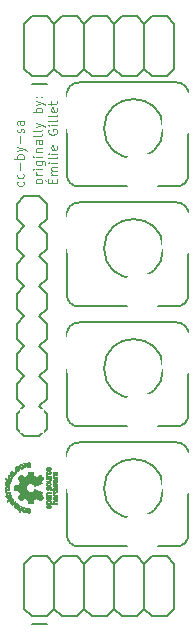
<source format=gbr>
G04 #@! TF.GenerationSoftware,KiCad,Pcbnew,(5.1.5)-3*
G04 #@! TF.CreationDate,2020-03-15T11:33:57-07:00*
G04 #@! TF.ProjectId,bbf-eurojacks_v1,6262662d-6575-4726-9f6a-61636b735f76,rev?*
G04 #@! TF.SameCoordinates,Original*
G04 #@! TF.FileFunction,Legend,Top*
G04 #@! TF.FilePolarity,Positive*
%FSLAX46Y46*%
G04 Gerber Fmt 4.6, Leading zero omitted, Abs format (unit mm)*
G04 Created by KiCad (PCBNEW (5.1.5)-3) date 2020-03-15 11:33:57*
%MOMM*%
%LPD*%
G04 APERTURE LIST*
%ADD10C,0.121920*%
%ADD11C,0.010000*%
%ADD12C,0.203200*%
%ADD13C,0.100000*%
%ADD14C,0.152400*%
%ADD15O,2.387600X4.572000*%
%ADD16O,4.572000X2.387600*%
%ADD17C,2.082800*%
%ADD18R,2.082800X2.082800*%
G04 APERTURE END LIST*
D10*
X142077560Y-93609578D02*
X142114330Y-93683117D01*
X142114330Y-93830195D01*
X142077560Y-93903734D01*
X142040791Y-93940504D01*
X141967252Y-93977273D01*
X141746635Y-93977273D01*
X141673096Y-93940504D01*
X141636326Y-93903734D01*
X141599557Y-93830195D01*
X141599557Y-93683117D01*
X141636326Y-93609578D01*
X142077560Y-92947727D02*
X142114330Y-93021266D01*
X142114330Y-93168344D01*
X142077560Y-93241883D01*
X142040791Y-93278652D01*
X141967252Y-93315422D01*
X141746635Y-93315422D01*
X141673096Y-93278652D01*
X141636326Y-93241883D01*
X141599557Y-93168344D01*
X141599557Y-93021266D01*
X141636326Y-92947727D01*
X141820174Y-92616801D02*
X141820174Y-92028489D01*
X142114330Y-91660793D02*
X141342170Y-91660793D01*
X141636326Y-91660793D02*
X141599557Y-91587254D01*
X141599557Y-91440176D01*
X141636326Y-91366637D01*
X141673096Y-91329868D01*
X141746635Y-91293098D01*
X141967252Y-91293098D01*
X142040791Y-91329868D01*
X142077560Y-91366637D01*
X142114330Y-91440176D01*
X142114330Y-91587254D01*
X142077560Y-91660793D01*
X141599557Y-91035712D02*
X142114330Y-90851864D01*
X141599557Y-90668016D02*
X142114330Y-90851864D01*
X142298178Y-90925403D01*
X142334947Y-90962172D01*
X142371717Y-91035712D01*
X141820174Y-90373860D02*
X141820174Y-89785548D01*
X142077560Y-89454622D02*
X142114330Y-89381083D01*
X142114330Y-89234005D01*
X142077560Y-89160466D01*
X142004021Y-89123696D01*
X141967252Y-89123696D01*
X141893713Y-89160466D01*
X141856943Y-89234005D01*
X141856943Y-89344313D01*
X141820174Y-89417852D01*
X141746635Y-89454622D01*
X141709865Y-89454622D01*
X141636326Y-89417852D01*
X141599557Y-89344313D01*
X141599557Y-89234005D01*
X141636326Y-89160466D01*
X142114330Y-88461845D02*
X141709865Y-88461845D01*
X141636326Y-88498614D01*
X141599557Y-88572153D01*
X141599557Y-88719232D01*
X141636326Y-88792771D01*
X142077560Y-88461845D02*
X142114330Y-88535384D01*
X142114330Y-88719232D01*
X142077560Y-88792771D01*
X142004021Y-88829540D01*
X141930482Y-88829540D01*
X141856943Y-88792771D01*
X141820174Y-88719232D01*
X141820174Y-88535384D01*
X141783404Y-88461845D01*
X143683070Y-93626595D02*
X143646300Y-93700134D01*
X143609531Y-93736904D01*
X143535992Y-93773673D01*
X143315375Y-93773673D01*
X143241836Y-93736904D01*
X143205066Y-93700134D01*
X143168297Y-93626595D01*
X143168297Y-93516287D01*
X143205066Y-93442748D01*
X143241836Y-93405978D01*
X143315375Y-93369209D01*
X143535992Y-93369209D01*
X143609531Y-93405978D01*
X143646300Y-93442748D01*
X143683070Y-93516287D01*
X143683070Y-93626595D01*
X143683070Y-93038283D02*
X143168297Y-93038283D01*
X143315375Y-93038283D02*
X143241836Y-93001513D01*
X143205066Y-92964744D01*
X143168297Y-92891205D01*
X143168297Y-92817666D01*
X143683070Y-92560279D02*
X143168297Y-92560279D01*
X142910910Y-92560279D02*
X142947680Y-92597049D01*
X142984449Y-92560279D01*
X142947680Y-92523510D01*
X142910910Y-92560279D01*
X142984449Y-92560279D01*
X143168297Y-91861658D02*
X143793379Y-91861658D01*
X143866918Y-91898428D01*
X143903687Y-91935197D01*
X143940457Y-92008736D01*
X143940457Y-92119045D01*
X143903687Y-92192584D01*
X143646300Y-91861658D02*
X143683070Y-91935197D01*
X143683070Y-92082275D01*
X143646300Y-92155814D01*
X143609531Y-92192584D01*
X143535992Y-92229353D01*
X143315375Y-92229353D01*
X143241836Y-92192584D01*
X143205066Y-92155814D01*
X143168297Y-92082275D01*
X143168297Y-91935197D01*
X143205066Y-91861658D01*
X143683070Y-91493963D02*
X143168297Y-91493963D01*
X142910910Y-91493963D02*
X142947680Y-91530732D01*
X142984449Y-91493963D01*
X142947680Y-91457193D01*
X142910910Y-91493963D01*
X142984449Y-91493963D01*
X143168297Y-91126268D02*
X143683070Y-91126268D01*
X143241836Y-91126268D02*
X143205066Y-91089498D01*
X143168297Y-91015959D01*
X143168297Y-90905651D01*
X143205066Y-90832112D01*
X143278605Y-90795342D01*
X143683070Y-90795342D01*
X143683070Y-90096721D02*
X143278605Y-90096721D01*
X143205066Y-90133491D01*
X143168297Y-90207030D01*
X143168297Y-90354108D01*
X143205066Y-90427647D01*
X143646300Y-90096721D02*
X143683070Y-90170260D01*
X143683070Y-90354108D01*
X143646300Y-90427647D01*
X143572761Y-90464416D01*
X143499222Y-90464416D01*
X143425683Y-90427647D01*
X143388914Y-90354108D01*
X143388914Y-90170260D01*
X143352144Y-90096721D01*
X143683070Y-89618717D02*
X143646300Y-89692256D01*
X143572761Y-89729026D01*
X142910910Y-89729026D01*
X143683070Y-89214252D02*
X143646300Y-89287792D01*
X143572761Y-89324561D01*
X142910910Y-89324561D01*
X143168297Y-88993635D02*
X143683070Y-88809788D01*
X143168297Y-88625940D02*
X143683070Y-88809788D01*
X143866918Y-88883327D01*
X143903687Y-88920096D01*
X143940457Y-88993635D01*
X143683070Y-87743472D02*
X142910910Y-87743472D01*
X143205066Y-87743472D02*
X143168297Y-87669932D01*
X143168297Y-87522854D01*
X143205066Y-87449315D01*
X143241836Y-87412546D01*
X143315375Y-87375776D01*
X143535992Y-87375776D01*
X143609531Y-87412546D01*
X143646300Y-87449315D01*
X143683070Y-87522854D01*
X143683070Y-87669932D01*
X143646300Y-87743472D01*
X143168297Y-87118390D02*
X143683070Y-86934542D01*
X143168297Y-86750694D02*
X143683070Y-86934542D01*
X143866918Y-87008081D01*
X143903687Y-87044851D01*
X143940457Y-87118390D01*
X143609531Y-86456538D02*
X143646300Y-86419769D01*
X143683070Y-86456538D01*
X143646300Y-86493308D01*
X143609531Y-86456538D01*
X143683070Y-86456538D01*
X143205066Y-86456538D02*
X143241836Y-86419769D01*
X143278605Y-86456538D01*
X143241836Y-86493308D01*
X143205066Y-86456538D01*
X143278605Y-86456538D01*
X144558765Y-93736904D02*
X144558765Y-93479517D01*
X144963230Y-93369209D02*
X144963230Y-93736904D01*
X144191070Y-93736904D01*
X144191070Y-93369209D01*
X143896914Y-93479517D02*
X144007222Y-93589826D01*
X144963230Y-93038283D02*
X144448457Y-93038283D01*
X144521996Y-93038283D02*
X144485226Y-93001513D01*
X144448457Y-92927974D01*
X144448457Y-92817666D01*
X144485226Y-92744127D01*
X144558765Y-92707357D01*
X144963230Y-92707357D01*
X144558765Y-92707357D02*
X144485226Y-92670588D01*
X144448457Y-92597049D01*
X144448457Y-92486740D01*
X144485226Y-92413201D01*
X144558765Y-92376432D01*
X144963230Y-92376432D01*
X144963230Y-92008736D02*
X144448457Y-92008736D01*
X144191070Y-92008736D02*
X144227840Y-92045506D01*
X144264609Y-92008736D01*
X144227840Y-91971967D01*
X144191070Y-92008736D01*
X144264609Y-92008736D01*
X144963230Y-91530732D02*
X144926460Y-91604272D01*
X144852921Y-91641041D01*
X144191070Y-91641041D01*
X144963230Y-91236576D02*
X144448457Y-91236576D01*
X144191070Y-91236576D02*
X144227840Y-91273346D01*
X144264609Y-91236576D01*
X144227840Y-91199807D01*
X144191070Y-91236576D01*
X144264609Y-91236576D01*
X144926460Y-90574725D02*
X144963230Y-90648264D01*
X144963230Y-90795342D01*
X144926460Y-90868881D01*
X144852921Y-90905651D01*
X144558765Y-90905651D01*
X144485226Y-90868881D01*
X144448457Y-90795342D01*
X144448457Y-90648264D01*
X144485226Y-90574725D01*
X144558765Y-90537955D01*
X144632304Y-90537955D01*
X144705843Y-90905651D01*
X144227840Y-89214252D02*
X144191070Y-89287792D01*
X144191070Y-89398100D01*
X144227840Y-89508409D01*
X144301379Y-89581948D01*
X144374918Y-89618717D01*
X144521996Y-89655487D01*
X144632304Y-89655487D01*
X144779382Y-89618717D01*
X144852921Y-89581948D01*
X144926460Y-89508409D01*
X144963230Y-89398100D01*
X144963230Y-89324561D01*
X144926460Y-89214252D01*
X144889691Y-89177483D01*
X144632304Y-89177483D01*
X144632304Y-89324561D01*
X144963230Y-88846557D02*
X144448457Y-88846557D01*
X144191070Y-88846557D02*
X144227840Y-88883327D01*
X144264609Y-88846557D01*
X144227840Y-88809788D01*
X144191070Y-88846557D01*
X144264609Y-88846557D01*
X144963230Y-88368553D02*
X144926460Y-88442092D01*
X144852921Y-88478862D01*
X144191070Y-88478862D01*
X144963230Y-87964089D02*
X144926460Y-88037628D01*
X144852921Y-88074397D01*
X144191070Y-88074397D01*
X144926460Y-87375776D02*
X144963230Y-87449315D01*
X144963230Y-87596393D01*
X144926460Y-87669932D01*
X144852921Y-87706702D01*
X144558765Y-87706702D01*
X144485226Y-87669932D01*
X144448457Y-87596393D01*
X144448457Y-87449315D01*
X144485226Y-87375776D01*
X144558765Y-87339007D01*
X144632304Y-87339007D01*
X144705843Y-87706702D01*
X144448457Y-87118390D02*
X144448457Y-86824233D01*
X144191070Y-87008081D02*
X144852921Y-87008081D01*
X144926460Y-86971312D01*
X144963230Y-86897772D01*
X144963230Y-86824233D01*
D11*
G04 #@! TO.C,G\002A\002A\002A*
G36*
X144608943Y-118925297D02*
G01*
X144613765Y-118892674D01*
X144622122Y-118866090D01*
X144634296Y-118844881D01*
X144650571Y-118828387D01*
X144670844Y-118816125D01*
X144675939Y-118813895D01*
X144681277Y-118812100D01*
X144687742Y-118810691D01*
X144696216Y-118809620D01*
X144707583Y-118808839D01*
X144722724Y-118808301D01*
X144742523Y-118807956D01*
X144767862Y-118807756D01*
X144799625Y-118807653D01*
X144826762Y-118807613D01*
X144864137Y-118807609D01*
X144894337Y-118807713D01*
X144918125Y-118807957D01*
X144936264Y-118808372D01*
X144949516Y-118808988D01*
X144958645Y-118809837D01*
X144964413Y-118810950D01*
X144967582Y-118812359D01*
X144968584Y-118813406D01*
X144970590Y-118820371D01*
X144971979Y-118832410D01*
X144972408Y-118844164D01*
X144971826Y-118859526D01*
X144969603Y-118869424D01*
X144965160Y-118876259D01*
X144964532Y-118876906D01*
X144957405Y-118882734D01*
X144952575Y-118884843D01*
X144952022Y-118887774D01*
X144955226Y-118895196D01*
X144957870Y-118899726D01*
X144969154Y-118924526D01*
X144975090Y-118952905D01*
X144975438Y-118982367D01*
X144969960Y-119010417D01*
X144968808Y-119013828D01*
X144962173Y-119031946D01*
X144956946Y-119044481D01*
X144952082Y-119053397D01*
X144946538Y-119060661D01*
X144940606Y-119066908D01*
X144921061Y-119082739D01*
X144899810Y-119091981D01*
X144874667Y-119095528D01*
X144870235Y-119095626D01*
X144868442Y-119095555D01*
X144868442Y-119024450D01*
X144881199Y-119021762D01*
X144891010Y-119014815D01*
X144898129Y-119000937D01*
X144902621Y-118979933D01*
X144904547Y-118951607D01*
X144904594Y-118948884D01*
X144904225Y-118930981D01*
X144902169Y-118918029D01*
X144897893Y-118907128D01*
X144896425Y-118904401D01*
X144884421Y-118890654D01*
X144867696Y-118882625D01*
X144847383Y-118880669D01*
X144830112Y-118883500D01*
X144820708Y-118886017D01*
X144822416Y-118943970D01*
X144823414Y-118967294D01*
X144824863Y-118987004D01*
X144826631Y-119001718D01*
X144828585Y-119010051D01*
X144828839Y-119010583D01*
X144837754Y-119019251D01*
X144851673Y-119024027D01*
X144868442Y-119024450D01*
X144868442Y-119095555D01*
X144844768Y-119094617D01*
X144824678Y-119090465D01*
X144807724Y-119082252D01*
X144791665Y-119069063D01*
X144782893Y-119059900D01*
X144776088Y-119051639D01*
X144770855Y-119042989D01*
X144766889Y-119032654D01*
X144763884Y-119019341D01*
X144761533Y-119001754D01*
X144759530Y-118978598D01*
X144757917Y-118954297D01*
X144756028Y-118927106D01*
X144753789Y-118907003D01*
X144750603Y-118893141D01*
X144745877Y-118884673D01*
X144739017Y-118880755D01*
X144729429Y-118880539D01*
X144716517Y-118883178D01*
X144709333Y-118885109D01*
X144696794Y-118890388D01*
X144688002Y-118898898D01*
X144682427Y-118911802D01*
X144679543Y-118930263D01*
X144678811Y-118952312D01*
X144679139Y-118971637D01*
X144680341Y-118985123D01*
X144682741Y-118994849D01*
X144686664Y-119002895D01*
X144686734Y-119003010D01*
X144692012Y-119013834D01*
X144694602Y-119023400D01*
X144694657Y-119024477D01*
X144692373Y-119031821D01*
X144686520Y-119042359D01*
X144678597Y-119054035D01*
X144670100Y-119064792D01*
X144662527Y-119072576D01*
X144657603Y-119075343D01*
X144651410Y-119072342D01*
X144642710Y-119064631D01*
X144633328Y-119054149D01*
X144625094Y-119042835D01*
X144622066Y-119037640D01*
X144614509Y-119020631D01*
X144609915Y-119003059D01*
X144607743Y-118982235D01*
X144607374Y-118964618D01*
X144608943Y-118925297D01*
G37*
X144608943Y-118925297D02*
X144613765Y-118892674D01*
X144622122Y-118866090D01*
X144634296Y-118844881D01*
X144650571Y-118828387D01*
X144670844Y-118816125D01*
X144675939Y-118813895D01*
X144681277Y-118812100D01*
X144687742Y-118810691D01*
X144696216Y-118809620D01*
X144707583Y-118808839D01*
X144722724Y-118808301D01*
X144742523Y-118807956D01*
X144767862Y-118807756D01*
X144799625Y-118807653D01*
X144826762Y-118807613D01*
X144864137Y-118807609D01*
X144894337Y-118807713D01*
X144918125Y-118807957D01*
X144936264Y-118808372D01*
X144949516Y-118808988D01*
X144958645Y-118809837D01*
X144964413Y-118810950D01*
X144967582Y-118812359D01*
X144968584Y-118813406D01*
X144970590Y-118820371D01*
X144971979Y-118832410D01*
X144972408Y-118844164D01*
X144971826Y-118859526D01*
X144969603Y-118869424D01*
X144965160Y-118876259D01*
X144964532Y-118876906D01*
X144957405Y-118882734D01*
X144952575Y-118884843D01*
X144952022Y-118887774D01*
X144955226Y-118895196D01*
X144957870Y-118899726D01*
X144969154Y-118924526D01*
X144975090Y-118952905D01*
X144975438Y-118982367D01*
X144969960Y-119010417D01*
X144968808Y-119013828D01*
X144962173Y-119031946D01*
X144956946Y-119044481D01*
X144952082Y-119053397D01*
X144946538Y-119060661D01*
X144940606Y-119066908D01*
X144921061Y-119082739D01*
X144899810Y-119091981D01*
X144874667Y-119095528D01*
X144870235Y-119095626D01*
X144868442Y-119095555D01*
X144868442Y-119024450D01*
X144881199Y-119021762D01*
X144891010Y-119014815D01*
X144898129Y-119000937D01*
X144902621Y-118979933D01*
X144904547Y-118951607D01*
X144904594Y-118948884D01*
X144904225Y-118930981D01*
X144902169Y-118918029D01*
X144897893Y-118907128D01*
X144896425Y-118904401D01*
X144884421Y-118890654D01*
X144867696Y-118882625D01*
X144847383Y-118880669D01*
X144830112Y-118883500D01*
X144820708Y-118886017D01*
X144822416Y-118943970D01*
X144823414Y-118967294D01*
X144824863Y-118987004D01*
X144826631Y-119001718D01*
X144828585Y-119010051D01*
X144828839Y-119010583D01*
X144837754Y-119019251D01*
X144851673Y-119024027D01*
X144868442Y-119024450D01*
X144868442Y-119095555D01*
X144844768Y-119094617D01*
X144824678Y-119090465D01*
X144807724Y-119082252D01*
X144791665Y-119069063D01*
X144782893Y-119059900D01*
X144776088Y-119051639D01*
X144770855Y-119042989D01*
X144766889Y-119032654D01*
X144763884Y-119019341D01*
X144761533Y-119001754D01*
X144759530Y-118978598D01*
X144757917Y-118954297D01*
X144756028Y-118927106D01*
X144753789Y-118907003D01*
X144750603Y-118893141D01*
X144745877Y-118884673D01*
X144739017Y-118880755D01*
X144729429Y-118880539D01*
X144716517Y-118883178D01*
X144709333Y-118885109D01*
X144696794Y-118890388D01*
X144688002Y-118898898D01*
X144682427Y-118911802D01*
X144679543Y-118930263D01*
X144678811Y-118952312D01*
X144679139Y-118971637D01*
X144680341Y-118985123D01*
X144682741Y-118994849D01*
X144686664Y-119002895D01*
X144686734Y-119003010D01*
X144692012Y-119013834D01*
X144694602Y-119023400D01*
X144694657Y-119024477D01*
X144692373Y-119031821D01*
X144686520Y-119042359D01*
X144678597Y-119054035D01*
X144670100Y-119064792D01*
X144662527Y-119072576D01*
X144657603Y-119075343D01*
X144651410Y-119072342D01*
X144642710Y-119064631D01*
X144633328Y-119054149D01*
X144625094Y-119042835D01*
X144622066Y-119037640D01*
X144614509Y-119020631D01*
X144609915Y-119003059D01*
X144607743Y-118982235D01*
X144607374Y-118964618D01*
X144608943Y-118925297D01*
G36*
X144040078Y-120710164D02*
G01*
X144041140Y-120696472D01*
X144043402Y-120685982D01*
X144047263Y-120676332D01*
X144049626Y-120671641D01*
X144062371Y-120650845D01*
X144076618Y-120635663D01*
X144094694Y-120623817D01*
X144102318Y-120620054D01*
X144110660Y-120616351D01*
X144118388Y-120613594D01*
X144126891Y-120611612D01*
X144137554Y-120610236D01*
X144151768Y-120609297D01*
X144170918Y-120608624D01*
X144196393Y-120608047D01*
X144201205Y-120607952D01*
X144235429Y-120607641D01*
X144265011Y-120608114D01*
X144288853Y-120609337D01*
X144305503Y-120611213D01*
X144335236Y-120619768D01*
X144360238Y-120634017D01*
X144380132Y-120653014D01*
X144394536Y-120675817D01*
X144403073Y-120701478D01*
X144405363Y-120729054D01*
X144401027Y-120757600D01*
X144389685Y-120786170D01*
X144381320Y-120800092D01*
X144369488Y-120817625D01*
X144638755Y-120817625D01*
X144624532Y-120793748D01*
X144617376Y-120780932D01*
X144612894Y-120769952D01*
X144610283Y-120757888D01*
X144608740Y-120741821D01*
X144608307Y-120734767D01*
X144607513Y-120717420D01*
X144607838Y-120705169D01*
X144609779Y-120695200D01*
X144613833Y-120684694D01*
X144619091Y-120673689D01*
X144635201Y-120648244D01*
X144655734Y-120629066D01*
X144681632Y-120615289D01*
X144683251Y-120614663D01*
X144689247Y-120612624D01*
X144695956Y-120610995D01*
X144704300Y-120609731D01*
X144715202Y-120608787D01*
X144729582Y-120608118D01*
X144748363Y-120607678D01*
X144772465Y-120607422D01*
X144802811Y-120607305D01*
X144833704Y-120607281D01*
X144964728Y-120607281D01*
X144968598Y-120617461D01*
X144971195Y-120628540D01*
X144972323Y-120642383D01*
X144972034Y-120656322D01*
X144970379Y-120667688D01*
X144967508Y-120673738D01*
X144962306Y-120674878D01*
X144950089Y-120676068D01*
X144931778Y-120677256D01*
X144908294Y-120678393D01*
X144880561Y-120679429D01*
X144849498Y-120680312D01*
X144845605Y-120680405D01*
X144811704Y-120681235D01*
X144784791Y-120682011D01*
X144763916Y-120682811D01*
X144748133Y-120683712D01*
X144736490Y-120684793D01*
X144728041Y-120686130D01*
X144721837Y-120687802D01*
X144716928Y-120689885D01*
X144714636Y-120691121D01*
X144700301Y-120700936D01*
X144691225Y-120712039D01*
X144686386Y-120726446D01*
X144684764Y-120746173D01*
X144684735Y-120750156D01*
X144685938Y-120771092D01*
X144690227Y-120786253D01*
X144698619Y-120797524D01*
X144712131Y-120806794D01*
X144716485Y-120809048D01*
X144721692Y-120811358D01*
X144727604Y-120813193D01*
X144735199Y-120814624D01*
X144745454Y-120815719D01*
X144759348Y-120816548D01*
X144777858Y-120817180D01*
X144801962Y-120817686D01*
X144832639Y-120818134D01*
X144846813Y-120818310D01*
X144880044Y-120818740D01*
X144906232Y-120819177D01*
X144926269Y-120819689D01*
X144941050Y-120820342D01*
X144951468Y-120821204D01*
X144958417Y-120822342D01*
X144962790Y-120823824D01*
X144965482Y-120825718D01*
X144966868Y-120827357D01*
X144969984Y-120835857D01*
X144971852Y-120849193D01*
X144972388Y-120864350D01*
X144971508Y-120878313D01*
X144969128Y-120888067D01*
X144968585Y-120889062D01*
X144967227Y-120890056D01*
X144964181Y-120890941D01*
X144958998Y-120891723D01*
X144951225Y-120892413D01*
X144940414Y-120893016D01*
X144926113Y-120893542D01*
X144907872Y-120893999D01*
X144885241Y-120894394D01*
X144857769Y-120894736D01*
X144825006Y-120895033D01*
X144786501Y-120895292D01*
X144741804Y-120895522D01*
X144690465Y-120895731D01*
X144632032Y-120895927D01*
X144574748Y-120896094D01*
X144517974Y-120896217D01*
X144462199Y-120896273D01*
X144408097Y-120896265D01*
X144356343Y-120896196D01*
X144307611Y-120896068D01*
X144262578Y-120895884D01*
X144221917Y-120895648D01*
X144213037Y-120895577D01*
X144213037Y-120819765D01*
X144242769Y-120818782D01*
X144249465Y-120818122D01*
X144276220Y-120813967D01*
X144296221Y-120807991D01*
X144310537Y-120799721D01*
X144320236Y-120788679D01*
X144321792Y-120785954D01*
X144327475Y-120768685D01*
X144329261Y-120748110D01*
X144327108Y-120727856D01*
X144322580Y-120714437D01*
X144313155Y-120702005D01*
X144298365Y-120692538D01*
X144277381Y-120685638D01*
X144254021Y-120681491D01*
X144229443Y-120679715D01*
X144203331Y-120680300D01*
X144178057Y-120683000D01*
X144155994Y-120687566D01*
X144140291Y-120693346D01*
X144124882Y-120705461D01*
X144115081Y-120722823D01*
X144111290Y-120744689D01*
X144111256Y-120747099D01*
X144113993Y-120770990D01*
X144121996Y-120789950D01*
X144134926Y-120803274D01*
X144139423Y-120805918D01*
X144159213Y-120813094D01*
X144184468Y-120817789D01*
X144213037Y-120819765D01*
X144213037Y-120895577D01*
X144186304Y-120895362D01*
X144156412Y-120895029D01*
X144132919Y-120894652D01*
X144116497Y-120894235D01*
X144113235Y-120894110D01*
X144041797Y-120891047D01*
X144040593Y-120865372D01*
X144040320Y-120844753D01*
X144041910Y-120831102D01*
X144045546Y-120823629D01*
X144050802Y-120821533D01*
X144060047Y-120820311D01*
X144063909Y-120816189D01*
X144062490Y-120808166D01*
X144055892Y-120795239D01*
X144053825Y-120791752D01*
X144047360Y-120780609D01*
X144043268Y-120771584D01*
X144041008Y-120762271D01*
X144040037Y-120750260D01*
X144039815Y-120733145D01*
X144039813Y-120729422D01*
X144040078Y-120710164D01*
G37*
X144040078Y-120710164D02*
X144041140Y-120696472D01*
X144043402Y-120685982D01*
X144047263Y-120676332D01*
X144049626Y-120671641D01*
X144062371Y-120650845D01*
X144076618Y-120635663D01*
X144094694Y-120623817D01*
X144102318Y-120620054D01*
X144110660Y-120616351D01*
X144118388Y-120613594D01*
X144126891Y-120611612D01*
X144137554Y-120610236D01*
X144151768Y-120609297D01*
X144170918Y-120608624D01*
X144196393Y-120608047D01*
X144201205Y-120607952D01*
X144235429Y-120607641D01*
X144265011Y-120608114D01*
X144288853Y-120609337D01*
X144305503Y-120611213D01*
X144335236Y-120619768D01*
X144360238Y-120634017D01*
X144380132Y-120653014D01*
X144394536Y-120675817D01*
X144403073Y-120701478D01*
X144405363Y-120729054D01*
X144401027Y-120757600D01*
X144389685Y-120786170D01*
X144381320Y-120800092D01*
X144369488Y-120817625D01*
X144638755Y-120817625D01*
X144624532Y-120793748D01*
X144617376Y-120780932D01*
X144612894Y-120769952D01*
X144610283Y-120757888D01*
X144608740Y-120741821D01*
X144608307Y-120734767D01*
X144607513Y-120717420D01*
X144607838Y-120705169D01*
X144609779Y-120695200D01*
X144613833Y-120684694D01*
X144619091Y-120673689D01*
X144635201Y-120648244D01*
X144655734Y-120629066D01*
X144681632Y-120615289D01*
X144683251Y-120614663D01*
X144689247Y-120612624D01*
X144695956Y-120610995D01*
X144704300Y-120609731D01*
X144715202Y-120608787D01*
X144729582Y-120608118D01*
X144748363Y-120607678D01*
X144772465Y-120607422D01*
X144802811Y-120607305D01*
X144833704Y-120607281D01*
X144964728Y-120607281D01*
X144968598Y-120617461D01*
X144971195Y-120628540D01*
X144972323Y-120642383D01*
X144972034Y-120656322D01*
X144970379Y-120667688D01*
X144967508Y-120673738D01*
X144962306Y-120674878D01*
X144950089Y-120676068D01*
X144931778Y-120677256D01*
X144908294Y-120678393D01*
X144880561Y-120679429D01*
X144849498Y-120680312D01*
X144845605Y-120680405D01*
X144811704Y-120681235D01*
X144784791Y-120682011D01*
X144763916Y-120682811D01*
X144748133Y-120683712D01*
X144736490Y-120684793D01*
X144728041Y-120686130D01*
X144721837Y-120687802D01*
X144716928Y-120689885D01*
X144714636Y-120691121D01*
X144700301Y-120700936D01*
X144691225Y-120712039D01*
X144686386Y-120726446D01*
X144684764Y-120746173D01*
X144684735Y-120750156D01*
X144685938Y-120771092D01*
X144690227Y-120786253D01*
X144698619Y-120797524D01*
X144712131Y-120806794D01*
X144716485Y-120809048D01*
X144721692Y-120811358D01*
X144727604Y-120813193D01*
X144735199Y-120814624D01*
X144745454Y-120815719D01*
X144759348Y-120816548D01*
X144777858Y-120817180D01*
X144801962Y-120817686D01*
X144832639Y-120818134D01*
X144846813Y-120818310D01*
X144880044Y-120818740D01*
X144906232Y-120819177D01*
X144926269Y-120819689D01*
X144941050Y-120820342D01*
X144951468Y-120821204D01*
X144958417Y-120822342D01*
X144962790Y-120823824D01*
X144965482Y-120825718D01*
X144966868Y-120827357D01*
X144969984Y-120835857D01*
X144971852Y-120849193D01*
X144972388Y-120864350D01*
X144971508Y-120878313D01*
X144969128Y-120888067D01*
X144968585Y-120889062D01*
X144967227Y-120890056D01*
X144964181Y-120890941D01*
X144958998Y-120891723D01*
X144951225Y-120892413D01*
X144940414Y-120893016D01*
X144926113Y-120893542D01*
X144907872Y-120893999D01*
X144885241Y-120894394D01*
X144857769Y-120894736D01*
X144825006Y-120895033D01*
X144786501Y-120895292D01*
X144741804Y-120895522D01*
X144690465Y-120895731D01*
X144632032Y-120895927D01*
X144574748Y-120896094D01*
X144517974Y-120896217D01*
X144462199Y-120896273D01*
X144408097Y-120896265D01*
X144356343Y-120896196D01*
X144307611Y-120896068D01*
X144262578Y-120895884D01*
X144221917Y-120895648D01*
X144213037Y-120895577D01*
X144213037Y-120819765D01*
X144242769Y-120818782D01*
X144249465Y-120818122D01*
X144276220Y-120813967D01*
X144296221Y-120807991D01*
X144310537Y-120799721D01*
X144320236Y-120788679D01*
X144321792Y-120785954D01*
X144327475Y-120768685D01*
X144329261Y-120748110D01*
X144327108Y-120727856D01*
X144322580Y-120714437D01*
X144313155Y-120702005D01*
X144298365Y-120692538D01*
X144277381Y-120685638D01*
X144254021Y-120681491D01*
X144229443Y-120679715D01*
X144203331Y-120680300D01*
X144178057Y-120683000D01*
X144155994Y-120687566D01*
X144140291Y-120693346D01*
X144124882Y-120705461D01*
X144115081Y-120722823D01*
X144111290Y-120744689D01*
X144111256Y-120747099D01*
X144113993Y-120770990D01*
X144121996Y-120789950D01*
X144134926Y-120803274D01*
X144139423Y-120805918D01*
X144159213Y-120813094D01*
X144184468Y-120817789D01*
X144213037Y-120819765D01*
X144213037Y-120895577D01*
X144186304Y-120895362D01*
X144156412Y-120895029D01*
X144132919Y-120894652D01*
X144116497Y-120894235D01*
X144113235Y-120894110D01*
X144041797Y-120891047D01*
X144040593Y-120865372D01*
X144040320Y-120844753D01*
X144041910Y-120831102D01*
X144045546Y-120823629D01*
X144050802Y-120821533D01*
X144060047Y-120820311D01*
X144063909Y-120816189D01*
X144062490Y-120808166D01*
X144055892Y-120795239D01*
X144053825Y-120791752D01*
X144047360Y-120780609D01*
X144043268Y-120771584D01*
X144041008Y-120762271D01*
X144040037Y-120750260D01*
X144039815Y-120733145D01*
X144039813Y-120729422D01*
X144040078Y-120710164D01*
G36*
X144611584Y-120442114D02*
G01*
X144612080Y-120420381D01*
X144612408Y-120409128D01*
X144613542Y-120379784D01*
X144615166Y-120357003D01*
X144617596Y-120339412D01*
X144621151Y-120325638D01*
X144626147Y-120314307D01*
X144632902Y-120304048D01*
X144638204Y-120297515D01*
X144645241Y-120289513D01*
X144651800Y-120283132D01*
X144658867Y-120278155D01*
X144667433Y-120274364D01*
X144678484Y-120271542D01*
X144693011Y-120269470D01*
X144712000Y-120267932D01*
X144736441Y-120266709D01*
X144767322Y-120265583D01*
X144785938Y-120264974D01*
X144833330Y-120263666D01*
X144873099Y-120263059D01*
X144905527Y-120263162D01*
X144930898Y-120263984D01*
X144949496Y-120265533D01*
X144961603Y-120267818D01*
X144966901Y-120270257D01*
X144970664Y-120278051D01*
X144972363Y-120293429D01*
X144972469Y-120299905D01*
X144971005Y-120318846D01*
X144966421Y-120330927D01*
X144958429Y-120336706D01*
X144953044Y-120337406D01*
X144949800Y-120338246D01*
X144949408Y-120341736D01*
X144952175Y-120349330D01*
X144958274Y-120362211D01*
X144963921Y-120374466D01*
X144967571Y-120385159D01*
X144969710Y-120396769D01*
X144970823Y-120411770D01*
X144971320Y-120428687D01*
X144971274Y-120447412D01*
X144970455Y-120464271D01*
X144969013Y-120476973D01*
X144967823Y-120481885D01*
X144953844Y-120507760D01*
X144933042Y-120529686D01*
X144905568Y-120547505D01*
X144905175Y-120547705D01*
X144893035Y-120552945D01*
X144881611Y-120555091D01*
X144867084Y-120554752D01*
X144863183Y-120554413D01*
X144861344Y-120554117D01*
X144861344Y-120484250D01*
X144868354Y-120482884D01*
X144877887Y-120479603D01*
X144886951Y-120475629D01*
X144892553Y-120472184D01*
X144893154Y-120471249D01*
X144894403Y-120467337D01*
X144897469Y-120458571D01*
X144898933Y-120454484D01*
X144902462Y-120439027D01*
X144904221Y-120419256D01*
X144904176Y-120398411D01*
X144902295Y-120379729D01*
X144899815Y-120369528D01*
X144891583Y-120355074D01*
X144878214Y-120345356D01*
X144858807Y-120339791D01*
X144852832Y-120338971D01*
X144839834Y-120337803D01*
X144832192Y-120338473D01*
X144827418Y-120341584D01*
X144824198Y-120345920D01*
X144821650Y-120350949D01*
X144820139Y-120357606D01*
X144819596Y-120367391D01*
X144819956Y-120381802D01*
X144821150Y-120402338D01*
X144821457Y-120406941D01*
X144822983Y-120426909D01*
X144824642Y-120444432D01*
X144826246Y-120457757D01*
X144827608Y-120465130D01*
X144827751Y-120465545D01*
X144834062Y-120473138D01*
X144844905Y-120479857D01*
X144856936Y-120483840D01*
X144861344Y-120484250D01*
X144861344Y-120554117D01*
X144833372Y-120549609D01*
X144809756Y-120540998D01*
X144791260Y-120527961D01*
X144776811Y-120509878D01*
X144772442Y-120502109D01*
X144768576Y-120493950D01*
X144765654Y-120485610D01*
X144763432Y-120475603D01*
X144761666Y-120462438D01*
X144760115Y-120444629D01*
X144758534Y-120420687D01*
X144758179Y-120414797D01*
X144756535Y-120389275D01*
X144754990Y-120370576D01*
X144753381Y-120357587D01*
X144751543Y-120349197D01*
X144749311Y-120344295D01*
X144747458Y-120342367D01*
X144735938Y-120337893D01*
X144720623Y-120339206D01*
X144706491Y-120343851D01*
X144694916Y-120349878D01*
X144686959Y-120358042D01*
X144682017Y-120369768D01*
X144679492Y-120386482D01*
X144678782Y-120409612D01*
X144678782Y-120409670D01*
X144679090Y-120428538D01*
X144680309Y-120441964D01*
X144682875Y-120452432D01*
X144687226Y-120462422D01*
X144688524Y-120464910D01*
X144698266Y-120483210D01*
X144680453Y-120508535D01*
X144671445Y-120520762D01*
X144663735Y-120530188D01*
X144658746Y-120535095D01*
X144658199Y-120535384D01*
X144652965Y-120533446D01*
X144644968Y-120526401D01*
X144635643Y-120515878D01*
X144626430Y-120503503D01*
X144618764Y-120490904D01*
X144618546Y-120490487D01*
X144615537Y-120484118D01*
X144613444Y-120477516D01*
X144612159Y-120469262D01*
X144611574Y-120457935D01*
X144611584Y-120442114D01*
G37*
X144611584Y-120442114D02*
X144612080Y-120420381D01*
X144612408Y-120409128D01*
X144613542Y-120379784D01*
X144615166Y-120357003D01*
X144617596Y-120339412D01*
X144621151Y-120325638D01*
X144626147Y-120314307D01*
X144632902Y-120304048D01*
X144638204Y-120297515D01*
X144645241Y-120289513D01*
X144651800Y-120283132D01*
X144658867Y-120278155D01*
X144667433Y-120274364D01*
X144678484Y-120271542D01*
X144693011Y-120269470D01*
X144712000Y-120267932D01*
X144736441Y-120266709D01*
X144767322Y-120265583D01*
X144785938Y-120264974D01*
X144833330Y-120263666D01*
X144873099Y-120263059D01*
X144905527Y-120263162D01*
X144930898Y-120263984D01*
X144949496Y-120265533D01*
X144961603Y-120267818D01*
X144966901Y-120270257D01*
X144970664Y-120278051D01*
X144972363Y-120293429D01*
X144972469Y-120299905D01*
X144971005Y-120318846D01*
X144966421Y-120330927D01*
X144958429Y-120336706D01*
X144953044Y-120337406D01*
X144949800Y-120338246D01*
X144949408Y-120341736D01*
X144952175Y-120349330D01*
X144958274Y-120362211D01*
X144963921Y-120374466D01*
X144967571Y-120385159D01*
X144969710Y-120396769D01*
X144970823Y-120411770D01*
X144971320Y-120428687D01*
X144971274Y-120447412D01*
X144970455Y-120464271D01*
X144969013Y-120476973D01*
X144967823Y-120481885D01*
X144953844Y-120507760D01*
X144933042Y-120529686D01*
X144905568Y-120547505D01*
X144905175Y-120547705D01*
X144893035Y-120552945D01*
X144881611Y-120555091D01*
X144867084Y-120554752D01*
X144863183Y-120554413D01*
X144861344Y-120554117D01*
X144861344Y-120484250D01*
X144868354Y-120482884D01*
X144877887Y-120479603D01*
X144886951Y-120475629D01*
X144892553Y-120472184D01*
X144893154Y-120471249D01*
X144894403Y-120467337D01*
X144897469Y-120458571D01*
X144898933Y-120454484D01*
X144902462Y-120439027D01*
X144904221Y-120419256D01*
X144904176Y-120398411D01*
X144902295Y-120379729D01*
X144899815Y-120369528D01*
X144891583Y-120355074D01*
X144878214Y-120345356D01*
X144858807Y-120339791D01*
X144852832Y-120338971D01*
X144839834Y-120337803D01*
X144832192Y-120338473D01*
X144827418Y-120341584D01*
X144824198Y-120345920D01*
X144821650Y-120350949D01*
X144820139Y-120357606D01*
X144819596Y-120367391D01*
X144819956Y-120381802D01*
X144821150Y-120402338D01*
X144821457Y-120406941D01*
X144822983Y-120426909D01*
X144824642Y-120444432D01*
X144826246Y-120457757D01*
X144827608Y-120465130D01*
X144827751Y-120465545D01*
X144834062Y-120473138D01*
X144844905Y-120479857D01*
X144856936Y-120483840D01*
X144861344Y-120484250D01*
X144861344Y-120554117D01*
X144833372Y-120549609D01*
X144809756Y-120540998D01*
X144791260Y-120527961D01*
X144776811Y-120509878D01*
X144772442Y-120502109D01*
X144768576Y-120493950D01*
X144765654Y-120485610D01*
X144763432Y-120475603D01*
X144761666Y-120462438D01*
X144760115Y-120444629D01*
X144758534Y-120420687D01*
X144758179Y-120414797D01*
X144756535Y-120389275D01*
X144754990Y-120370576D01*
X144753381Y-120357587D01*
X144751543Y-120349197D01*
X144749311Y-120344295D01*
X144747458Y-120342367D01*
X144735938Y-120337893D01*
X144720623Y-120339206D01*
X144706491Y-120343851D01*
X144694916Y-120349878D01*
X144686959Y-120358042D01*
X144682017Y-120369768D01*
X144679492Y-120386482D01*
X144678782Y-120409612D01*
X144678782Y-120409670D01*
X144679090Y-120428538D01*
X144680309Y-120441964D01*
X144682875Y-120452432D01*
X144687226Y-120462422D01*
X144688524Y-120464910D01*
X144698266Y-120483210D01*
X144680453Y-120508535D01*
X144671445Y-120520762D01*
X144663735Y-120530188D01*
X144658746Y-120535095D01*
X144658199Y-120535384D01*
X144652965Y-120533446D01*
X144644968Y-120526401D01*
X144635643Y-120515878D01*
X144626430Y-120503503D01*
X144618764Y-120490904D01*
X144618546Y-120490487D01*
X144615537Y-120484118D01*
X144613444Y-120477516D01*
X144612159Y-120469262D01*
X144611574Y-120457935D01*
X144611584Y-120442114D01*
G36*
X144611920Y-119978421D02*
G01*
X144620699Y-119961104D01*
X144625804Y-119953738D01*
X144635058Y-119941149D01*
X144649914Y-119953738D01*
X144667765Y-119969447D01*
X144679799Y-119981595D01*
X144686744Y-119991116D01*
X144689328Y-119998938D01*
X144688985Y-120003682D01*
X144683919Y-120033029D01*
X144683859Y-120056726D01*
X144688972Y-120075413D01*
X144699423Y-120089731D01*
X144713877Y-120099587D01*
X144719528Y-120102269D01*
X144725270Y-120104408D01*
X144732089Y-120106091D01*
X144740972Y-120107406D01*
X144752908Y-120108439D01*
X144768885Y-120109276D01*
X144789889Y-120110005D01*
X144816909Y-120110712D01*
X144848848Y-120111438D01*
X144883657Y-120112273D01*
X144911291Y-120113110D01*
X144932511Y-120114000D01*
X144948080Y-120114994D01*
X144958760Y-120116144D01*
X144965311Y-120117501D01*
X144968498Y-120119116D01*
X144968842Y-120119542D01*
X144970974Y-120127168D01*
X144972077Y-120139698D01*
X144972164Y-120154165D01*
X144971249Y-120167605D01*
X144969343Y-120177051D01*
X144968584Y-120178656D01*
X144966809Y-120180109D01*
X144963036Y-120181310D01*
X144956585Y-120182282D01*
X144946774Y-120183048D01*
X144932922Y-120183632D01*
X144914349Y-120184055D01*
X144890375Y-120184341D01*
X144860317Y-120184513D01*
X144823496Y-120184594D01*
X144792234Y-120184609D01*
X144748843Y-120184563D01*
X144712779Y-120184413D01*
X144683430Y-120184140D01*
X144660186Y-120183728D01*
X144642435Y-120183159D01*
X144629568Y-120182414D01*
X144620974Y-120181477D01*
X144616041Y-120180329D01*
X144614488Y-120179440D01*
X144611324Y-120172335D01*
X144609589Y-120160553D01*
X144609244Y-120146700D01*
X144610251Y-120133382D01*
X144612574Y-120123205D01*
X144615363Y-120119072D01*
X144627029Y-120111862D01*
X144632646Y-120106154D01*
X144633271Y-120099913D01*
X144629962Y-120091103D01*
X144629927Y-120091026D01*
X144620663Y-120069764D01*
X144614556Y-120052743D01*
X144610816Y-120037314D01*
X144608654Y-120020829D01*
X144608502Y-120019103D01*
X144608129Y-119996717D01*
X144611920Y-119978421D01*
G37*
X144611920Y-119978421D02*
X144620699Y-119961104D01*
X144625804Y-119953738D01*
X144635058Y-119941149D01*
X144649914Y-119953738D01*
X144667765Y-119969447D01*
X144679799Y-119981595D01*
X144686744Y-119991116D01*
X144689328Y-119998938D01*
X144688985Y-120003682D01*
X144683919Y-120033029D01*
X144683859Y-120056726D01*
X144688972Y-120075413D01*
X144699423Y-120089731D01*
X144713877Y-120099587D01*
X144719528Y-120102269D01*
X144725270Y-120104408D01*
X144732089Y-120106091D01*
X144740972Y-120107406D01*
X144752908Y-120108439D01*
X144768885Y-120109276D01*
X144789889Y-120110005D01*
X144816909Y-120110712D01*
X144848848Y-120111438D01*
X144883657Y-120112273D01*
X144911291Y-120113110D01*
X144932511Y-120114000D01*
X144948080Y-120114994D01*
X144958760Y-120116144D01*
X144965311Y-120117501D01*
X144968498Y-120119116D01*
X144968842Y-120119542D01*
X144970974Y-120127168D01*
X144972077Y-120139698D01*
X144972164Y-120154165D01*
X144971249Y-120167605D01*
X144969343Y-120177051D01*
X144968584Y-120178656D01*
X144966809Y-120180109D01*
X144963036Y-120181310D01*
X144956585Y-120182282D01*
X144946774Y-120183048D01*
X144932922Y-120183632D01*
X144914349Y-120184055D01*
X144890375Y-120184341D01*
X144860317Y-120184513D01*
X144823496Y-120184594D01*
X144792234Y-120184609D01*
X144748843Y-120184563D01*
X144712779Y-120184413D01*
X144683430Y-120184140D01*
X144660186Y-120183728D01*
X144642435Y-120183159D01*
X144629568Y-120182414D01*
X144620974Y-120181477D01*
X144616041Y-120180329D01*
X144614488Y-120179440D01*
X144611324Y-120172335D01*
X144609589Y-120160553D01*
X144609244Y-120146700D01*
X144610251Y-120133382D01*
X144612574Y-120123205D01*
X144615363Y-120119072D01*
X144627029Y-120111862D01*
X144632646Y-120106154D01*
X144633271Y-120099913D01*
X144629962Y-120091103D01*
X144629927Y-120091026D01*
X144620663Y-120069764D01*
X144614556Y-120052743D01*
X144610816Y-120037314D01*
X144608654Y-120020829D01*
X144608502Y-120019103D01*
X144608129Y-119996717D01*
X144611920Y-119978421D01*
G36*
X144464530Y-119687240D02*
G01*
X144465025Y-119672909D01*
X144466260Y-119661435D01*
X144467847Y-119655602D01*
X144469900Y-119654525D01*
X144474926Y-119653617D01*
X144483441Y-119652872D01*
X144495959Y-119652279D01*
X144512996Y-119651831D01*
X144535066Y-119651521D01*
X144562686Y-119651339D01*
X144596369Y-119651278D01*
X144636633Y-119651329D01*
X144683991Y-119651484D01*
X144717964Y-119651633D01*
X144769018Y-119651893D01*
X144812701Y-119652166D01*
X144849580Y-119652468D01*
X144880221Y-119652816D01*
X144905191Y-119653224D01*
X144925056Y-119653711D01*
X144940383Y-119654290D01*
X144951739Y-119654979D01*
X144959690Y-119655794D01*
X144964803Y-119656750D01*
X144967644Y-119657865D01*
X144968586Y-119658750D01*
X144971033Y-119667045D01*
X144972193Y-119680126D01*
X144972054Y-119694944D01*
X144970605Y-119708451D01*
X144968790Y-119715535D01*
X144962100Y-119724074D01*
X144954859Y-119727786D01*
X144944608Y-119730359D01*
X144957546Y-119755078D01*
X144963829Y-119767882D01*
X144967779Y-119778878D01*
X144970011Y-119790815D01*
X144971139Y-119806442D01*
X144971509Y-119817500D01*
X144971654Y-119837747D01*
X144970655Y-119851975D01*
X144968307Y-119862048D01*
X144966036Y-119867109D01*
X144948879Y-119892068D01*
X144927679Y-119912525D01*
X144912542Y-119922504D01*
X144903963Y-119926926D01*
X144895953Y-119930149D01*
X144886913Y-119932452D01*
X144875244Y-119934115D01*
X144859347Y-119935418D01*
X144837622Y-119936639D01*
X144829288Y-119937053D01*
X144791776Y-119938326D01*
X144791776Y-119863140D01*
X144815011Y-119863065D01*
X144831872Y-119862703D01*
X144843920Y-119861856D01*
X144852718Y-119860321D01*
X144859828Y-119857897D01*
X144866813Y-119854384D01*
X144868887Y-119853218D01*
X144886046Y-119840259D01*
X144896246Y-119824328D01*
X144900030Y-119804363D01*
X144899706Y-119792795D01*
X144896846Y-119775786D01*
X144891801Y-119760903D01*
X144889608Y-119756765D01*
X144881611Y-119746762D01*
X144872718Y-119739577D01*
X144871474Y-119738942D01*
X144854842Y-119733588D01*
X144832593Y-119729617D01*
X144806963Y-119727287D01*
X144780193Y-119726856D01*
X144770312Y-119727237D01*
X144740635Y-119730325D01*
X144717883Y-119736273D01*
X144701386Y-119745622D01*
X144690477Y-119758916D01*
X144684489Y-119776695D01*
X144682750Y-119798314D01*
X144685052Y-119820759D01*
X144692364Y-119837667D01*
X144705293Y-119850106D01*
X144715310Y-119855562D01*
X144723272Y-119858614D01*
X144732369Y-119860742D01*
X144744159Y-119862099D01*
X144760199Y-119862842D01*
X144782047Y-119863122D01*
X144791776Y-119863140D01*
X144791776Y-119938326D01*
X144785868Y-119938527D01*
X144749467Y-119938285D01*
X144719337Y-119936263D01*
X144694734Y-119932394D01*
X144674910Y-119926611D01*
X144665664Y-119922536D01*
X144654012Y-119916291D01*
X144645852Y-119911259D01*
X144643063Y-119908700D01*
X144640634Y-119904390D01*
X144634951Y-119897602D01*
X144619265Y-119875004D01*
X144610047Y-119847914D01*
X144607344Y-119819677D01*
X144607876Y-119801880D01*
X144610018Y-119788286D01*
X144614586Y-119775203D01*
X144619505Y-119764691D01*
X144626158Y-119751759D01*
X144631870Y-119741562D01*
X144635380Y-119736339D01*
X144638868Y-119730711D01*
X144639094Y-119729394D01*
X144635321Y-119728438D01*
X144624787Y-119727598D01*
X144608666Y-119726919D01*
X144588135Y-119726447D01*
X144564369Y-119726228D01*
X144558018Y-119726218D01*
X144528440Y-119726195D01*
X144505857Y-119725863D01*
X144489327Y-119724830D01*
X144477908Y-119722702D01*
X144470659Y-119719088D01*
X144466638Y-119713594D01*
X144464902Y-119705828D01*
X144464510Y-119695397D01*
X144464530Y-119687240D01*
G37*
X144464530Y-119687240D02*
X144465025Y-119672909D01*
X144466260Y-119661435D01*
X144467847Y-119655602D01*
X144469900Y-119654525D01*
X144474926Y-119653617D01*
X144483441Y-119652872D01*
X144495959Y-119652279D01*
X144512996Y-119651831D01*
X144535066Y-119651521D01*
X144562686Y-119651339D01*
X144596369Y-119651278D01*
X144636633Y-119651329D01*
X144683991Y-119651484D01*
X144717964Y-119651633D01*
X144769018Y-119651893D01*
X144812701Y-119652166D01*
X144849580Y-119652468D01*
X144880221Y-119652816D01*
X144905191Y-119653224D01*
X144925056Y-119653711D01*
X144940383Y-119654290D01*
X144951739Y-119654979D01*
X144959690Y-119655794D01*
X144964803Y-119656750D01*
X144967644Y-119657865D01*
X144968586Y-119658750D01*
X144971033Y-119667045D01*
X144972193Y-119680126D01*
X144972054Y-119694944D01*
X144970605Y-119708451D01*
X144968790Y-119715535D01*
X144962100Y-119724074D01*
X144954859Y-119727786D01*
X144944608Y-119730359D01*
X144957546Y-119755078D01*
X144963829Y-119767882D01*
X144967779Y-119778878D01*
X144970011Y-119790815D01*
X144971139Y-119806442D01*
X144971509Y-119817500D01*
X144971654Y-119837747D01*
X144970655Y-119851975D01*
X144968307Y-119862048D01*
X144966036Y-119867109D01*
X144948879Y-119892068D01*
X144927679Y-119912525D01*
X144912542Y-119922504D01*
X144903963Y-119926926D01*
X144895953Y-119930149D01*
X144886913Y-119932452D01*
X144875244Y-119934115D01*
X144859347Y-119935418D01*
X144837622Y-119936639D01*
X144829288Y-119937053D01*
X144791776Y-119938326D01*
X144791776Y-119863140D01*
X144815011Y-119863065D01*
X144831872Y-119862703D01*
X144843920Y-119861856D01*
X144852718Y-119860321D01*
X144859828Y-119857897D01*
X144866813Y-119854384D01*
X144868887Y-119853218D01*
X144886046Y-119840259D01*
X144896246Y-119824328D01*
X144900030Y-119804363D01*
X144899706Y-119792795D01*
X144896846Y-119775786D01*
X144891801Y-119760903D01*
X144889608Y-119756765D01*
X144881611Y-119746762D01*
X144872718Y-119739577D01*
X144871474Y-119738942D01*
X144854842Y-119733588D01*
X144832593Y-119729617D01*
X144806963Y-119727287D01*
X144780193Y-119726856D01*
X144770312Y-119727237D01*
X144740635Y-119730325D01*
X144717883Y-119736273D01*
X144701386Y-119745622D01*
X144690477Y-119758916D01*
X144684489Y-119776695D01*
X144682750Y-119798314D01*
X144685052Y-119820759D01*
X144692364Y-119837667D01*
X144705293Y-119850106D01*
X144715310Y-119855562D01*
X144723272Y-119858614D01*
X144732369Y-119860742D01*
X144744159Y-119862099D01*
X144760199Y-119862842D01*
X144782047Y-119863122D01*
X144791776Y-119863140D01*
X144791776Y-119938326D01*
X144785868Y-119938527D01*
X144749467Y-119938285D01*
X144719337Y-119936263D01*
X144694734Y-119932394D01*
X144674910Y-119926611D01*
X144665664Y-119922536D01*
X144654012Y-119916291D01*
X144645852Y-119911259D01*
X144643063Y-119908700D01*
X144640634Y-119904390D01*
X144634951Y-119897602D01*
X144619265Y-119875004D01*
X144610047Y-119847914D01*
X144607344Y-119819677D01*
X144607876Y-119801880D01*
X144610018Y-119788286D01*
X144614586Y-119775203D01*
X144619505Y-119764691D01*
X144626158Y-119751759D01*
X144631870Y-119741562D01*
X144635380Y-119736339D01*
X144638868Y-119730711D01*
X144639094Y-119729394D01*
X144635321Y-119728438D01*
X144624787Y-119727598D01*
X144608666Y-119726919D01*
X144588135Y-119726447D01*
X144564369Y-119726228D01*
X144558018Y-119726218D01*
X144528440Y-119726195D01*
X144505857Y-119725863D01*
X144489327Y-119724830D01*
X144477908Y-119722702D01*
X144470659Y-119719088D01*
X144466638Y-119713594D01*
X144464902Y-119705828D01*
X144464510Y-119695397D01*
X144464530Y-119687240D01*
G36*
X144607275Y-119109880D02*
G01*
X144608490Y-119103733D01*
X144609322Y-119103125D01*
X144613484Y-119104270D01*
X144624204Y-119107498D01*
X144640471Y-119112497D01*
X144661273Y-119118954D01*
X144685602Y-119126557D01*
X144711517Y-119134701D01*
X144740492Y-119143821D01*
X144768924Y-119152753D01*
X144795333Y-119161034D01*
X144818242Y-119168200D01*
X144836171Y-119173788D01*
X144845469Y-119176668D01*
X144878962Y-119187073D01*
X144905591Y-119195562D01*
X144926122Y-119202410D01*
X144941321Y-119207889D01*
X144951954Y-119212272D01*
X144958787Y-119215834D01*
X144961992Y-119218236D01*
X144967246Y-119227247D01*
X144970892Y-119240997D01*
X144972396Y-119256359D01*
X144971225Y-119270207D01*
X144971010Y-119271115D01*
X144968773Y-119276198D01*
X144964120Y-119280820D01*
X144956016Y-119285467D01*
X144943425Y-119290619D01*
X144925314Y-119296761D01*
X144900648Y-119304375D01*
X144898105Y-119305139D01*
X144858400Y-119317095D01*
X144825652Y-119327068D01*
X144799190Y-119335272D01*
X144778344Y-119341917D01*
X144762441Y-119347215D01*
X144750812Y-119351377D01*
X144747940Y-119352482D01*
X144728610Y-119360075D01*
X144764219Y-119370778D01*
X144783879Y-119376708D01*
X144807456Y-119383851D01*
X144831281Y-119391092D01*
X144843485Y-119394813D01*
X144865701Y-119401571D01*
X144889632Y-119408809D01*
X144911663Y-119415434D01*
X144922051Y-119418537D01*
X144942881Y-119425287D01*
X144957120Y-119431696D01*
X144965974Y-119438910D01*
X144970649Y-119448077D01*
X144972351Y-119460342D01*
X144972469Y-119466455D01*
X144971801Y-119480486D01*
X144969201Y-119489541D01*
X144963777Y-119496513D01*
X144962952Y-119497293D01*
X144955336Y-119502049D01*
X144942085Y-119508101D01*
X144925205Y-119514597D01*
X144910366Y-119519564D01*
X144895792Y-119524118D01*
X144883011Y-119528119D01*
X144870907Y-119531922D01*
X144858362Y-119535880D01*
X144844260Y-119540348D01*
X144827483Y-119545680D01*
X144806914Y-119552230D01*
X144781438Y-119560352D01*
X144749935Y-119570400D01*
X144736328Y-119574741D01*
X144702903Y-119585404D01*
X144676246Y-119593874D01*
X144655562Y-119600355D01*
X144640051Y-119605051D01*
X144628916Y-119608166D01*
X144621360Y-119609904D01*
X144616586Y-119610470D01*
X144613794Y-119610068D01*
X144612189Y-119608902D01*
X144610972Y-119607176D01*
X144610777Y-119606885D01*
X144609168Y-119600221D01*
X144608604Y-119588312D01*
X144608978Y-119573767D01*
X144610181Y-119559197D01*
X144612107Y-119547211D01*
X144613418Y-119542709D01*
X144616028Y-119539656D01*
X144622059Y-119536121D01*
X144632166Y-119531883D01*
X144647009Y-119526719D01*
X144667243Y-119520409D01*
X144693527Y-119512732D01*
X144726517Y-119503467D01*
X144746250Y-119498028D01*
X144776739Y-119489634D01*
X144800421Y-119483035D01*
X144818154Y-119477973D01*
X144830800Y-119474192D01*
X144839217Y-119471433D01*
X144844266Y-119469441D01*
X144846807Y-119467957D01*
X144846810Y-119467954D01*
X144844085Y-119466044D01*
X144834728Y-119462046D01*
X144819664Y-119456301D01*
X144799819Y-119449150D01*
X144776117Y-119440933D01*
X144749485Y-119431991D01*
X144746535Y-119431017D01*
X144711866Y-119419592D01*
X144683957Y-119410339D01*
X144662038Y-119402908D01*
X144645343Y-119396950D01*
X144633104Y-119392115D01*
X144624554Y-119388055D01*
X144618923Y-119384420D01*
X144615446Y-119380862D01*
X144613354Y-119377030D01*
X144611880Y-119372575D01*
X144610933Y-119369327D01*
X144608566Y-119352115D01*
X144613083Y-119338711D01*
X144624621Y-119328744D01*
X144626023Y-119327995D01*
X144632657Y-119325256D01*
X144645724Y-119320431D01*
X144664115Y-119313909D01*
X144686722Y-119306077D01*
X144712434Y-119297324D01*
X144740143Y-119288038D01*
X144740195Y-119288021D01*
X144767393Y-119278904D01*
X144792130Y-119270471D01*
X144813400Y-119263076D01*
X144830197Y-119257074D01*
X144841517Y-119252819D01*
X144846354Y-119250664D01*
X144846411Y-119250614D01*
X144846626Y-119249032D01*
X144843830Y-119247017D01*
X144837220Y-119244304D01*
X144825996Y-119240625D01*
X144809358Y-119235715D01*
X144786502Y-119229308D01*
X144762125Y-119222632D01*
X144724397Y-119212309D01*
X144691455Y-119203185D01*
X144663820Y-119195409D01*
X144642010Y-119189128D01*
X144626545Y-119184491D01*
X144617946Y-119181648D01*
X144616324Y-119180896D01*
X144613780Y-119175099D01*
X144611408Y-119164192D01*
X144609390Y-119150196D01*
X144607907Y-119135132D01*
X144607141Y-119121020D01*
X144607275Y-119109880D01*
G37*
X144607275Y-119109880D02*
X144608490Y-119103733D01*
X144609322Y-119103125D01*
X144613484Y-119104270D01*
X144624204Y-119107498D01*
X144640471Y-119112497D01*
X144661273Y-119118954D01*
X144685602Y-119126557D01*
X144711517Y-119134701D01*
X144740492Y-119143821D01*
X144768924Y-119152753D01*
X144795333Y-119161034D01*
X144818242Y-119168200D01*
X144836171Y-119173788D01*
X144845469Y-119176668D01*
X144878962Y-119187073D01*
X144905591Y-119195562D01*
X144926122Y-119202410D01*
X144941321Y-119207889D01*
X144951954Y-119212272D01*
X144958787Y-119215834D01*
X144961992Y-119218236D01*
X144967246Y-119227247D01*
X144970892Y-119240997D01*
X144972396Y-119256359D01*
X144971225Y-119270207D01*
X144971010Y-119271115D01*
X144968773Y-119276198D01*
X144964120Y-119280820D01*
X144956016Y-119285467D01*
X144943425Y-119290619D01*
X144925314Y-119296761D01*
X144900648Y-119304375D01*
X144898105Y-119305139D01*
X144858400Y-119317095D01*
X144825652Y-119327068D01*
X144799190Y-119335272D01*
X144778344Y-119341917D01*
X144762441Y-119347215D01*
X144750812Y-119351377D01*
X144747940Y-119352482D01*
X144728610Y-119360075D01*
X144764219Y-119370778D01*
X144783879Y-119376708D01*
X144807456Y-119383851D01*
X144831281Y-119391092D01*
X144843485Y-119394813D01*
X144865701Y-119401571D01*
X144889632Y-119408809D01*
X144911663Y-119415434D01*
X144922051Y-119418537D01*
X144942881Y-119425287D01*
X144957120Y-119431696D01*
X144965974Y-119438910D01*
X144970649Y-119448077D01*
X144972351Y-119460342D01*
X144972469Y-119466455D01*
X144971801Y-119480486D01*
X144969201Y-119489541D01*
X144963777Y-119496513D01*
X144962952Y-119497293D01*
X144955336Y-119502049D01*
X144942085Y-119508101D01*
X144925205Y-119514597D01*
X144910366Y-119519564D01*
X144895792Y-119524118D01*
X144883011Y-119528119D01*
X144870907Y-119531922D01*
X144858362Y-119535880D01*
X144844260Y-119540348D01*
X144827483Y-119545680D01*
X144806914Y-119552230D01*
X144781438Y-119560352D01*
X144749935Y-119570400D01*
X144736328Y-119574741D01*
X144702903Y-119585404D01*
X144676246Y-119593874D01*
X144655562Y-119600355D01*
X144640051Y-119605051D01*
X144628916Y-119608166D01*
X144621360Y-119609904D01*
X144616586Y-119610470D01*
X144613794Y-119610068D01*
X144612189Y-119608902D01*
X144610972Y-119607176D01*
X144610777Y-119606885D01*
X144609168Y-119600221D01*
X144608604Y-119588312D01*
X144608978Y-119573767D01*
X144610181Y-119559197D01*
X144612107Y-119547211D01*
X144613418Y-119542709D01*
X144616028Y-119539656D01*
X144622059Y-119536121D01*
X144632166Y-119531883D01*
X144647009Y-119526719D01*
X144667243Y-119520409D01*
X144693527Y-119512732D01*
X144726517Y-119503467D01*
X144746250Y-119498028D01*
X144776739Y-119489634D01*
X144800421Y-119483035D01*
X144818154Y-119477973D01*
X144830800Y-119474192D01*
X144839217Y-119471433D01*
X144844266Y-119469441D01*
X144846807Y-119467957D01*
X144846810Y-119467954D01*
X144844085Y-119466044D01*
X144834728Y-119462046D01*
X144819664Y-119456301D01*
X144799819Y-119449150D01*
X144776117Y-119440933D01*
X144749485Y-119431991D01*
X144746535Y-119431017D01*
X144711866Y-119419592D01*
X144683957Y-119410339D01*
X144662038Y-119402908D01*
X144645343Y-119396950D01*
X144633104Y-119392115D01*
X144624554Y-119388055D01*
X144618923Y-119384420D01*
X144615446Y-119380862D01*
X144613354Y-119377030D01*
X144611880Y-119372575D01*
X144610933Y-119369327D01*
X144608566Y-119352115D01*
X144613083Y-119338711D01*
X144624621Y-119328744D01*
X144626023Y-119327995D01*
X144632657Y-119325256D01*
X144645724Y-119320431D01*
X144664115Y-119313909D01*
X144686722Y-119306077D01*
X144712434Y-119297324D01*
X144740143Y-119288038D01*
X144740195Y-119288021D01*
X144767393Y-119278904D01*
X144792130Y-119270471D01*
X144813400Y-119263076D01*
X144830197Y-119257074D01*
X144841517Y-119252819D01*
X144846354Y-119250664D01*
X144846411Y-119250614D01*
X144846626Y-119249032D01*
X144843830Y-119247017D01*
X144837220Y-119244304D01*
X144825996Y-119240625D01*
X144809358Y-119235715D01*
X144786502Y-119229308D01*
X144762125Y-119222632D01*
X144724397Y-119212309D01*
X144691455Y-119203185D01*
X144663820Y-119195409D01*
X144642010Y-119189128D01*
X144626545Y-119184491D01*
X144617946Y-119181648D01*
X144616324Y-119180896D01*
X144613780Y-119175099D01*
X144611408Y-119164192D01*
X144609390Y-119150196D01*
X144607907Y-119135132D01*
X144607141Y-119121020D01*
X144607275Y-119109880D01*
G36*
X144608719Y-118672043D02*
G01*
X144612078Y-118665821D01*
X144616659Y-118660855D01*
X144625003Y-118654048D01*
X144632068Y-118650746D01*
X144632765Y-118650687D01*
X144634981Y-118648980D01*
X144634075Y-118643164D01*
X144629761Y-118632201D01*
X144624547Y-118620880D01*
X144612896Y-118589524D01*
X144608069Y-118559452D01*
X144610049Y-118531462D01*
X144618818Y-118506353D01*
X144627410Y-118492898D01*
X144634333Y-118483937D01*
X144653581Y-118499312D01*
X144665750Y-118509486D01*
X144676790Y-118519471D01*
X144682276Y-118524955D01*
X144687940Y-118532013D01*
X144689800Y-118538569D01*
X144688455Y-118548019D01*
X144687237Y-118553041D01*
X144682949Y-118580792D01*
X144685044Y-118604290D01*
X144693444Y-118623300D01*
X144708073Y-118637590D01*
X144716601Y-118642388D01*
X144722436Y-118644920D01*
X144728627Y-118646938D01*
X144736179Y-118648525D01*
X144746096Y-118649765D01*
X144759381Y-118650740D01*
X144777038Y-118651533D01*
X144800073Y-118652228D01*
X144829487Y-118652906D01*
X144848749Y-118653302D01*
X144882475Y-118654033D01*
X144909116Y-118654757D01*
X144929524Y-118655535D01*
X144944550Y-118656428D01*
X144955048Y-118657498D01*
X144961869Y-118658806D01*
X144965864Y-118660412D01*
X144967508Y-118661835D01*
X144969882Y-118668752D01*
X144971475Y-118680760D01*
X144972179Y-118695042D01*
X144971881Y-118708781D01*
X144970472Y-118719158D01*
X144969841Y-118721133D01*
X144967660Y-118722379D01*
X144961835Y-118723414D01*
X144951795Y-118724253D01*
X144936972Y-118724913D01*
X144916795Y-118725409D01*
X144890696Y-118725759D01*
X144858104Y-118725977D01*
X144818451Y-118726080D01*
X144794030Y-118726093D01*
X144750064Y-118726043D01*
X144713467Y-118725881D01*
X144683673Y-118725592D01*
X144660115Y-118725159D01*
X144642226Y-118724568D01*
X144629438Y-118723802D01*
X144621185Y-118722846D01*
X144616900Y-118721683D01*
X144616150Y-118721133D01*
X144613442Y-118714642D01*
X144610764Y-118703156D01*
X144609284Y-118693597D01*
X144608003Y-118680345D01*
X144608719Y-118672043D01*
G37*
X144608719Y-118672043D02*
X144612078Y-118665821D01*
X144616659Y-118660855D01*
X144625003Y-118654048D01*
X144632068Y-118650746D01*
X144632765Y-118650687D01*
X144634981Y-118648980D01*
X144634075Y-118643164D01*
X144629761Y-118632201D01*
X144624547Y-118620880D01*
X144612896Y-118589524D01*
X144608069Y-118559452D01*
X144610049Y-118531462D01*
X144618818Y-118506353D01*
X144627410Y-118492898D01*
X144634333Y-118483937D01*
X144653581Y-118499312D01*
X144665750Y-118509486D01*
X144676790Y-118519471D01*
X144682276Y-118524955D01*
X144687940Y-118532013D01*
X144689800Y-118538569D01*
X144688455Y-118548019D01*
X144687237Y-118553041D01*
X144682949Y-118580792D01*
X144685044Y-118604290D01*
X144693444Y-118623300D01*
X144708073Y-118637590D01*
X144716601Y-118642388D01*
X144722436Y-118644920D01*
X144728627Y-118646938D01*
X144736179Y-118648525D01*
X144746096Y-118649765D01*
X144759381Y-118650740D01*
X144777038Y-118651533D01*
X144800073Y-118652228D01*
X144829487Y-118652906D01*
X144848749Y-118653302D01*
X144882475Y-118654033D01*
X144909116Y-118654757D01*
X144929524Y-118655535D01*
X144944550Y-118656428D01*
X144955048Y-118657498D01*
X144961869Y-118658806D01*
X144965864Y-118660412D01*
X144967508Y-118661835D01*
X144969882Y-118668752D01*
X144971475Y-118680760D01*
X144972179Y-118695042D01*
X144971881Y-118708781D01*
X144970472Y-118719158D01*
X144969841Y-118721133D01*
X144967660Y-118722379D01*
X144961835Y-118723414D01*
X144951795Y-118724253D01*
X144936972Y-118724913D01*
X144916795Y-118725409D01*
X144890696Y-118725759D01*
X144858104Y-118725977D01*
X144818451Y-118726080D01*
X144794030Y-118726093D01*
X144750064Y-118726043D01*
X144713467Y-118725881D01*
X144683673Y-118725592D01*
X144660115Y-118725159D01*
X144642226Y-118724568D01*
X144629438Y-118723802D01*
X144621185Y-118722846D01*
X144616900Y-118721683D01*
X144616150Y-118721133D01*
X144613442Y-118714642D01*
X144610764Y-118703156D01*
X144609284Y-118693597D01*
X144608003Y-118680345D01*
X144608719Y-118672043D01*
G36*
X144612588Y-118290248D02*
G01*
X144624750Y-118260765D01*
X144642727Y-118235078D01*
X144665960Y-118214070D01*
X144693889Y-118198623D01*
X144712404Y-118192459D01*
X144725191Y-118189994D01*
X144741653Y-118187998D01*
X144759890Y-118186555D01*
X144778005Y-118185745D01*
X144794102Y-118185652D01*
X144806281Y-118186356D01*
X144812645Y-118187939D01*
X144812863Y-118188122D01*
X144813693Y-118192696D01*
X144814578Y-118204136D01*
X144815470Y-118221372D01*
X144816321Y-118243335D01*
X144817084Y-118268953D01*
X144817688Y-118295954D01*
X144818334Y-118329076D01*
X144819013Y-118355064D01*
X144819926Y-118374722D01*
X144821277Y-118388852D01*
X144823269Y-118398256D01*
X144826105Y-118403737D01*
X144829987Y-118406097D01*
X144835120Y-118406139D01*
X144841705Y-118404665D01*
X144844967Y-118403784D01*
X144868647Y-118394060D01*
X144886122Y-118379391D01*
X144897405Y-118359758D01*
X144902509Y-118335145D01*
X144902837Y-118326983D01*
X144902200Y-118312243D01*
X144899462Y-118299216D01*
X144893757Y-118284632D01*
X144888933Y-118274548D01*
X144874851Y-118246177D01*
X144882980Y-118232763D01*
X144890842Y-118221241D01*
X144900765Y-118208500D01*
X144904135Y-118204548D01*
X144917161Y-118189747D01*
X144924986Y-118198959D01*
X144936595Y-118213865D01*
X144948167Y-118230804D01*
X144958327Y-118247556D01*
X144965698Y-118261899D01*
X144968373Y-118268990D01*
X144970092Y-118279197D01*
X144971433Y-118294841D01*
X144972220Y-118313423D01*
X144972353Y-118325250D01*
X144971988Y-118346257D01*
X144970738Y-118361836D01*
X144968239Y-118374482D01*
X144964127Y-118386687D01*
X144962980Y-118389534D01*
X144948402Y-118417404D01*
X144929566Y-118439756D01*
X144905872Y-118456972D01*
X144876718Y-118469435D01*
X144841504Y-118477525D01*
X144820518Y-118480139D01*
X144778438Y-118482105D01*
X144742246Y-118479301D01*
X144742246Y-118404625D01*
X144754371Y-118404625D01*
X144753287Y-118334179D01*
X144752203Y-118263734D01*
X144741123Y-118262462D01*
X144729495Y-118264070D01*
X144715395Y-118270021D01*
X144701653Y-118278748D01*
X144691098Y-118288688D01*
X144689345Y-118291094D01*
X144680934Y-118309936D01*
X144677641Y-118331272D01*
X144679358Y-118352698D01*
X144685978Y-118371815D01*
X144693403Y-118382460D01*
X144709763Y-118395254D01*
X144729166Y-118403001D01*
X144742246Y-118404625D01*
X144742246Y-118479301D01*
X144741769Y-118479264D01*
X144709458Y-118471418D01*
X144680451Y-118458363D01*
X144668860Y-118451185D01*
X144656662Y-118442577D01*
X144647081Y-118435060D01*
X144642090Y-118430189D01*
X144641983Y-118430020D01*
X144636529Y-118422737D01*
X144633513Y-118419455D01*
X144624615Y-118407043D01*
X144616509Y-118389495D01*
X144610340Y-118369607D01*
X144607955Y-118357068D01*
X144606803Y-118322643D01*
X144612588Y-118290248D01*
G37*
X144612588Y-118290248D02*
X144624750Y-118260765D01*
X144642727Y-118235078D01*
X144665960Y-118214070D01*
X144693889Y-118198623D01*
X144712404Y-118192459D01*
X144725191Y-118189994D01*
X144741653Y-118187998D01*
X144759890Y-118186555D01*
X144778005Y-118185745D01*
X144794102Y-118185652D01*
X144806281Y-118186356D01*
X144812645Y-118187939D01*
X144812863Y-118188122D01*
X144813693Y-118192696D01*
X144814578Y-118204136D01*
X144815470Y-118221372D01*
X144816321Y-118243335D01*
X144817084Y-118268953D01*
X144817688Y-118295954D01*
X144818334Y-118329076D01*
X144819013Y-118355064D01*
X144819926Y-118374722D01*
X144821277Y-118388852D01*
X144823269Y-118398256D01*
X144826105Y-118403737D01*
X144829987Y-118406097D01*
X144835120Y-118406139D01*
X144841705Y-118404665D01*
X144844967Y-118403784D01*
X144868647Y-118394060D01*
X144886122Y-118379391D01*
X144897405Y-118359758D01*
X144902509Y-118335145D01*
X144902837Y-118326983D01*
X144902200Y-118312243D01*
X144899462Y-118299216D01*
X144893757Y-118284632D01*
X144888933Y-118274548D01*
X144874851Y-118246177D01*
X144882980Y-118232763D01*
X144890842Y-118221241D01*
X144900765Y-118208500D01*
X144904135Y-118204548D01*
X144917161Y-118189747D01*
X144924986Y-118198959D01*
X144936595Y-118213865D01*
X144948167Y-118230804D01*
X144958327Y-118247556D01*
X144965698Y-118261899D01*
X144968373Y-118268990D01*
X144970092Y-118279197D01*
X144971433Y-118294841D01*
X144972220Y-118313423D01*
X144972353Y-118325250D01*
X144971988Y-118346257D01*
X144970738Y-118361836D01*
X144968239Y-118374482D01*
X144964127Y-118386687D01*
X144962980Y-118389534D01*
X144948402Y-118417404D01*
X144929566Y-118439756D01*
X144905872Y-118456972D01*
X144876718Y-118469435D01*
X144841504Y-118477525D01*
X144820518Y-118480139D01*
X144778438Y-118482105D01*
X144742246Y-118479301D01*
X144742246Y-118404625D01*
X144754371Y-118404625D01*
X144753287Y-118334179D01*
X144752203Y-118263734D01*
X144741123Y-118262462D01*
X144729495Y-118264070D01*
X144715395Y-118270021D01*
X144701653Y-118278748D01*
X144691098Y-118288688D01*
X144689345Y-118291094D01*
X144680934Y-118309936D01*
X144677641Y-118331272D01*
X144679358Y-118352698D01*
X144685978Y-118371815D01*
X144693403Y-118382460D01*
X144709763Y-118395254D01*
X144729166Y-118403001D01*
X144742246Y-118404625D01*
X144742246Y-118479301D01*
X144741769Y-118479264D01*
X144709458Y-118471418D01*
X144680451Y-118458363D01*
X144668860Y-118451185D01*
X144656662Y-118442577D01*
X144647081Y-118435060D01*
X144642090Y-118430189D01*
X144641983Y-118430020D01*
X144636529Y-118422737D01*
X144633513Y-118419455D01*
X144624615Y-118407043D01*
X144616509Y-118389495D01*
X144610340Y-118369607D01*
X144607955Y-118357068D01*
X144606803Y-118322643D01*
X144612588Y-118290248D01*
G36*
X144037840Y-121087514D02*
G01*
X144039055Y-121079194D01*
X144047988Y-121045251D01*
X144062270Y-121017059D01*
X144082120Y-120994314D01*
X144107757Y-120976711D01*
X144115219Y-120973020D01*
X144134292Y-120966703D01*
X144159576Y-120962103D01*
X144189503Y-120959351D01*
X144222505Y-120958582D01*
X144257014Y-120959925D01*
X144264047Y-120960467D01*
X144293424Y-120963953D01*
X144316727Y-120969335D01*
X144335724Y-120977278D01*
X144352183Y-120988449D01*
X144361976Y-120997376D01*
X144382292Y-121023039D01*
X144396206Y-121052661D01*
X144403442Y-121085154D01*
X144403724Y-121119431D01*
X144399359Y-121145047D01*
X144391284Y-121169683D01*
X144379531Y-121190131D01*
X144363463Y-121208558D01*
X144339812Y-121227222D01*
X144311086Y-121240814D01*
X144276933Y-121249433D01*
X144236996Y-121253177D01*
X144217272Y-121253017D01*
X144217272Y-121174812D01*
X144218120Y-121174812D01*
X144246646Y-121174490D01*
X144268504Y-121173284D01*
X144284951Y-121170839D01*
X144297238Y-121166796D01*
X144306620Y-121160798D01*
X144314350Y-121152489D01*
X144318789Y-121146134D01*
X144325398Y-121134056D01*
X144328645Y-121121882D01*
X144329531Y-121105802D01*
X144329532Y-121105245D01*
X144328785Y-121089481D01*
X144325812Y-121077655D01*
X144319513Y-121065851D01*
X144317694Y-121063052D01*
X144308801Y-121051753D01*
X144299326Y-121042871D01*
X144294874Y-121040050D01*
X144279746Y-121035364D01*
X144259287Y-121032294D01*
X144235521Y-121030805D01*
X144210473Y-121030863D01*
X144186170Y-121032432D01*
X144164637Y-121035477D01*
X144147898Y-121039964D01*
X144142049Y-121042685D01*
X144127189Y-121055614D01*
X144117258Y-121072991D01*
X144112247Y-121093053D01*
X144112146Y-121114043D01*
X144116945Y-121134201D01*
X144126634Y-121151765D01*
X144141203Y-121164978D01*
X144142734Y-121165883D01*
X144149490Y-121169364D01*
X144156468Y-121171807D01*
X144165202Y-121173391D01*
X144177226Y-121174299D01*
X144194071Y-121174712D01*
X144217272Y-121174812D01*
X144217272Y-121253017D01*
X144204516Y-121252913D01*
X144169352Y-121250108D01*
X144140444Y-121244745D01*
X144116384Y-121236335D01*
X144095764Y-121224388D01*
X144077557Y-121208797D01*
X144057488Y-121183275D01*
X144043979Y-121153883D01*
X144037330Y-121121627D01*
X144037840Y-121087514D01*
G37*
X144037840Y-121087514D02*
X144039055Y-121079194D01*
X144047988Y-121045251D01*
X144062270Y-121017059D01*
X144082120Y-120994314D01*
X144107757Y-120976711D01*
X144115219Y-120973020D01*
X144134292Y-120966703D01*
X144159576Y-120962103D01*
X144189503Y-120959351D01*
X144222505Y-120958582D01*
X144257014Y-120959925D01*
X144264047Y-120960467D01*
X144293424Y-120963953D01*
X144316727Y-120969335D01*
X144335724Y-120977278D01*
X144352183Y-120988449D01*
X144361976Y-120997376D01*
X144382292Y-121023039D01*
X144396206Y-121052661D01*
X144403442Y-121085154D01*
X144403724Y-121119431D01*
X144399359Y-121145047D01*
X144391284Y-121169683D01*
X144379531Y-121190131D01*
X144363463Y-121208558D01*
X144339812Y-121227222D01*
X144311086Y-121240814D01*
X144276933Y-121249433D01*
X144236996Y-121253177D01*
X144217272Y-121253017D01*
X144217272Y-121174812D01*
X144218120Y-121174812D01*
X144246646Y-121174490D01*
X144268504Y-121173284D01*
X144284951Y-121170839D01*
X144297238Y-121166796D01*
X144306620Y-121160798D01*
X144314350Y-121152489D01*
X144318789Y-121146134D01*
X144325398Y-121134056D01*
X144328645Y-121121882D01*
X144329531Y-121105802D01*
X144329532Y-121105245D01*
X144328785Y-121089481D01*
X144325812Y-121077655D01*
X144319513Y-121065851D01*
X144317694Y-121063052D01*
X144308801Y-121051753D01*
X144299326Y-121042871D01*
X144294874Y-121040050D01*
X144279746Y-121035364D01*
X144259287Y-121032294D01*
X144235521Y-121030805D01*
X144210473Y-121030863D01*
X144186170Y-121032432D01*
X144164637Y-121035477D01*
X144147898Y-121039964D01*
X144142049Y-121042685D01*
X144127189Y-121055614D01*
X144117258Y-121072991D01*
X144112247Y-121093053D01*
X144112146Y-121114043D01*
X144116945Y-121134201D01*
X144126634Y-121151765D01*
X144141203Y-121164978D01*
X144142734Y-121165883D01*
X144149490Y-121169364D01*
X144156468Y-121171807D01*
X144165202Y-121173391D01*
X144177226Y-121174299D01*
X144194071Y-121174712D01*
X144217272Y-121174812D01*
X144217272Y-121253017D01*
X144204516Y-121252913D01*
X144169352Y-121250108D01*
X144140444Y-121244745D01*
X144116384Y-121236335D01*
X144095764Y-121224388D01*
X144077557Y-121208797D01*
X144057488Y-121183275D01*
X144043979Y-121153883D01*
X144037330Y-121121627D01*
X144037840Y-121087514D01*
G36*
X144038143Y-120390122D02*
G01*
X144039245Y-120376529D01*
X144041782Y-120365263D01*
X144046295Y-120353522D01*
X144050223Y-120344983D01*
X144068433Y-120315618D01*
X144092621Y-120291295D01*
X144115376Y-120276188D01*
X144126101Y-120271098D01*
X144137807Y-120267417D01*
X144152602Y-120264674D01*
X144172590Y-120262399D01*
X144179970Y-120261732D01*
X144203872Y-120259916D01*
X144221091Y-120259560D01*
X144232813Y-120261098D01*
X144240225Y-120264966D01*
X144244513Y-120271597D01*
X144246866Y-120281427D01*
X144247547Y-120286481D01*
X144248336Y-120297018D01*
X144249036Y-120313874D01*
X144249604Y-120335434D01*
X144249998Y-120360082D01*
X144250178Y-120386199D01*
X144250183Y-120389000D01*
X144250375Y-120413873D01*
X144250857Y-120436218D01*
X144251575Y-120454753D01*
X144252477Y-120468197D01*
X144253510Y-120475268D01*
X144253751Y-120475843D01*
X144259229Y-120479334D01*
X144269820Y-120478941D01*
X144271839Y-120478586D01*
X144294573Y-120470807D01*
X144312353Y-120457504D01*
X144324856Y-120439601D01*
X144331758Y-120418020D01*
X144332737Y-120393686D01*
X144327468Y-120367522D01*
X144318411Y-120345644D01*
X144312065Y-120332590D01*
X144307513Y-120321979D01*
X144305720Y-120316061D01*
X144305719Y-120315993D01*
X144308311Y-120310918D01*
X144315135Y-120302106D01*
X144324764Y-120291384D01*
X144325660Y-120290450D01*
X144337848Y-120278780D01*
X144347020Y-120273444D01*
X144354971Y-120274464D01*
X144363498Y-120281862D01*
X144370884Y-120290994D01*
X144387435Y-120317567D01*
X144397851Y-120346519D01*
X144402746Y-120379660D01*
X144403083Y-120386091D01*
X144403360Y-120404188D01*
X144402834Y-120420899D01*
X144401616Y-120433481D01*
X144400992Y-120436625D01*
X144397789Y-120449203D01*
X144395000Y-120460280D01*
X144394949Y-120460487D01*
X144389345Y-120473692D01*
X144379281Y-120489458D01*
X144366550Y-120505457D01*
X144352946Y-120519362D01*
X144344140Y-120526413D01*
X144325120Y-120537441D01*
X144303784Y-120545447D01*
X144278552Y-120550831D01*
X144247842Y-120553993D01*
X144231911Y-120554793D01*
X144201791Y-120555251D01*
X144177303Y-120553837D01*
X144168133Y-120552242D01*
X144168133Y-120479983D01*
X144179095Y-120479927D01*
X144184011Y-120477635D01*
X144184875Y-120472984D01*
X144185620Y-120461738D01*
X144186198Y-120445240D01*
X144186558Y-120424831D01*
X144186657Y-120406198D01*
X144186657Y-120337406D01*
X144173758Y-120337493D01*
X144155585Y-120340765D01*
X144137398Y-120349201D01*
X144122575Y-120361076D01*
X144118995Y-120365457D01*
X144110011Y-120384451D01*
X144107233Y-120405771D01*
X144110244Y-120427441D01*
X144118625Y-120447483D01*
X144131959Y-120463920D01*
X144141249Y-120470705D01*
X144154670Y-120476772D01*
X144168133Y-120479983D01*
X144168133Y-120552242D01*
X144156284Y-120550180D01*
X144136571Y-120543908D01*
X144116765Y-120535031D01*
X144088306Y-120517588D01*
X144066330Y-120496503D01*
X144049852Y-120470820D01*
X144049255Y-120469605D01*
X144043788Y-120457379D01*
X144040425Y-120446432D01*
X144038666Y-120434071D01*
X144038008Y-120417602D01*
X144037940Y-120408843D01*
X144038143Y-120390122D01*
G37*
X144038143Y-120390122D02*
X144039245Y-120376529D01*
X144041782Y-120365263D01*
X144046295Y-120353522D01*
X144050223Y-120344983D01*
X144068433Y-120315618D01*
X144092621Y-120291295D01*
X144115376Y-120276188D01*
X144126101Y-120271098D01*
X144137807Y-120267417D01*
X144152602Y-120264674D01*
X144172590Y-120262399D01*
X144179970Y-120261732D01*
X144203872Y-120259916D01*
X144221091Y-120259560D01*
X144232813Y-120261098D01*
X144240225Y-120264966D01*
X144244513Y-120271597D01*
X144246866Y-120281427D01*
X144247547Y-120286481D01*
X144248336Y-120297018D01*
X144249036Y-120313874D01*
X144249604Y-120335434D01*
X144249998Y-120360082D01*
X144250178Y-120386199D01*
X144250183Y-120389000D01*
X144250375Y-120413873D01*
X144250857Y-120436218D01*
X144251575Y-120454753D01*
X144252477Y-120468197D01*
X144253510Y-120475268D01*
X144253751Y-120475843D01*
X144259229Y-120479334D01*
X144269820Y-120478941D01*
X144271839Y-120478586D01*
X144294573Y-120470807D01*
X144312353Y-120457504D01*
X144324856Y-120439601D01*
X144331758Y-120418020D01*
X144332737Y-120393686D01*
X144327468Y-120367522D01*
X144318411Y-120345644D01*
X144312065Y-120332590D01*
X144307513Y-120321979D01*
X144305720Y-120316061D01*
X144305719Y-120315993D01*
X144308311Y-120310918D01*
X144315135Y-120302106D01*
X144324764Y-120291384D01*
X144325660Y-120290450D01*
X144337848Y-120278780D01*
X144347020Y-120273444D01*
X144354971Y-120274464D01*
X144363498Y-120281862D01*
X144370884Y-120290994D01*
X144387435Y-120317567D01*
X144397851Y-120346519D01*
X144402746Y-120379660D01*
X144403083Y-120386091D01*
X144403360Y-120404188D01*
X144402834Y-120420899D01*
X144401616Y-120433481D01*
X144400992Y-120436625D01*
X144397789Y-120449203D01*
X144395000Y-120460280D01*
X144394949Y-120460487D01*
X144389345Y-120473692D01*
X144379281Y-120489458D01*
X144366550Y-120505457D01*
X144352946Y-120519362D01*
X144344140Y-120526413D01*
X144325120Y-120537441D01*
X144303784Y-120545447D01*
X144278552Y-120550831D01*
X144247842Y-120553993D01*
X144231911Y-120554793D01*
X144201791Y-120555251D01*
X144177303Y-120553837D01*
X144168133Y-120552242D01*
X144168133Y-120479983D01*
X144179095Y-120479927D01*
X144184011Y-120477635D01*
X144184875Y-120472984D01*
X144185620Y-120461738D01*
X144186198Y-120445240D01*
X144186558Y-120424831D01*
X144186657Y-120406198D01*
X144186657Y-120337406D01*
X144173758Y-120337493D01*
X144155585Y-120340765D01*
X144137398Y-120349201D01*
X144122575Y-120361076D01*
X144118995Y-120365457D01*
X144110011Y-120384451D01*
X144107233Y-120405771D01*
X144110244Y-120427441D01*
X144118625Y-120447483D01*
X144131959Y-120463920D01*
X144141249Y-120470705D01*
X144154670Y-120476772D01*
X144168133Y-120479983D01*
X144168133Y-120552242D01*
X144156284Y-120550180D01*
X144136571Y-120543908D01*
X144116765Y-120535031D01*
X144088306Y-120517588D01*
X144066330Y-120496503D01*
X144049852Y-120470820D01*
X144049255Y-120469605D01*
X144043788Y-120457379D01*
X144040425Y-120446432D01*
X144038666Y-120434071D01*
X144038008Y-120417602D01*
X144037940Y-120408843D01*
X144038143Y-120390122D01*
G36*
X144040004Y-120004180D02*
G01*
X144046421Y-119981179D01*
X144058423Y-119960422D01*
X144072891Y-119943605D01*
X144080898Y-119935570D01*
X144088376Y-119929015D01*
X144096212Y-119923786D01*
X144105288Y-119919729D01*
X144116491Y-119916690D01*
X144130705Y-119914514D01*
X144148815Y-119913048D01*
X144171705Y-119912137D01*
X144200261Y-119911628D01*
X144235367Y-119911366D01*
X144258570Y-119911269D01*
X144297216Y-119911197D01*
X144328547Y-119911313D01*
X144353184Y-119911637D01*
X144371748Y-119912188D01*
X144384859Y-119912987D01*
X144393137Y-119914052D01*
X144397204Y-119915404D01*
X144397526Y-119915667D01*
X144401317Y-119923587D01*
X144403573Y-119936330D01*
X144404185Y-119950912D01*
X144403044Y-119964347D01*
X144400042Y-119973652D01*
X144399653Y-119974216D01*
X144397596Y-119976475D01*
X144394594Y-119978282D01*
X144389768Y-119979707D01*
X144382238Y-119980820D01*
X144371123Y-119981693D01*
X144355544Y-119982394D01*
X144334619Y-119982994D01*
X144307470Y-119983564D01*
X144275317Y-119984138D01*
X144241482Y-119984739D01*
X144214637Y-119985303D01*
X144193835Y-119985909D01*
X144178131Y-119986636D01*
X144166577Y-119987563D01*
X144158227Y-119988769D01*
X144152135Y-119990333D01*
X144147353Y-119992333D01*
X144142937Y-119994851D01*
X144142290Y-119995251D01*
X144126730Y-120009189D01*
X144116781Y-120027036D01*
X144112408Y-120047118D01*
X144113579Y-120067763D01*
X144120258Y-120087298D01*
X144132413Y-120104049D01*
X144144663Y-120113522D01*
X144149019Y-120115611D01*
X144154895Y-120117315D01*
X144163210Y-120118703D01*
X144174882Y-120119847D01*
X144190831Y-120120817D01*
X144211976Y-120121685D01*
X144239235Y-120122520D01*
X144272887Y-120123377D01*
X144310401Y-120124397D01*
X144340439Y-120125484D01*
X144363463Y-120126666D01*
X144379935Y-120127972D01*
X144390317Y-120129433D01*
X144395067Y-120131073D01*
X144398468Y-120137921D01*
X144400466Y-120149851D01*
X144401018Y-120164127D01*
X144400082Y-120178011D01*
X144397615Y-120188767D01*
X144396008Y-120191838D01*
X144394322Y-120193461D01*
X144391400Y-120194792D01*
X144386536Y-120195856D01*
X144379027Y-120196675D01*
X144368169Y-120197270D01*
X144353258Y-120197665D01*
X144333588Y-120197882D01*
X144308457Y-120197943D01*
X144277159Y-120197871D01*
X144238992Y-120197688D01*
X144216422Y-120197558D01*
X144041797Y-120196515D01*
X144040625Y-120169801D01*
X144040730Y-120150343D01*
X144043451Y-120137193D01*
X144049364Y-120128990D01*
X144059042Y-120124372D01*
X144059888Y-120124144D01*
X144071843Y-120121046D01*
X144061505Y-120107187D01*
X144050201Y-120090146D01*
X144043139Y-120073914D01*
X144039443Y-120055654D01*
X144038239Y-120032531D01*
X144038232Y-120031812D01*
X144040004Y-120004180D01*
G37*
X144040004Y-120004180D02*
X144046421Y-119981179D01*
X144058423Y-119960422D01*
X144072891Y-119943605D01*
X144080898Y-119935570D01*
X144088376Y-119929015D01*
X144096212Y-119923786D01*
X144105288Y-119919729D01*
X144116491Y-119916690D01*
X144130705Y-119914514D01*
X144148815Y-119913048D01*
X144171705Y-119912137D01*
X144200261Y-119911628D01*
X144235367Y-119911366D01*
X144258570Y-119911269D01*
X144297216Y-119911197D01*
X144328547Y-119911313D01*
X144353184Y-119911637D01*
X144371748Y-119912188D01*
X144384859Y-119912987D01*
X144393137Y-119914052D01*
X144397204Y-119915404D01*
X144397526Y-119915667D01*
X144401317Y-119923587D01*
X144403573Y-119936330D01*
X144404185Y-119950912D01*
X144403044Y-119964347D01*
X144400042Y-119973652D01*
X144399653Y-119974216D01*
X144397596Y-119976475D01*
X144394594Y-119978282D01*
X144389768Y-119979707D01*
X144382238Y-119980820D01*
X144371123Y-119981693D01*
X144355544Y-119982394D01*
X144334619Y-119982994D01*
X144307470Y-119983564D01*
X144275317Y-119984138D01*
X144241482Y-119984739D01*
X144214637Y-119985303D01*
X144193835Y-119985909D01*
X144178131Y-119986636D01*
X144166577Y-119987563D01*
X144158227Y-119988769D01*
X144152135Y-119990333D01*
X144147353Y-119992333D01*
X144142937Y-119994851D01*
X144142290Y-119995251D01*
X144126730Y-120009189D01*
X144116781Y-120027036D01*
X144112408Y-120047118D01*
X144113579Y-120067763D01*
X144120258Y-120087298D01*
X144132413Y-120104049D01*
X144144663Y-120113522D01*
X144149019Y-120115611D01*
X144154895Y-120117315D01*
X144163210Y-120118703D01*
X144174882Y-120119847D01*
X144190831Y-120120817D01*
X144211976Y-120121685D01*
X144239235Y-120122520D01*
X144272887Y-120123377D01*
X144310401Y-120124397D01*
X144340439Y-120125484D01*
X144363463Y-120126666D01*
X144379935Y-120127972D01*
X144390317Y-120129433D01*
X144395067Y-120131073D01*
X144398468Y-120137921D01*
X144400466Y-120149851D01*
X144401018Y-120164127D01*
X144400082Y-120178011D01*
X144397615Y-120188767D01*
X144396008Y-120191838D01*
X144394322Y-120193461D01*
X144391400Y-120194792D01*
X144386536Y-120195856D01*
X144379027Y-120196675D01*
X144368169Y-120197270D01*
X144353258Y-120197665D01*
X144333588Y-120197882D01*
X144308457Y-120197943D01*
X144277159Y-120197871D01*
X144238992Y-120197688D01*
X144216422Y-120197558D01*
X144041797Y-120196515D01*
X144040625Y-120169801D01*
X144040730Y-120150343D01*
X144043451Y-120137193D01*
X144049364Y-120128990D01*
X144059042Y-120124372D01*
X144059888Y-120124144D01*
X144071843Y-120121046D01*
X144061505Y-120107187D01*
X144050201Y-120090146D01*
X144043139Y-120073914D01*
X144039443Y-120055654D01*
X144038239Y-120032531D01*
X144038232Y-120031812D01*
X144040004Y-120004180D01*
G36*
X144039497Y-119515446D02*
G01*
X144046356Y-119482552D01*
X144054183Y-119461407D01*
X144061975Y-119446406D01*
X144070546Y-119432892D01*
X144078655Y-119422573D01*
X144085060Y-119417160D01*
X144086616Y-119416741D01*
X144091924Y-119419251D01*
X144100923Y-119425915D01*
X144111672Y-119435294D01*
X144111746Y-119435363D01*
X144120844Y-119444059D01*
X144126637Y-119451102D01*
X144129259Y-119458217D01*
X144128840Y-119467129D01*
X144125515Y-119479563D01*
X144119416Y-119497244D01*
X144117015Y-119503968D01*
X144110181Y-119529510D01*
X144107942Y-119553761D01*
X144110091Y-119575468D01*
X144116422Y-119593375D01*
X144126730Y-119606227D01*
X144134583Y-119610926D01*
X144146648Y-119614409D01*
X144156427Y-119613388D01*
X144164320Y-119607244D01*
X144170727Y-119595352D01*
X144176049Y-119577092D01*
X144180685Y-119551840D01*
X144182960Y-119535716D01*
X144188456Y-119501016D01*
X144195228Y-119473316D01*
X144203866Y-119451707D01*
X144214959Y-119435284D01*
X144229098Y-119423136D01*
X144246871Y-119414358D01*
X144265349Y-119408850D01*
X144294357Y-119405604D01*
X144321429Y-119409822D01*
X144345974Y-119421145D01*
X144367396Y-119439213D01*
X144385101Y-119463668D01*
X144396377Y-119488093D01*
X144399114Y-119499771D01*
X144401261Y-119516978D01*
X144402713Y-119537319D01*
X144403367Y-119558403D01*
X144403116Y-119577833D01*
X144401858Y-119593218D01*
X144401153Y-119597234D01*
X144397603Y-119610376D01*
X144392402Y-119626120D01*
X144389388Y-119634170D01*
X144383888Y-119646017D01*
X144376030Y-119660372D01*
X144366842Y-119675649D01*
X144357352Y-119690265D01*
X144348588Y-119702637D01*
X144341576Y-119711180D01*
X144337383Y-119714312D01*
X144331638Y-119711289D01*
X144323368Y-119703509D01*
X144314319Y-119692905D01*
X144306238Y-119681411D01*
X144303624Y-119676919D01*
X144296149Y-119663038D01*
X144313787Y-119628731D01*
X144321760Y-119612937D01*
X144326877Y-119601166D01*
X144329773Y-119590726D01*
X144331084Y-119578929D01*
X144331447Y-119563086D01*
X144331470Y-119553987D01*
X144330847Y-119530529D01*
X144328530Y-119513608D01*
X144323936Y-119501901D01*
X144316484Y-119494087D01*
X144305592Y-119488843D01*
X144302352Y-119487805D01*
X144289549Y-119485303D01*
X144279321Y-119486805D01*
X144271201Y-119493023D01*
X144264718Y-119504664D01*
X144259407Y-119522440D01*
X144254799Y-119547059D01*
X144252431Y-119563500D01*
X144246013Y-119600542D01*
X144237707Y-119629958D01*
X144227483Y-119651837D01*
X144219681Y-119662179D01*
X144205298Y-119673276D01*
X144186111Y-119682451D01*
X144165231Y-119688376D01*
X144155145Y-119689704D01*
X144126837Y-119688106D01*
X144100749Y-119679654D01*
X144078053Y-119665121D01*
X144059924Y-119645280D01*
X144047534Y-119620904D01*
X144046659Y-119618257D01*
X144039529Y-119585784D01*
X144037182Y-119550685D01*
X144039497Y-119515446D01*
G37*
X144039497Y-119515446D02*
X144046356Y-119482552D01*
X144054183Y-119461407D01*
X144061975Y-119446406D01*
X144070546Y-119432892D01*
X144078655Y-119422573D01*
X144085060Y-119417160D01*
X144086616Y-119416741D01*
X144091924Y-119419251D01*
X144100923Y-119425915D01*
X144111672Y-119435294D01*
X144111746Y-119435363D01*
X144120844Y-119444059D01*
X144126637Y-119451102D01*
X144129259Y-119458217D01*
X144128840Y-119467129D01*
X144125515Y-119479563D01*
X144119416Y-119497244D01*
X144117015Y-119503968D01*
X144110181Y-119529510D01*
X144107942Y-119553761D01*
X144110091Y-119575468D01*
X144116422Y-119593375D01*
X144126730Y-119606227D01*
X144134583Y-119610926D01*
X144146648Y-119614409D01*
X144156427Y-119613388D01*
X144164320Y-119607244D01*
X144170727Y-119595352D01*
X144176049Y-119577092D01*
X144180685Y-119551840D01*
X144182960Y-119535716D01*
X144188456Y-119501016D01*
X144195228Y-119473316D01*
X144203866Y-119451707D01*
X144214959Y-119435284D01*
X144229098Y-119423136D01*
X144246871Y-119414358D01*
X144265349Y-119408850D01*
X144294357Y-119405604D01*
X144321429Y-119409822D01*
X144345974Y-119421145D01*
X144367396Y-119439213D01*
X144385101Y-119463668D01*
X144396377Y-119488093D01*
X144399114Y-119499771D01*
X144401261Y-119516978D01*
X144402713Y-119537319D01*
X144403367Y-119558403D01*
X144403116Y-119577833D01*
X144401858Y-119593218D01*
X144401153Y-119597234D01*
X144397603Y-119610376D01*
X144392402Y-119626120D01*
X144389388Y-119634170D01*
X144383888Y-119646017D01*
X144376030Y-119660372D01*
X144366842Y-119675649D01*
X144357352Y-119690265D01*
X144348588Y-119702637D01*
X144341576Y-119711180D01*
X144337383Y-119714312D01*
X144331638Y-119711289D01*
X144323368Y-119703509D01*
X144314319Y-119692905D01*
X144306238Y-119681411D01*
X144303624Y-119676919D01*
X144296149Y-119663038D01*
X144313787Y-119628731D01*
X144321760Y-119612937D01*
X144326877Y-119601166D01*
X144329773Y-119590726D01*
X144331084Y-119578929D01*
X144331447Y-119563086D01*
X144331470Y-119553987D01*
X144330847Y-119530529D01*
X144328530Y-119513608D01*
X144323936Y-119501901D01*
X144316484Y-119494087D01*
X144305592Y-119488843D01*
X144302352Y-119487805D01*
X144289549Y-119485303D01*
X144279321Y-119486805D01*
X144271201Y-119493023D01*
X144264718Y-119504664D01*
X144259407Y-119522440D01*
X144254799Y-119547059D01*
X144252431Y-119563500D01*
X144246013Y-119600542D01*
X144237707Y-119629958D01*
X144227483Y-119651837D01*
X144219681Y-119662179D01*
X144205298Y-119673276D01*
X144186111Y-119682451D01*
X144165231Y-119688376D01*
X144155145Y-119689704D01*
X144126837Y-119688106D01*
X144100749Y-119679654D01*
X144078053Y-119665121D01*
X144059924Y-119645280D01*
X144047534Y-119620904D01*
X144046659Y-119618257D01*
X144039529Y-119585784D01*
X144037182Y-119550685D01*
X144039497Y-119515446D01*
G36*
X144037937Y-119190682D02*
G01*
X144045956Y-119158677D01*
X144060677Y-119130457D01*
X144081813Y-119106536D01*
X144109075Y-119087429D01*
X144116650Y-119083543D01*
X144127434Y-119078672D01*
X144137328Y-119075239D01*
X144148263Y-119072892D01*
X144162172Y-119071281D01*
X144180988Y-119070056D01*
X144194594Y-119069398D01*
X144233411Y-119068511D01*
X144265776Y-119069884D01*
X144292919Y-119073773D01*
X144316071Y-119080435D01*
X144336459Y-119090130D01*
X144355249Y-119103062D01*
X144375667Y-119124176D01*
X144390912Y-119150236D01*
X144400590Y-119179851D01*
X144404309Y-119211631D01*
X144401674Y-119244183D01*
X144398785Y-119256993D01*
X144391382Y-119279652D01*
X144381990Y-119297589D01*
X144368755Y-119314017D01*
X144361978Y-119320879D01*
X144339705Y-119338493D01*
X144313627Y-119351385D01*
X144283001Y-119359746D01*
X144247085Y-119363767D01*
X144232507Y-119363724D01*
X144232507Y-119289619D01*
X144260064Y-119287860D01*
X144282016Y-119283153D01*
X144299344Y-119275222D01*
X144313030Y-119263790D01*
X144320507Y-119254248D01*
X144327191Y-119238399D01*
X144329762Y-119218732D01*
X144328161Y-119198257D01*
X144322329Y-119179982D01*
X144322004Y-119179334D01*
X144310735Y-119164602D01*
X144293545Y-119153516D01*
X144269875Y-119145784D01*
X144251202Y-119142479D01*
X144223514Y-119140539D01*
X144195646Y-119141752D01*
X144169903Y-119145839D01*
X144148592Y-119152520D01*
X144142085Y-119155710D01*
X144126686Y-119168650D01*
X144116302Y-119186384D01*
X144111320Y-119207257D01*
X144112129Y-119229612D01*
X144119115Y-119251796D01*
X144119426Y-119252446D01*
X144129124Y-119266667D01*
X144143087Y-119277019D01*
X144162307Y-119283955D01*
X144187772Y-119287931D01*
X144198363Y-119288709D01*
X144232507Y-119289619D01*
X144232507Y-119363724D01*
X144205135Y-119363641D01*
X144197574Y-119363234D01*
X144166063Y-119360397D01*
X144140685Y-119355797D01*
X144119741Y-119348957D01*
X144101531Y-119339401D01*
X144093882Y-119334167D01*
X144070522Y-119312255D01*
X144052848Y-119285294D01*
X144041371Y-119254254D01*
X144036907Y-119225958D01*
X144037937Y-119190682D01*
G37*
X144037937Y-119190682D02*
X144045956Y-119158677D01*
X144060677Y-119130457D01*
X144081813Y-119106536D01*
X144109075Y-119087429D01*
X144116650Y-119083543D01*
X144127434Y-119078672D01*
X144137328Y-119075239D01*
X144148263Y-119072892D01*
X144162172Y-119071281D01*
X144180988Y-119070056D01*
X144194594Y-119069398D01*
X144233411Y-119068511D01*
X144265776Y-119069884D01*
X144292919Y-119073773D01*
X144316071Y-119080435D01*
X144336459Y-119090130D01*
X144355249Y-119103062D01*
X144375667Y-119124176D01*
X144390912Y-119150236D01*
X144400590Y-119179851D01*
X144404309Y-119211631D01*
X144401674Y-119244183D01*
X144398785Y-119256993D01*
X144391382Y-119279652D01*
X144381990Y-119297589D01*
X144368755Y-119314017D01*
X144361978Y-119320879D01*
X144339705Y-119338493D01*
X144313627Y-119351385D01*
X144283001Y-119359746D01*
X144247085Y-119363767D01*
X144232507Y-119363724D01*
X144232507Y-119289619D01*
X144260064Y-119287860D01*
X144282016Y-119283153D01*
X144299344Y-119275222D01*
X144313030Y-119263790D01*
X144320507Y-119254248D01*
X144327191Y-119238399D01*
X144329762Y-119218732D01*
X144328161Y-119198257D01*
X144322329Y-119179982D01*
X144322004Y-119179334D01*
X144310735Y-119164602D01*
X144293545Y-119153516D01*
X144269875Y-119145784D01*
X144251202Y-119142479D01*
X144223514Y-119140539D01*
X144195646Y-119141752D01*
X144169903Y-119145839D01*
X144148592Y-119152520D01*
X144142085Y-119155710D01*
X144126686Y-119168650D01*
X144116302Y-119186384D01*
X144111320Y-119207257D01*
X144112129Y-119229612D01*
X144119115Y-119251796D01*
X144119426Y-119252446D01*
X144129124Y-119266667D01*
X144143087Y-119277019D01*
X144162307Y-119283955D01*
X144187772Y-119287931D01*
X144198363Y-119288709D01*
X144232507Y-119289619D01*
X144232507Y-119363724D01*
X144205135Y-119363641D01*
X144197574Y-119363234D01*
X144166063Y-119360397D01*
X144140685Y-119355797D01*
X144119741Y-119348957D01*
X144101531Y-119339401D01*
X144093882Y-119334167D01*
X144070522Y-119312255D01*
X144052848Y-119285294D01*
X144041371Y-119254254D01*
X144036907Y-119225958D01*
X144037937Y-119190682D01*
G36*
X144036457Y-118948542D02*
G01*
X144038789Y-118943794D01*
X144043580Y-118940374D01*
X144044240Y-118940007D01*
X144050028Y-118938239D01*
X144060886Y-118936710D01*
X144077394Y-118935383D01*
X144100128Y-118934221D01*
X144129668Y-118933187D01*
X144164828Y-118932284D01*
X144201666Y-118931387D01*
X144231443Y-118930386D01*
X144255037Y-118929066D01*
X144273325Y-118927213D01*
X144287182Y-118924612D01*
X144297486Y-118921048D01*
X144305114Y-118916308D01*
X144310941Y-118910176D01*
X144315846Y-118902438D01*
X144320007Y-118894308D01*
X144326411Y-118879253D01*
X144328977Y-118866550D01*
X144328600Y-118852731D01*
X144324018Y-118832363D01*
X144314024Y-118816856D01*
X144297523Y-118804640D01*
X144293606Y-118802584D01*
X144287961Y-118799966D01*
X144281997Y-118797882D01*
X144274702Y-118796243D01*
X144265063Y-118794958D01*
X144252066Y-118793937D01*
X144234699Y-118793091D01*
X144211947Y-118792329D01*
X144182797Y-118791560D01*
X144164828Y-118791130D01*
X144135612Y-118790321D01*
X144108761Y-118789347D01*
X144085368Y-118788267D01*
X144066522Y-118787137D01*
X144053315Y-118786016D01*
X144046840Y-118784962D01*
X144046595Y-118784858D01*
X144042964Y-118781859D01*
X144040972Y-118776348D01*
X144040303Y-118766523D01*
X144040642Y-118750671D01*
X144041797Y-118720140D01*
X144059657Y-118717458D01*
X144067739Y-118716834D01*
X144082720Y-118716261D01*
X144103559Y-118715758D01*
X144129218Y-118715340D01*
X144158658Y-118715026D01*
X144190839Y-118714832D01*
X144220391Y-118714776D01*
X144254116Y-118714849D01*
X144286009Y-118715059D01*
X144315029Y-118715387D01*
X144340138Y-118715817D01*
X144360296Y-118716330D01*
X144374464Y-118716910D01*
X144381125Y-118717458D01*
X144398985Y-118720140D01*
X144400158Y-118749281D01*
X144400309Y-118767165D01*
X144398524Y-118778803D01*
X144394047Y-118785795D01*
X144386124Y-118789746D01*
X144380439Y-118791120D01*
X144372291Y-118793222D01*
X144370819Y-118795973D01*
X144374262Y-118800528D01*
X144379452Y-118807845D01*
X144386244Y-118819390D01*
X144391057Y-118828517D01*
X144397485Y-118845821D01*
X144401919Y-118866616D01*
X144404020Y-118887980D01*
X144403447Y-118906995D01*
X144401375Y-118917033D01*
X144388808Y-118943721D01*
X144370097Y-118968032D01*
X144347033Y-118987886D01*
X144333548Y-118995944D01*
X144328977Y-118998080D01*
X144323937Y-118999797D01*
X144317555Y-119001140D01*
X144308957Y-119002154D01*
X144297269Y-119002886D01*
X144281618Y-119003381D01*
X144261128Y-119003685D01*
X144234927Y-119003843D01*
X144202141Y-119003900D01*
X144181096Y-119003906D01*
X144144036Y-119003797D01*
X144111787Y-119003482D01*
X144084935Y-119002975D01*
X144064064Y-119002294D01*
X144049758Y-119001453D01*
X144042602Y-119000470D01*
X144041897Y-119000099D01*
X144040329Y-118994397D01*
X144038571Y-118983301D01*
X144037160Y-118970759D01*
X144036082Y-118956802D01*
X144036457Y-118948542D01*
G37*
X144036457Y-118948542D02*
X144038789Y-118943794D01*
X144043580Y-118940374D01*
X144044240Y-118940007D01*
X144050028Y-118938239D01*
X144060886Y-118936710D01*
X144077394Y-118935383D01*
X144100128Y-118934221D01*
X144129668Y-118933187D01*
X144164828Y-118932284D01*
X144201666Y-118931387D01*
X144231443Y-118930386D01*
X144255037Y-118929066D01*
X144273325Y-118927213D01*
X144287182Y-118924612D01*
X144297486Y-118921048D01*
X144305114Y-118916308D01*
X144310941Y-118910176D01*
X144315846Y-118902438D01*
X144320007Y-118894308D01*
X144326411Y-118879253D01*
X144328977Y-118866550D01*
X144328600Y-118852731D01*
X144324018Y-118832363D01*
X144314024Y-118816856D01*
X144297523Y-118804640D01*
X144293606Y-118802584D01*
X144287961Y-118799966D01*
X144281997Y-118797882D01*
X144274702Y-118796243D01*
X144265063Y-118794958D01*
X144252066Y-118793937D01*
X144234699Y-118793091D01*
X144211947Y-118792329D01*
X144182797Y-118791560D01*
X144164828Y-118791130D01*
X144135612Y-118790321D01*
X144108761Y-118789347D01*
X144085368Y-118788267D01*
X144066522Y-118787137D01*
X144053315Y-118786016D01*
X144046840Y-118784962D01*
X144046595Y-118784858D01*
X144042964Y-118781859D01*
X144040972Y-118776348D01*
X144040303Y-118766523D01*
X144040642Y-118750671D01*
X144041797Y-118720140D01*
X144059657Y-118717458D01*
X144067739Y-118716834D01*
X144082720Y-118716261D01*
X144103559Y-118715758D01*
X144129218Y-118715340D01*
X144158658Y-118715026D01*
X144190839Y-118714832D01*
X144220391Y-118714776D01*
X144254116Y-118714849D01*
X144286009Y-118715059D01*
X144315029Y-118715387D01*
X144340138Y-118715817D01*
X144360296Y-118716330D01*
X144374464Y-118716910D01*
X144381125Y-118717458D01*
X144398985Y-118720140D01*
X144400158Y-118749281D01*
X144400309Y-118767165D01*
X144398524Y-118778803D01*
X144394047Y-118785795D01*
X144386124Y-118789746D01*
X144380439Y-118791120D01*
X144372291Y-118793222D01*
X144370819Y-118795973D01*
X144374262Y-118800528D01*
X144379452Y-118807845D01*
X144386244Y-118819390D01*
X144391057Y-118828517D01*
X144397485Y-118845821D01*
X144401919Y-118866616D01*
X144404020Y-118887980D01*
X144403447Y-118906995D01*
X144401375Y-118917033D01*
X144388808Y-118943721D01*
X144370097Y-118968032D01*
X144347033Y-118987886D01*
X144333548Y-118995944D01*
X144328977Y-118998080D01*
X144323937Y-118999797D01*
X144317555Y-119001140D01*
X144308957Y-119002154D01*
X144297269Y-119002886D01*
X144281618Y-119003381D01*
X144261128Y-119003685D01*
X144234927Y-119003843D01*
X144202141Y-119003900D01*
X144181096Y-119003906D01*
X144144036Y-119003797D01*
X144111787Y-119003482D01*
X144084935Y-119002975D01*
X144064064Y-119002294D01*
X144049758Y-119001453D01*
X144042602Y-119000470D01*
X144041897Y-119000099D01*
X144040329Y-118994397D01*
X144038571Y-118983301D01*
X144037160Y-118970759D01*
X144036082Y-118956802D01*
X144036457Y-118948542D01*
G36*
X144038170Y-118450265D02*
G01*
X144041548Y-118436989D01*
X144047004Y-118422659D01*
X144053344Y-118409898D01*
X144059375Y-118401327D01*
X144061143Y-118399832D01*
X144068357Y-118399928D01*
X144079855Y-118406699D01*
X144095634Y-118420142D01*
X144104267Y-118428504D01*
X144123080Y-118447273D01*
X144117208Y-118466629D01*
X144113688Y-118480532D01*
X144111568Y-118493333D01*
X144111293Y-118497630D01*
X144114466Y-118514229D01*
X144122943Y-118531420D01*
X144134993Y-118546119D01*
X144141455Y-118551329D01*
X144145757Y-118554111D01*
X144150161Y-118556340D01*
X144155605Y-118558108D01*
X144163027Y-118559510D01*
X144173364Y-118560638D01*
X144187553Y-118561586D01*
X144206533Y-118562447D01*
X144231241Y-118563315D01*
X144262615Y-118564282D01*
X144275459Y-118564665D01*
X144305554Y-118565661D01*
X144333103Y-118566770D01*
X144357101Y-118567933D01*
X144376542Y-118569097D01*
X144390419Y-118570204D01*
X144397727Y-118571198D01*
X144398553Y-118571516D01*
X144401133Y-118577750D01*
X144402844Y-118589027D01*
X144403516Y-118602482D01*
X144402979Y-118615251D01*
X144401607Y-118622906D01*
X144400150Y-118626905D01*
X144397692Y-118629726D01*
X144392914Y-118631659D01*
X144384501Y-118632996D01*
X144371133Y-118634026D01*
X144351493Y-118635041D01*
X144345240Y-118635336D01*
X144319218Y-118636305D01*
X144288621Y-118637035D01*
X144255010Y-118637524D01*
X144219949Y-118637772D01*
X144185000Y-118637779D01*
X144151727Y-118637544D01*
X144121692Y-118637068D01*
X144096457Y-118636350D01*
X144077586Y-118635389D01*
X144077516Y-118635384D01*
X144041797Y-118632828D01*
X144040615Y-118605682D01*
X144040555Y-118588107D01*
X144042722Y-118576720D01*
X144047865Y-118569907D01*
X144056737Y-118566055D01*
X144059364Y-118565423D01*
X144070429Y-118562993D01*
X144057100Y-118536395D01*
X144045541Y-118508591D01*
X144038824Y-118481694D01*
X144037369Y-118457614D01*
X144038170Y-118450265D01*
G37*
X144038170Y-118450265D02*
X144041548Y-118436989D01*
X144047004Y-118422659D01*
X144053344Y-118409898D01*
X144059375Y-118401327D01*
X144061143Y-118399832D01*
X144068357Y-118399928D01*
X144079855Y-118406699D01*
X144095634Y-118420142D01*
X144104267Y-118428504D01*
X144123080Y-118447273D01*
X144117208Y-118466629D01*
X144113688Y-118480532D01*
X144111568Y-118493333D01*
X144111293Y-118497630D01*
X144114466Y-118514229D01*
X144122943Y-118531420D01*
X144134993Y-118546119D01*
X144141455Y-118551329D01*
X144145757Y-118554111D01*
X144150161Y-118556340D01*
X144155605Y-118558108D01*
X144163027Y-118559510D01*
X144173364Y-118560638D01*
X144187553Y-118561586D01*
X144206533Y-118562447D01*
X144231241Y-118563315D01*
X144262615Y-118564282D01*
X144275459Y-118564665D01*
X144305554Y-118565661D01*
X144333103Y-118566770D01*
X144357101Y-118567933D01*
X144376542Y-118569097D01*
X144390419Y-118570204D01*
X144397727Y-118571198D01*
X144398553Y-118571516D01*
X144401133Y-118577750D01*
X144402844Y-118589027D01*
X144403516Y-118602482D01*
X144402979Y-118615251D01*
X144401607Y-118622906D01*
X144400150Y-118626905D01*
X144397692Y-118629726D01*
X144392914Y-118631659D01*
X144384501Y-118632996D01*
X144371133Y-118634026D01*
X144351493Y-118635041D01*
X144345240Y-118635336D01*
X144319218Y-118636305D01*
X144288621Y-118637035D01*
X144255010Y-118637524D01*
X144219949Y-118637772D01*
X144185000Y-118637779D01*
X144151727Y-118637544D01*
X144121692Y-118637068D01*
X144096457Y-118636350D01*
X144077586Y-118635389D01*
X144077516Y-118635384D01*
X144041797Y-118632828D01*
X144040615Y-118605682D01*
X144040555Y-118588107D01*
X144042722Y-118576720D01*
X144047865Y-118569907D01*
X144056737Y-118566055D01*
X144059364Y-118565423D01*
X144070429Y-118562993D01*
X144057100Y-118536395D01*
X144045541Y-118508591D01*
X144038824Y-118481694D01*
X144037369Y-118457614D01*
X144038170Y-118450265D01*
G36*
X144037924Y-118220638D02*
G01*
X144038537Y-118207010D01*
X144040157Y-118196754D01*
X144043274Y-118187590D01*
X144048378Y-118177233D01*
X144053157Y-118168484D01*
X144060646Y-118155222D01*
X144066824Y-118144850D01*
X144070598Y-118139186D01*
X144071039Y-118138718D01*
X144074752Y-118134589D01*
X144081267Y-118126371D01*
X144084973Y-118121475D01*
X144096354Y-118106215D01*
X144117406Y-118129412D01*
X144127668Y-118141292D01*
X144135700Y-118151659D01*
X144140023Y-118158579D01*
X144140305Y-118159350D01*
X144139189Y-118166368D01*
X144134248Y-118176401D01*
X144130935Y-118181343D01*
X144118566Y-118203701D01*
X144112418Y-118227511D01*
X144112248Y-118251355D01*
X144117812Y-118273815D01*
X144128868Y-118293472D01*
X144145173Y-118308909D01*
X144153664Y-118313861D01*
X144162648Y-118317881D01*
X144171478Y-118320572D01*
X144182050Y-118322191D01*
X144196263Y-118323000D01*
X144216012Y-118323257D01*
X144222375Y-118323265D01*
X144247832Y-118322818D01*
X144267041Y-118321143D01*
X144281657Y-118317744D01*
X144293335Y-118312123D01*
X144303731Y-118303782D01*
X144310470Y-118296793D01*
X144322106Y-118279566D01*
X144328044Y-118259191D01*
X144328704Y-118234158D01*
X144328516Y-118231590D01*
X144326410Y-118215615D01*
X144322171Y-118202611D01*
X144314408Y-118188773D01*
X144310952Y-118183547D01*
X144302880Y-118171091D01*
X144298993Y-118163213D01*
X144298684Y-118158160D01*
X144300952Y-118154593D01*
X144306406Y-118148575D01*
X144315081Y-118138826D01*
X144323843Y-118128885D01*
X144341180Y-118109131D01*
X144354311Y-118121857D01*
X144375258Y-118147430D01*
X144390903Y-118177541D01*
X144400767Y-118210430D01*
X144404368Y-118244335D01*
X144401227Y-118277495D01*
X144399131Y-118286203D01*
X144392337Y-118304341D01*
X144382189Y-118323760D01*
X144370272Y-118341900D01*
X144358176Y-118356204D01*
X144352724Y-118360991D01*
X144332146Y-118375474D01*
X144313565Y-118385743D01*
X144294323Y-118392844D01*
X144271759Y-118397822D01*
X144251562Y-118400728D01*
X144208831Y-118402794D01*
X144169549Y-118398087D01*
X144134070Y-118386775D01*
X144102750Y-118369030D01*
X144075946Y-118345021D01*
X144054012Y-118314918D01*
X144047750Y-118303371D01*
X144043251Y-118293513D01*
X144040347Y-118284083D01*
X144038701Y-118272922D01*
X144037975Y-118257868D01*
X144037828Y-118239922D01*
X144037924Y-118220638D01*
G37*
X144037924Y-118220638D02*
X144038537Y-118207010D01*
X144040157Y-118196754D01*
X144043274Y-118187590D01*
X144048378Y-118177233D01*
X144053157Y-118168484D01*
X144060646Y-118155222D01*
X144066824Y-118144850D01*
X144070598Y-118139186D01*
X144071039Y-118138718D01*
X144074752Y-118134589D01*
X144081267Y-118126371D01*
X144084973Y-118121475D01*
X144096354Y-118106215D01*
X144117406Y-118129412D01*
X144127668Y-118141292D01*
X144135700Y-118151659D01*
X144140023Y-118158579D01*
X144140305Y-118159350D01*
X144139189Y-118166368D01*
X144134248Y-118176401D01*
X144130935Y-118181343D01*
X144118566Y-118203701D01*
X144112418Y-118227511D01*
X144112248Y-118251355D01*
X144117812Y-118273815D01*
X144128868Y-118293472D01*
X144145173Y-118308909D01*
X144153664Y-118313861D01*
X144162648Y-118317881D01*
X144171478Y-118320572D01*
X144182050Y-118322191D01*
X144196263Y-118323000D01*
X144216012Y-118323257D01*
X144222375Y-118323265D01*
X144247832Y-118322818D01*
X144267041Y-118321143D01*
X144281657Y-118317744D01*
X144293335Y-118312123D01*
X144303731Y-118303782D01*
X144310470Y-118296793D01*
X144322106Y-118279566D01*
X144328044Y-118259191D01*
X144328704Y-118234158D01*
X144328516Y-118231590D01*
X144326410Y-118215615D01*
X144322171Y-118202611D01*
X144314408Y-118188773D01*
X144310952Y-118183547D01*
X144302880Y-118171091D01*
X144298993Y-118163213D01*
X144298684Y-118158160D01*
X144300952Y-118154593D01*
X144306406Y-118148575D01*
X144315081Y-118138826D01*
X144323843Y-118128885D01*
X144341180Y-118109131D01*
X144354311Y-118121857D01*
X144375258Y-118147430D01*
X144390903Y-118177541D01*
X144400767Y-118210430D01*
X144404368Y-118244335D01*
X144401227Y-118277495D01*
X144399131Y-118286203D01*
X144392337Y-118304341D01*
X144382189Y-118323760D01*
X144370272Y-118341900D01*
X144358176Y-118356204D01*
X144352724Y-118360991D01*
X144332146Y-118375474D01*
X144313565Y-118385743D01*
X144294323Y-118392844D01*
X144271759Y-118397822D01*
X144251562Y-118400728D01*
X144208831Y-118402794D01*
X144169549Y-118398087D01*
X144134070Y-118386775D01*
X144102750Y-118369030D01*
X144075946Y-118345021D01*
X144054012Y-118314918D01*
X144047750Y-118303371D01*
X144043251Y-118293513D01*
X144040347Y-118284083D01*
X144038701Y-118272922D01*
X144037975Y-118257868D01*
X144037828Y-118239922D01*
X144037924Y-118220638D01*
G36*
X144037498Y-117925343D02*
G01*
X144040909Y-117906432D01*
X144046847Y-117886664D01*
X144054228Y-117869173D01*
X144060448Y-117858922D01*
X144079505Y-117836764D01*
X144098917Y-117820152D01*
X144120191Y-117808417D01*
X144144832Y-117800890D01*
X144174346Y-117796903D01*
X144202532Y-117795811D01*
X144244203Y-117795422D01*
X144246661Y-117825187D01*
X144247497Y-117839077D01*
X144248272Y-117858921D01*
X144248930Y-117882735D01*
X144249415Y-117908537D01*
X144249638Y-117929042D01*
X144249927Y-117952841D01*
X144250416Y-117974155D01*
X144251056Y-117991612D01*
X144251797Y-118003839D01*
X144252565Y-118009410D01*
X144258169Y-118014469D01*
X144268091Y-118014907D01*
X144280744Y-118011407D01*
X144294542Y-118004652D01*
X144307899Y-117995326D01*
X144319227Y-117984112D01*
X144322932Y-117979105D01*
X144329105Y-117968822D01*
X144332205Y-117959887D01*
X144332943Y-117949039D01*
X144332277Y-117936312D01*
X144326977Y-117907074D01*
X144317955Y-117881706D01*
X144311620Y-117866172D01*
X144308784Y-117854768D01*
X144309905Y-117845248D01*
X144315444Y-117835363D01*
X144325859Y-117822866D01*
X144331192Y-117816964D01*
X144346742Y-117799873D01*
X144362382Y-117817491D01*
X144382383Y-117845813D01*
X144396299Y-117878127D01*
X144403792Y-117912950D01*
X144404526Y-117948801D01*
X144399327Y-117979968D01*
X144387970Y-118011069D01*
X144371399Y-118036656D01*
X144349224Y-118057082D01*
X144321052Y-118072699D01*
X144286493Y-118083859D01*
X144283107Y-118084646D01*
X144250640Y-118089518D01*
X144214906Y-118090785D01*
X144179711Y-118088446D01*
X144168665Y-118086576D01*
X144168665Y-118014817D01*
X144178782Y-118014745D01*
X144184028Y-118010726D01*
X144184724Y-118005236D01*
X144185354Y-117993267D01*
X144185871Y-117976277D01*
X144186225Y-117955726D01*
X144186343Y-117941413D01*
X144186406Y-117917401D01*
X144186233Y-117900111D01*
X144185685Y-117888325D01*
X144184624Y-117880828D01*
X144182912Y-117876403D01*
X144180410Y-117873835D01*
X144178525Y-117872708D01*
X144167471Y-117870905D01*
X144153765Y-117874474D01*
X144139279Y-117882266D01*
X144125889Y-117893132D01*
X144115467Y-117905924D01*
X144111514Y-117913791D01*
X144107493Y-117932178D01*
X144107845Y-117952216D01*
X144112104Y-117971422D01*
X144119804Y-117987314D01*
X144126743Y-117994941D01*
X144140922Y-118004440D01*
X144155470Y-118011223D01*
X144168665Y-118014817D01*
X144168665Y-118086576D01*
X144157674Y-118084715D01*
X144122929Y-118073489D01*
X144093473Y-118056808D01*
X144069709Y-118035207D01*
X144052042Y-118009222D01*
X144040875Y-117979388D01*
X144036611Y-117946241D01*
X144037498Y-117925343D01*
G37*
X144037498Y-117925343D02*
X144040909Y-117906432D01*
X144046847Y-117886664D01*
X144054228Y-117869173D01*
X144060448Y-117858922D01*
X144079505Y-117836764D01*
X144098917Y-117820152D01*
X144120191Y-117808417D01*
X144144832Y-117800890D01*
X144174346Y-117796903D01*
X144202532Y-117795811D01*
X144244203Y-117795422D01*
X144246661Y-117825187D01*
X144247497Y-117839077D01*
X144248272Y-117858921D01*
X144248930Y-117882735D01*
X144249415Y-117908537D01*
X144249638Y-117929042D01*
X144249927Y-117952841D01*
X144250416Y-117974155D01*
X144251056Y-117991612D01*
X144251797Y-118003839D01*
X144252565Y-118009410D01*
X144258169Y-118014469D01*
X144268091Y-118014907D01*
X144280744Y-118011407D01*
X144294542Y-118004652D01*
X144307899Y-117995326D01*
X144319227Y-117984112D01*
X144322932Y-117979105D01*
X144329105Y-117968822D01*
X144332205Y-117959887D01*
X144332943Y-117949039D01*
X144332277Y-117936312D01*
X144326977Y-117907074D01*
X144317955Y-117881706D01*
X144311620Y-117866172D01*
X144308784Y-117854768D01*
X144309905Y-117845248D01*
X144315444Y-117835363D01*
X144325859Y-117822866D01*
X144331192Y-117816964D01*
X144346742Y-117799873D01*
X144362382Y-117817491D01*
X144382383Y-117845813D01*
X144396299Y-117878127D01*
X144403792Y-117912950D01*
X144404526Y-117948801D01*
X144399327Y-117979968D01*
X144387970Y-118011069D01*
X144371399Y-118036656D01*
X144349224Y-118057082D01*
X144321052Y-118072699D01*
X144286493Y-118083859D01*
X144283107Y-118084646D01*
X144250640Y-118089518D01*
X144214906Y-118090785D01*
X144179711Y-118088446D01*
X144168665Y-118086576D01*
X144168665Y-118014817D01*
X144178782Y-118014745D01*
X144184028Y-118010726D01*
X144184724Y-118005236D01*
X144185354Y-117993267D01*
X144185871Y-117976277D01*
X144186225Y-117955726D01*
X144186343Y-117941413D01*
X144186406Y-117917401D01*
X144186233Y-117900111D01*
X144185685Y-117888325D01*
X144184624Y-117880828D01*
X144182912Y-117876403D01*
X144180410Y-117873835D01*
X144178525Y-117872708D01*
X144167471Y-117870905D01*
X144153765Y-117874474D01*
X144139279Y-117882266D01*
X144125889Y-117893132D01*
X144115467Y-117905924D01*
X144111514Y-117913791D01*
X144107493Y-117932178D01*
X144107845Y-117952216D01*
X144112104Y-117971422D01*
X144119804Y-117987314D01*
X144126743Y-117994941D01*
X144140922Y-118004440D01*
X144155470Y-118011223D01*
X144168665Y-118014817D01*
X144168665Y-118086576D01*
X144157674Y-118084715D01*
X144122929Y-118073489D01*
X144093473Y-118056808D01*
X144069709Y-118035207D01*
X144052042Y-118009222D01*
X144040875Y-117979388D01*
X144036611Y-117946241D01*
X144037498Y-117925343D01*
G36*
X141351977Y-119339867D02*
G01*
X141359266Y-119337292D01*
X141371102Y-119334054D01*
X141387916Y-119330062D01*
X141410138Y-119325228D01*
X141438197Y-119319463D01*
X141472524Y-119312677D01*
X141513550Y-119304782D01*
X141561703Y-119295687D01*
X141595063Y-119289456D01*
X141620774Y-119284566D01*
X141644417Y-119279872D01*
X141664672Y-119275652D01*
X141680219Y-119272185D01*
X141689738Y-119269746D01*
X141691408Y-119269185D01*
X141703160Y-119261466D01*
X141714023Y-119247653D01*
X141724573Y-119226953D01*
X141727822Y-119219134D01*
X141731993Y-119208744D01*
X141738572Y-119192431D01*
X141746980Y-119171623D01*
X141756639Y-119147753D01*
X141766971Y-119122249D01*
X141771154Y-119111934D01*
X141780988Y-119087346D01*
X141789720Y-119064869D01*
X141796919Y-119045657D01*
X141802159Y-119030868D01*
X141805010Y-119021658D01*
X141805407Y-119019464D01*
X141803651Y-119010478D01*
X141799387Y-118999513D01*
X141799009Y-118998748D01*
X141795141Y-118992044D01*
X141788016Y-118980550D01*
X141778535Y-118965644D01*
X141767601Y-118948705D01*
X141756113Y-118931109D01*
X141744972Y-118914234D01*
X141735081Y-118899459D01*
X141727339Y-118888159D01*
X141722649Y-118881714D01*
X141721910Y-118880875D01*
X141718896Y-118876920D01*
X141712543Y-118867915D01*
X141703930Y-118855402D01*
X141698322Y-118847140D01*
X141686542Y-118829705D01*
X141674149Y-118811363D01*
X141663345Y-118795376D01*
X141660778Y-118791578D01*
X141652629Y-118779647D01*
X141646209Y-118770480D01*
X141642801Y-118765908D01*
X141642683Y-118765781D01*
X141637938Y-118759653D01*
X141630868Y-118749006D01*
X141622960Y-118736276D01*
X141615706Y-118723899D01*
X141610594Y-118714310D01*
X141609232Y-118711096D01*
X141608647Y-118708443D01*
X141608872Y-118705492D01*
X141610346Y-118701762D01*
X141613502Y-118696772D01*
X141618777Y-118690042D01*
X141626607Y-118681091D01*
X141637428Y-118669436D01*
X141651675Y-118654597D01*
X141669784Y-118636094D01*
X141692191Y-118613444D01*
X141719333Y-118586168D01*
X141751644Y-118553783D01*
X141752810Y-118552614D01*
X141779482Y-118525958D01*
X141801197Y-118504430D01*
X141818561Y-118487494D01*
X141832177Y-118474613D01*
X141842651Y-118465251D01*
X141850586Y-118458871D01*
X141856588Y-118454938D01*
X141861259Y-118452913D01*
X141865206Y-118452262D01*
X141865892Y-118452250D01*
X141872478Y-118453419D01*
X141881741Y-118457248D01*
X141894541Y-118464216D01*
X141911737Y-118474802D01*
X141934186Y-118489486D01*
X141942301Y-118494914D01*
X141962282Y-118508355D01*
X141980103Y-118520384D01*
X141994674Y-118530264D01*
X142004903Y-118537252D01*
X142009700Y-118540610D01*
X142009797Y-118540685D01*
X142018590Y-118547205D01*
X142032050Y-118556748D01*
X142048814Y-118568391D01*
X142067522Y-118581212D01*
X142086811Y-118594289D01*
X142105320Y-118606700D01*
X142121688Y-118617523D01*
X142134552Y-118625836D01*
X142142552Y-118630717D01*
X142143474Y-118631213D01*
X142156325Y-118636487D01*
X142169450Y-118638745D01*
X142184164Y-118637771D01*
X142201784Y-118633352D01*
X142223625Y-118625271D01*
X142249907Y-118613813D01*
X142265787Y-118606740D01*
X142284331Y-118598711D01*
X142297532Y-118593133D01*
X142335809Y-118576931D01*
X142366928Y-118563149D01*
X142391233Y-118551613D01*
X142409069Y-118542154D01*
X142420781Y-118534600D01*
X142426621Y-118528923D01*
X142428327Y-118525644D01*
X142430246Y-118520425D01*
X142432504Y-118512683D01*
X142435223Y-118501835D01*
X142438530Y-118487296D01*
X142442549Y-118468483D01*
X142447403Y-118444813D01*
X142453218Y-118415701D01*
X142460118Y-118380565D01*
X142468228Y-118338821D01*
X142477671Y-118289884D01*
X142478121Y-118287547D01*
X142484040Y-118257800D01*
X142489543Y-118232066D01*
X142494423Y-118211214D01*
X142498471Y-118196117D01*
X142501479Y-118187643D01*
X142502304Y-118186343D01*
X142504741Y-118184840D01*
X142509305Y-118183586D01*
X142516696Y-118182552D01*
X142527619Y-118181709D01*
X142542776Y-118181026D01*
X142562869Y-118180474D01*
X142588601Y-118180025D01*
X142620675Y-118179648D01*
X142659792Y-118179313D01*
X142671724Y-118179226D01*
X142707638Y-118179052D01*
X142741598Y-118179044D01*
X142772667Y-118179191D01*
X142799907Y-118179482D01*
X142822379Y-118179905D01*
X142839145Y-118180449D01*
X142849267Y-118181102D01*
X142851172Y-118181376D01*
X142856634Y-118182599D01*
X142861124Y-118184288D01*
X142864915Y-118187264D01*
X142868280Y-118192343D01*
X142871492Y-118200345D01*
X142874824Y-118212086D01*
X142878548Y-118228385D01*
X142882938Y-118250060D01*
X142888267Y-118277930D01*
X142894535Y-118311359D01*
X142903106Y-118357171D01*
X142910380Y-118395838D01*
X142916547Y-118428013D01*
X142921799Y-118454349D01*
X142926328Y-118475498D01*
X142930323Y-118492112D01*
X142933977Y-118504844D01*
X142937479Y-118514346D01*
X142941023Y-118521271D01*
X142944798Y-118526270D01*
X142948995Y-118529997D01*
X142953807Y-118533103D01*
X142959423Y-118536242D01*
X142960611Y-118536903D01*
X142970613Y-118541842D01*
X142985389Y-118548353D01*
X143002263Y-118555272D01*
X143007938Y-118557485D01*
X143022816Y-118563259D01*
X143043111Y-118571210D01*
X143066869Y-118580569D01*
X143092136Y-118590568D01*
X143112909Y-118598822D01*
X143142531Y-118610496D01*
X143165811Y-118619331D01*
X143183707Y-118625604D01*
X143197178Y-118629595D01*
X143207181Y-118631582D01*
X143214674Y-118631843D01*
X143220615Y-118630655D01*
X143221470Y-118630355D01*
X143227773Y-118627106D01*
X143238855Y-118620574D01*
X143252911Y-118611905D01*
X143268137Y-118602249D01*
X143282725Y-118592752D01*
X143294872Y-118584563D01*
X143302771Y-118578829D01*
X143303610Y-118578140D01*
X143308457Y-118574579D01*
X143318911Y-118567271D01*
X143333986Y-118556888D01*
X143352695Y-118544101D01*
X143374051Y-118529583D01*
X143397067Y-118514005D01*
X143420758Y-118498039D01*
X143444136Y-118482356D01*
X143451574Y-118477385D01*
X143470797Y-118464815D01*
X143484800Y-118456391D01*
X143494738Y-118451534D01*
X143501769Y-118449663D01*
X143506236Y-118449966D01*
X143511438Y-118453340D01*
X143521569Y-118461804D01*
X143536003Y-118474779D01*
X143554117Y-118491684D01*
X143575286Y-118511939D01*
X143598885Y-118534963D01*
X143616659Y-118552559D01*
X143649268Y-118585102D01*
X143676621Y-118612581D01*
X143699149Y-118635467D01*
X143717284Y-118654232D01*
X143731458Y-118669347D01*
X143742103Y-118681285D01*
X143749651Y-118690515D01*
X143754533Y-118697510D01*
X143757182Y-118702742D01*
X143758029Y-118706682D01*
X143758032Y-118706909D01*
X143755658Y-118713616D01*
X143748598Y-118726522D01*
X143736939Y-118745488D01*
X143720773Y-118770375D01*
X143700187Y-118801043D01*
X143675272Y-118837351D01*
X143665724Y-118851109D01*
X143653435Y-118868924D01*
X143639812Y-118888899D01*
X143627831Y-118906672D01*
X143619092Y-118919612D01*
X143612001Y-118929859D01*
X143607725Y-118935734D01*
X143607120Y-118936437D01*
X143600338Y-118944883D01*
X143592804Y-118957402D01*
X143585896Y-118971262D01*
X143580995Y-118983730D01*
X143579438Y-118991275D01*
X143581423Y-119000255D01*
X143587146Y-119015212D01*
X143596253Y-119035320D01*
X143608395Y-119059755D01*
X143609429Y-119061760D01*
X143619456Y-119081759D01*
X143627907Y-119099775D01*
X143634185Y-119114440D01*
X143637694Y-119124386D01*
X143638202Y-119127705D01*
X143635868Y-119131813D01*
X143629444Y-119136664D01*
X143618005Y-119142774D01*
X143600621Y-119150661D01*
X143585391Y-119157111D01*
X143566041Y-119165195D01*
X143548801Y-119172453D01*
X143535262Y-119178213D01*
X143527014Y-119181800D01*
X143525860Y-119182328D01*
X143518997Y-119185347D01*
X143506708Y-119190556D01*
X143490916Y-119197144D01*
X143478235Y-119202378D01*
X143446379Y-119215469D01*
X143421063Y-119225881D01*
X143401483Y-119233947D01*
X143386834Y-119240000D01*
X143376312Y-119244371D01*
X143369112Y-119247394D01*
X143364432Y-119249401D01*
X143363141Y-119249968D01*
X143354365Y-119253724D01*
X143339156Y-119260077D01*
X143318438Y-119268645D01*
X143293135Y-119279047D01*
X143264173Y-119290901D01*
X143238125Y-119301527D01*
X143219103Y-119309308D01*
X143202197Y-119316284D01*
X143189051Y-119321773D01*
X143181305Y-119325093D01*
X143180578Y-119325423D01*
X143169533Y-119330254D01*
X143153842Y-119336726D01*
X143135155Y-119344201D01*
X143115125Y-119352040D01*
X143095403Y-119359607D01*
X143077640Y-119366261D01*
X143063487Y-119371365D01*
X143054597Y-119374281D01*
X143053333Y-119374606D01*
X143047533Y-119375461D01*
X143042649Y-119374368D01*
X143037382Y-119370240D01*
X143030431Y-119361991D01*
X143020496Y-119348536D01*
X143018048Y-119345141D01*
X142980651Y-119296935D01*
X142943123Y-119256298D01*
X142904904Y-119222874D01*
X142865432Y-119196304D01*
X142824146Y-119176232D01*
X142780484Y-119162302D01*
X142733886Y-119154157D01*
X142715057Y-119152488D01*
X142659696Y-119152577D01*
X142606205Y-119160158D01*
X142555145Y-119174973D01*
X142507079Y-119196765D01*
X142462569Y-119225277D01*
X142422178Y-119260251D01*
X142386468Y-119301429D01*
X142384889Y-119303547D01*
X142374079Y-119319717D01*
X142361980Y-119340249D01*
X142350245Y-119362132D01*
X142340527Y-119382354D01*
X142336957Y-119390859D01*
X142326548Y-119424268D01*
X142319031Y-119462442D01*
X142314688Y-119502652D01*
X142313802Y-119542167D01*
X142316653Y-119578257D01*
X142317237Y-119582092D01*
X142329113Y-119632285D01*
X142347871Y-119680428D01*
X142372857Y-119725645D01*
X142403416Y-119767059D01*
X142438892Y-119803793D01*
X142478629Y-119834971D01*
X142521973Y-119859716D01*
X142526292Y-119861717D01*
X142576967Y-119880554D01*
X142629476Y-119892103D01*
X142682724Y-119896218D01*
X142735619Y-119892757D01*
X142747551Y-119890886D01*
X142794845Y-119880029D01*
X142837929Y-119864400D01*
X142877682Y-119843418D01*
X142914985Y-119816499D01*
X142950718Y-119783063D01*
X142985760Y-119742527D01*
X142999985Y-119723920D01*
X143014034Y-119705148D01*
X143024528Y-119691883D01*
X143032526Y-119683170D01*
X143039083Y-119678054D01*
X143045257Y-119675582D01*
X143052105Y-119674799D01*
X143054433Y-119674751D01*
X143061287Y-119676185D01*
X143074165Y-119680227D01*
X143091780Y-119686387D01*
X143112850Y-119694174D01*
X143136090Y-119703096D01*
X143160216Y-119712664D01*
X143183942Y-119722386D01*
X143205985Y-119731771D01*
X143220266Y-119738123D01*
X143227923Y-119741404D01*
X143240245Y-119746476D01*
X143254000Y-119752015D01*
X143268246Y-119757762D01*
X143280449Y-119762810D01*
X143287735Y-119765964D01*
X143293751Y-119768557D01*
X143305851Y-119773625D01*
X143322771Y-119780643D01*
X143343245Y-119789088D01*
X143366009Y-119798434D01*
X143369094Y-119799697D01*
X143392063Y-119809114D01*
X143412907Y-119817686D01*
X143430364Y-119824890D01*
X143443168Y-119830205D01*
X143450055Y-119833108D01*
X143450453Y-119833283D01*
X143462964Y-119838769D01*
X143476664Y-119844622D01*
X143493109Y-119851489D01*
X143513851Y-119860021D01*
X143539750Y-119870582D01*
X143569508Y-119882739D01*
X143592692Y-119892379D01*
X143610111Y-119899908D01*
X143622571Y-119905732D01*
X143630879Y-119910255D01*
X143635843Y-119913883D01*
X143638268Y-119917022D01*
X143638964Y-119920078D01*
X143638969Y-119920434D01*
X143637231Y-119926471D01*
X143632425Y-119938175D01*
X143625164Y-119954179D01*
X143616060Y-119973116D01*
X143609203Y-119986826D01*
X143599183Y-120007099D01*
X143590601Y-120025499D01*
X143584074Y-120040618D01*
X143580219Y-120051051D01*
X143579438Y-120054695D01*
X143581261Y-120064632D01*
X143585676Y-120076012D01*
X143585949Y-120076547D01*
X143590076Y-120083605D01*
X143597333Y-120095155D01*
X143606713Y-120109678D01*
X143617208Y-120125655D01*
X143627812Y-120141568D01*
X143637515Y-120155898D01*
X143645312Y-120167127D01*
X143650195Y-120173734D01*
X143651043Y-120174687D01*
X143654261Y-120178924D01*
X143661607Y-120189416D01*
X143672831Y-120205797D01*
X143687685Y-120227699D01*
X143705918Y-120254757D01*
X143727281Y-120286603D01*
X143731105Y-120292316D01*
X143741574Y-120308612D01*
X143750142Y-120323191D01*
X143755924Y-120334458D01*
X143758032Y-120340795D01*
X143755534Y-120348542D01*
X143749198Y-120358828D01*
X143745133Y-120363950D01*
X143737183Y-120372663D01*
X143724882Y-120385533D01*
X143708982Y-120401820D01*
X143690234Y-120420781D01*
X143669391Y-120441676D01*
X143647204Y-120463765D01*
X143624423Y-120486306D01*
X143601802Y-120508557D01*
X143580090Y-120529779D01*
X143560041Y-120549231D01*
X143542405Y-120566170D01*
X143527933Y-120579857D01*
X143517379Y-120589550D01*
X143511492Y-120594509D01*
X143510895Y-120594892D01*
X143503678Y-120597869D01*
X143497095Y-120597276D01*
X143487920Y-120592643D01*
X143485481Y-120591185D01*
X143473455Y-120583760D01*
X143458873Y-120574528D01*
X143443259Y-120564482D01*
X143428136Y-120554617D01*
X143415027Y-120545927D01*
X143405455Y-120539406D01*
X143400943Y-120536049D01*
X143400844Y-120535943D01*
X143396746Y-120532753D01*
X143387831Y-120526577D01*
X143375967Y-120518707D01*
X143375047Y-120518108D01*
X143363044Y-120510177D01*
X143353854Y-120503861D01*
X143349345Y-120500446D01*
X143349250Y-120500346D01*
X143344477Y-120496510D01*
X143334314Y-120489343D01*
X143320108Y-120479718D01*
X143303202Y-120468507D01*
X143284941Y-120456584D01*
X143266669Y-120444821D01*
X143249730Y-120434091D01*
X143235470Y-120425267D01*
X143225231Y-120419222D01*
X143220824Y-120416967D01*
X143204603Y-120414841D01*
X143197012Y-120416231D01*
X143189002Y-120418946D01*
X143174856Y-120424184D01*
X143155787Y-120431468D01*
X143133005Y-120440319D01*
X143107723Y-120450258D01*
X143081153Y-120460806D01*
X143054505Y-120471485D01*
X143028994Y-120481816D01*
X143005829Y-120491321D01*
X142987620Y-120498929D01*
X142966001Y-120508660D01*
X142950598Y-120517625D01*
X142940058Y-120527433D01*
X142933022Y-120539696D01*
X142928137Y-120556024D01*
X142924788Y-120573547D01*
X142921518Y-120592278D01*
X142917306Y-120615434D01*
X142912364Y-120641943D01*
X142906903Y-120670732D01*
X142901132Y-120700730D01*
X142895263Y-120730865D01*
X142889505Y-120760064D01*
X142884071Y-120787256D01*
X142879169Y-120811367D01*
X142875012Y-120831326D01*
X142871809Y-120846062D01*
X142869771Y-120854501D01*
X142869325Y-120855882D01*
X142867589Y-120858943D01*
X142864662Y-120861240D01*
X142859401Y-120862949D01*
X142850663Y-120864246D01*
X142837302Y-120865309D01*
X142818176Y-120866313D01*
X142795256Y-120867305D01*
X142770997Y-120868059D01*
X142740916Y-120868592D01*
X142707124Y-120868891D01*
X142671732Y-120868942D01*
X142636854Y-120868731D01*
X142616243Y-120868460D01*
X142583131Y-120867856D01*
X142557085Y-120867214D01*
X142537236Y-120866473D01*
X142522713Y-120865574D01*
X142512645Y-120864456D01*
X142506163Y-120863061D01*
X142502395Y-120861328D01*
X142501508Y-120860584D01*
X142499097Y-120855013D01*
X142495531Y-120842372D01*
X142490969Y-120823419D01*
X142485566Y-120798913D01*
X142479480Y-120769611D01*
X142472867Y-120736271D01*
X142465884Y-120699653D01*
X142458687Y-120660515D01*
X142451434Y-120619614D01*
X142449984Y-120611250D01*
X142443985Y-120579552D01*
X142437859Y-120552844D01*
X142431825Y-120531920D01*
X142426101Y-120517573D01*
X142422512Y-120511992D01*
X142417148Y-120508478D01*
X142405495Y-120502401D01*
X142388593Y-120494251D01*
X142367480Y-120484517D01*
X142343194Y-120473688D01*
X142317945Y-120462753D01*
X142279317Y-120446364D01*
X142247343Y-120433046D01*
X142221452Y-120422582D01*
X142201073Y-120414753D01*
X142185636Y-120409342D01*
X142174571Y-120406131D01*
X142167307Y-120404902D01*
X142166369Y-120404875D01*
X142163838Y-120405447D01*
X142159541Y-120407394D01*
X142152938Y-120411066D01*
X142143488Y-120416810D01*
X142130651Y-120424974D01*
X142113886Y-120435907D01*
X142092653Y-120449956D01*
X142066411Y-120467470D01*
X142034621Y-120488797D01*
X142001860Y-120510837D01*
X141988929Y-120519661D01*
X141978685Y-120526867D01*
X141972804Y-120531270D01*
X141972094Y-120531920D01*
X141967233Y-120535925D01*
X141957272Y-120542946D01*
X141943657Y-120552066D01*
X141927835Y-120562363D01*
X141911251Y-120572918D01*
X141895352Y-120582812D01*
X141881584Y-120591125D01*
X141871394Y-120596937D01*
X141866228Y-120599327D01*
X141866066Y-120599343D01*
X141860713Y-120596760D01*
X141851460Y-120589885D01*
X141840025Y-120580034D01*
X141836244Y-120576523D01*
X141824756Y-120565480D01*
X141809633Y-120550666D01*
X141791603Y-120532820D01*
X141771397Y-120512680D01*
X141749743Y-120490985D01*
X141727373Y-120468473D01*
X141705015Y-120445882D01*
X141683399Y-120423951D01*
X141663256Y-120403418D01*
X141645314Y-120385022D01*
X141630304Y-120369500D01*
X141618956Y-120357593D01*
X141611999Y-120350036D01*
X141610140Y-120347745D01*
X141610016Y-120340210D01*
X141614555Y-120327612D01*
X141623270Y-120310927D01*
X141635672Y-120291131D01*
X141645572Y-120276930D01*
X141656002Y-120262258D01*
X141666671Y-120246849D01*
X141672510Y-120238187D01*
X141679468Y-120227858D01*
X141684642Y-120220499D01*
X141686333Y-120218343D01*
X141689293Y-120214357D01*
X141695529Y-120205367D01*
X141703927Y-120192986D01*
X141708172Y-120186654D01*
X141717361Y-120172956D01*
X141725046Y-120161601D01*
X141730038Y-120154345D01*
X141731061Y-120152920D01*
X141739010Y-120141996D01*
X141749791Y-120126652D01*
X141761884Y-120109106D01*
X141773771Y-120091576D01*
X141783930Y-120076281D01*
X141789552Y-120067531D01*
X141796282Y-120055657D01*
X141800676Y-120044391D01*
X141802566Y-120032635D01*
X141801785Y-120019295D01*
X141798164Y-120003274D01*
X141791533Y-119983477D01*
X141781726Y-119958807D01*
X141768573Y-119928169D01*
X141767904Y-119926640D01*
X141764455Y-119918413D01*
X141758864Y-119904674D01*
X141751886Y-119887298D01*
X141744280Y-119868161D01*
X141743865Y-119867109D01*
X141733389Y-119840982D01*
X141725053Y-119821219D01*
X141718308Y-119806716D01*
X141712608Y-119796367D01*
X141707404Y-119789067D01*
X141702866Y-119784346D01*
X141694404Y-119779935D01*
X141678082Y-119774910D01*
X141653881Y-119769264D01*
X141635968Y-119765653D01*
X141615161Y-119761640D01*
X141588484Y-119756494D01*
X141557861Y-119750587D01*
X141525214Y-119744290D01*
X141492468Y-119737973D01*
X141472733Y-119734166D01*
X141444072Y-119728519D01*
X141417221Y-119723004D01*
X141393400Y-119717889D01*
X141373830Y-119713443D01*
X141359731Y-119709935D01*
X141352678Y-119707780D01*
X141337094Y-119701544D01*
X141337094Y-119346424D01*
X141351977Y-119339867D01*
G37*
X141351977Y-119339867D02*
X141359266Y-119337292D01*
X141371102Y-119334054D01*
X141387916Y-119330062D01*
X141410138Y-119325228D01*
X141438197Y-119319463D01*
X141472524Y-119312677D01*
X141513550Y-119304782D01*
X141561703Y-119295687D01*
X141595063Y-119289456D01*
X141620774Y-119284566D01*
X141644417Y-119279872D01*
X141664672Y-119275652D01*
X141680219Y-119272185D01*
X141689738Y-119269746D01*
X141691408Y-119269185D01*
X141703160Y-119261466D01*
X141714023Y-119247653D01*
X141724573Y-119226953D01*
X141727822Y-119219134D01*
X141731993Y-119208744D01*
X141738572Y-119192431D01*
X141746980Y-119171623D01*
X141756639Y-119147753D01*
X141766971Y-119122249D01*
X141771154Y-119111934D01*
X141780988Y-119087346D01*
X141789720Y-119064869D01*
X141796919Y-119045657D01*
X141802159Y-119030868D01*
X141805010Y-119021658D01*
X141805407Y-119019464D01*
X141803651Y-119010478D01*
X141799387Y-118999513D01*
X141799009Y-118998748D01*
X141795141Y-118992044D01*
X141788016Y-118980550D01*
X141778535Y-118965644D01*
X141767601Y-118948705D01*
X141756113Y-118931109D01*
X141744972Y-118914234D01*
X141735081Y-118899459D01*
X141727339Y-118888159D01*
X141722649Y-118881714D01*
X141721910Y-118880875D01*
X141718896Y-118876920D01*
X141712543Y-118867915D01*
X141703930Y-118855402D01*
X141698322Y-118847140D01*
X141686542Y-118829705D01*
X141674149Y-118811363D01*
X141663345Y-118795376D01*
X141660778Y-118791578D01*
X141652629Y-118779647D01*
X141646209Y-118770480D01*
X141642801Y-118765908D01*
X141642683Y-118765781D01*
X141637938Y-118759653D01*
X141630868Y-118749006D01*
X141622960Y-118736276D01*
X141615706Y-118723899D01*
X141610594Y-118714310D01*
X141609232Y-118711096D01*
X141608647Y-118708443D01*
X141608872Y-118705492D01*
X141610346Y-118701762D01*
X141613502Y-118696772D01*
X141618777Y-118690042D01*
X141626607Y-118681091D01*
X141637428Y-118669436D01*
X141651675Y-118654597D01*
X141669784Y-118636094D01*
X141692191Y-118613444D01*
X141719333Y-118586168D01*
X141751644Y-118553783D01*
X141752810Y-118552614D01*
X141779482Y-118525958D01*
X141801197Y-118504430D01*
X141818561Y-118487494D01*
X141832177Y-118474613D01*
X141842651Y-118465251D01*
X141850586Y-118458871D01*
X141856588Y-118454938D01*
X141861259Y-118452913D01*
X141865206Y-118452262D01*
X141865892Y-118452250D01*
X141872478Y-118453419D01*
X141881741Y-118457248D01*
X141894541Y-118464216D01*
X141911737Y-118474802D01*
X141934186Y-118489486D01*
X141942301Y-118494914D01*
X141962282Y-118508355D01*
X141980103Y-118520384D01*
X141994674Y-118530264D01*
X142004903Y-118537252D01*
X142009700Y-118540610D01*
X142009797Y-118540685D01*
X142018590Y-118547205D01*
X142032050Y-118556748D01*
X142048814Y-118568391D01*
X142067522Y-118581212D01*
X142086811Y-118594289D01*
X142105320Y-118606700D01*
X142121688Y-118617523D01*
X142134552Y-118625836D01*
X142142552Y-118630717D01*
X142143474Y-118631213D01*
X142156325Y-118636487D01*
X142169450Y-118638745D01*
X142184164Y-118637771D01*
X142201784Y-118633352D01*
X142223625Y-118625271D01*
X142249907Y-118613813D01*
X142265787Y-118606740D01*
X142284331Y-118598711D01*
X142297532Y-118593133D01*
X142335809Y-118576931D01*
X142366928Y-118563149D01*
X142391233Y-118551613D01*
X142409069Y-118542154D01*
X142420781Y-118534600D01*
X142426621Y-118528923D01*
X142428327Y-118525644D01*
X142430246Y-118520425D01*
X142432504Y-118512683D01*
X142435223Y-118501835D01*
X142438530Y-118487296D01*
X142442549Y-118468483D01*
X142447403Y-118444813D01*
X142453218Y-118415701D01*
X142460118Y-118380565D01*
X142468228Y-118338821D01*
X142477671Y-118289884D01*
X142478121Y-118287547D01*
X142484040Y-118257800D01*
X142489543Y-118232066D01*
X142494423Y-118211214D01*
X142498471Y-118196117D01*
X142501479Y-118187643D01*
X142502304Y-118186343D01*
X142504741Y-118184840D01*
X142509305Y-118183586D01*
X142516696Y-118182552D01*
X142527619Y-118181709D01*
X142542776Y-118181026D01*
X142562869Y-118180474D01*
X142588601Y-118180025D01*
X142620675Y-118179648D01*
X142659792Y-118179313D01*
X142671724Y-118179226D01*
X142707638Y-118179052D01*
X142741598Y-118179044D01*
X142772667Y-118179191D01*
X142799907Y-118179482D01*
X142822379Y-118179905D01*
X142839145Y-118180449D01*
X142849267Y-118181102D01*
X142851172Y-118181376D01*
X142856634Y-118182599D01*
X142861124Y-118184288D01*
X142864915Y-118187264D01*
X142868280Y-118192343D01*
X142871492Y-118200345D01*
X142874824Y-118212086D01*
X142878548Y-118228385D01*
X142882938Y-118250060D01*
X142888267Y-118277930D01*
X142894535Y-118311359D01*
X142903106Y-118357171D01*
X142910380Y-118395838D01*
X142916547Y-118428013D01*
X142921799Y-118454349D01*
X142926328Y-118475498D01*
X142930323Y-118492112D01*
X142933977Y-118504844D01*
X142937479Y-118514346D01*
X142941023Y-118521271D01*
X142944798Y-118526270D01*
X142948995Y-118529997D01*
X142953807Y-118533103D01*
X142959423Y-118536242D01*
X142960611Y-118536903D01*
X142970613Y-118541842D01*
X142985389Y-118548353D01*
X143002263Y-118555272D01*
X143007938Y-118557485D01*
X143022816Y-118563259D01*
X143043111Y-118571210D01*
X143066869Y-118580569D01*
X143092136Y-118590568D01*
X143112909Y-118598822D01*
X143142531Y-118610496D01*
X143165811Y-118619331D01*
X143183707Y-118625604D01*
X143197178Y-118629595D01*
X143207181Y-118631582D01*
X143214674Y-118631843D01*
X143220615Y-118630655D01*
X143221470Y-118630355D01*
X143227773Y-118627106D01*
X143238855Y-118620574D01*
X143252911Y-118611905D01*
X143268137Y-118602249D01*
X143282725Y-118592752D01*
X143294872Y-118584563D01*
X143302771Y-118578829D01*
X143303610Y-118578140D01*
X143308457Y-118574579D01*
X143318911Y-118567271D01*
X143333986Y-118556888D01*
X143352695Y-118544101D01*
X143374051Y-118529583D01*
X143397067Y-118514005D01*
X143420758Y-118498039D01*
X143444136Y-118482356D01*
X143451574Y-118477385D01*
X143470797Y-118464815D01*
X143484800Y-118456391D01*
X143494738Y-118451534D01*
X143501769Y-118449663D01*
X143506236Y-118449966D01*
X143511438Y-118453340D01*
X143521569Y-118461804D01*
X143536003Y-118474779D01*
X143554117Y-118491684D01*
X143575286Y-118511939D01*
X143598885Y-118534963D01*
X143616659Y-118552559D01*
X143649268Y-118585102D01*
X143676621Y-118612581D01*
X143699149Y-118635467D01*
X143717284Y-118654232D01*
X143731458Y-118669347D01*
X143742103Y-118681285D01*
X143749651Y-118690515D01*
X143754533Y-118697510D01*
X143757182Y-118702742D01*
X143758029Y-118706682D01*
X143758032Y-118706909D01*
X143755658Y-118713616D01*
X143748598Y-118726522D01*
X143736939Y-118745488D01*
X143720773Y-118770375D01*
X143700187Y-118801043D01*
X143675272Y-118837351D01*
X143665724Y-118851109D01*
X143653435Y-118868924D01*
X143639812Y-118888899D01*
X143627831Y-118906672D01*
X143619092Y-118919612D01*
X143612001Y-118929859D01*
X143607725Y-118935734D01*
X143607120Y-118936437D01*
X143600338Y-118944883D01*
X143592804Y-118957402D01*
X143585896Y-118971262D01*
X143580995Y-118983730D01*
X143579438Y-118991275D01*
X143581423Y-119000255D01*
X143587146Y-119015212D01*
X143596253Y-119035320D01*
X143608395Y-119059755D01*
X143609429Y-119061760D01*
X143619456Y-119081759D01*
X143627907Y-119099775D01*
X143634185Y-119114440D01*
X143637694Y-119124386D01*
X143638202Y-119127705D01*
X143635868Y-119131813D01*
X143629444Y-119136664D01*
X143618005Y-119142774D01*
X143600621Y-119150661D01*
X143585391Y-119157111D01*
X143566041Y-119165195D01*
X143548801Y-119172453D01*
X143535262Y-119178213D01*
X143527014Y-119181800D01*
X143525860Y-119182328D01*
X143518997Y-119185347D01*
X143506708Y-119190556D01*
X143490916Y-119197144D01*
X143478235Y-119202378D01*
X143446379Y-119215469D01*
X143421063Y-119225881D01*
X143401483Y-119233947D01*
X143386834Y-119240000D01*
X143376312Y-119244371D01*
X143369112Y-119247394D01*
X143364432Y-119249401D01*
X143363141Y-119249968D01*
X143354365Y-119253724D01*
X143339156Y-119260077D01*
X143318438Y-119268645D01*
X143293135Y-119279047D01*
X143264173Y-119290901D01*
X143238125Y-119301527D01*
X143219103Y-119309308D01*
X143202197Y-119316284D01*
X143189051Y-119321773D01*
X143181305Y-119325093D01*
X143180578Y-119325423D01*
X143169533Y-119330254D01*
X143153842Y-119336726D01*
X143135155Y-119344201D01*
X143115125Y-119352040D01*
X143095403Y-119359607D01*
X143077640Y-119366261D01*
X143063487Y-119371365D01*
X143054597Y-119374281D01*
X143053333Y-119374606D01*
X143047533Y-119375461D01*
X143042649Y-119374368D01*
X143037382Y-119370240D01*
X143030431Y-119361991D01*
X143020496Y-119348536D01*
X143018048Y-119345141D01*
X142980651Y-119296935D01*
X142943123Y-119256298D01*
X142904904Y-119222874D01*
X142865432Y-119196304D01*
X142824146Y-119176232D01*
X142780484Y-119162302D01*
X142733886Y-119154157D01*
X142715057Y-119152488D01*
X142659696Y-119152577D01*
X142606205Y-119160158D01*
X142555145Y-119174973D01*
X142507079Y-119196765D01*
X142462569Y-119225277D01*
X142422178Y-119260251D01*
X142386468Y-119301429D01*
X142384889Y-119303547D01*
X142374079Y-119319717D01*
X142361980Y-119340249D01*
X142350245Y-119362132D01*
X142340527Y-119382354D01*
X142336957Y-119390859D01*
X142326548Y-119424268D01*
X142319031Y-119462442D01*
X142314688Y-119502652D01*
X142313802Y-119542167D01*
X142316653Y-119578257D01*
X142317237Y-119582092D01*
X142329113Y-119632285D01*
X142347871Y-119680428D01*
X142372857Y-119725645D01*
X142403416Y-119767059D01*
X142438892Y-119803793D01*
X142478629Y-119834971D01*
X142521973Y-119859716D01*
X142526292Y-119861717D01*
X142576967Y-119880554D01*
X142629476Y-119892103D01*
X142682724Y-119896218D01*
X142735619Y-119892757D01*
X142747551Y-119890886D01*
X142794845Y-119880029D01*
X142837929Y-119864400D01*
X142877682Y-119843418D01*
X142914985Y-119816499D01*
X142950718Y-119783063D01*
X142985760Y-119742527D01*
X142999985Y-119723920D01*
X143014034Y-119705148D01*
X143024528Y-119691883D01*
X143032526Y-119683170D01*
X143039083Y-119678054D01*
X143045257Y-119675582D01*
X143052105Y-119674799D01*
X143054433Y-119674751D01*
X143061287Y-119676185D01*
X143074165Y-119680227D01*
X143091780Y-119686387D01*
X143112850Y-119694174D01*
X143136090Y-119703096D01*
X143160216Y-119712664D01*
X143183942Y-119722386D01*
X143205985Y-119731771D01*
X143220266Y-119738123D01*
X143227923Y-119741404D01*
X143240245Y-119746476D01*
X143254000Y-119752015D01*
X143268246Y-119757762D01*
X143280449Y-119762810D01*
X143287735Y-119765964D01*
X143293751Y-119768557D01*
X143305851Y-119773625D01*
X143322771Y-119780643D01*
X143343245Y-119789088D01*
X143366009Y-119798434D01*
X143369094Y-119799697D01*
X143392063Y-119809114D01*
X143412907Y-119817686D01*
X143430364Y-119824890D01*
X143443168Y-119830205D01*
X143450055Y-119833108D01*
X143450453Y-119833283D01*
X143462964Y-119838769D01*
X143476664Y-119844622D01*
X143493109Y-119851489D01*
X143513851Y-119860021D01*
X143539750Y-119870582D01*
X143569508Y-119882739D01*
X143592692Y-119892379D01*
X143610111Y-119899908D01*
X143622571Y-119905732D01*
X143630879Y-119910255D01*
X143635843Y-119913883D01*
X143638268Y-119917022D01*
X143638964Y-119920078D01*
X143638969Y-119920434D01*
X143637231Y-119926471D01*
X143632425Y-119938175D01*
X143625164Y-119954179D01*
X143616060Y-119973116D01*
X143609203Y-119986826D01*
X143599183Y-120007099D01*
X143590601Y-120025499D01*
X143584074Y-120040618D01*
X143580219Y-120051051D01*
X143579438Y-120054695D01*
X143581261Y-120064632D01*
X143585676Y-120076012D01*
X143585949Y-120076547D01*
X143590076Y-120083605D01*
X143597333Y-120095155D01*
X143606713Y-120109678D01*
X143617208Y-120125655D01*
X143627812Y-120141568D01*
X143637515Y-120155898D01*
X143645312Y-120167127D01*
X143650195Y-120173734D01*
X143651043Y-120174687D01*
X143654261Y-120178924D01*
X143661607Y-120189416D01*
X143672831Y-120205797D01*
X143687685Y-120227699D01*
X143705918Y-120254757D01*
X143727281Y-120286603D01*
X143731105Y-120292316D01*
X143741574Y-120308612D01*
X143750142Y-120323191D01*
X143755924Y-120334458D01*
X143758032Y-120340795D01*
X143755534Y-120348542D01*
X143749198Y-120358828D01*
X143745133Y-120363950D01*
X143737183Y-120372663D01*
X143724882Y-120385533D01*
X143708982Y-120401820D01*
X143690234Y-120420781D01*
X143669391Y-120441676D01*
X143647204Y-120463765D01*
X143624423Y-120486306D01*
X143601802Y-120508557D01*
X143580090Y-120529779D01*
X143560041Y-120549231D01*
X143542405Y-120566170D01*
X143527933Y-120579857D01*
X143517379Y-120589550D01*
X143511492Y-120594509D01*
X143510895Y-120594892D01*
X143503678Y-120597869D01*
X143497095Y-120597276D01*
X143487920Y-120592643D01*
X143485481Y-120591185D01*
X143473455Y-120583760D01*
X143458873Y-120574528D01*
X143443259Y-120564482D01*
X143428136Y-120554617D01*
X143415027Y-120545927D01*
X143405455Y-120539406D01*
X143400943Y-120536049D01*
X143400844Y-120535943D01*
X143396746Y-120532753D01*
X143387831Y-120526577D01*
X143375967Y-120518707D01*
X143375047Y-120518108D01*
X143363044Y-120510177D01*
X143353854Y-120503861D01*
X143349345Y-120500446D01*
X143349250Y-120500346D01*
X143344477Y-120496510D01*
X143334314Y-120489343D01*
X143320108Y-120479718D01*
X143303202Y-120468507D01*
X143284941Y-120456584D01*
X143266669Y-120444821D01*
X143249730Y-120434091D01*
X143235470Y-120425267D01*
X143225231Y-120419222D01*
X143220824Y-120416967D01*
X143204603Y-120414841D01*
X143197012Y-120416231D01*
X143189002Y-120418946D01*
X143174856Y-120424184D01*
X143155787Y-120431468D01*
X143133005Y-120440319D01*
X143107723Y-120450258D01*
X143081153Y-120460806D01*
X143054505Y-120471485D01*
X143028994Y-120481816D01*
X143005829Y-120491321D01*
X142987620Y-120498929D01*
X142966001Y-120508660D01*
X142950598Y-120517625D01*
X142940058Y-120527433D01*
X142933022Y-120539696D01*
X142928137Y-120556024D01*
X142924788Y-120573547D01*
X142921518Y-120592278D01*
X142917306Y-120615434D01*
X142912364Y-120641943D01*
X142906903Y-120670732D01*
X142901132Y-120700730D01*
X142895263Y-120730865D01*
X142889505Y-120760064D01*
X142884071Y-120787256D01*
X142879169Y-120811367D01*
X142875012Y-120831326D01*
X142871809Y-120846062D01*
X142869771Y-120854501D01*
X142869325Y-120855882D01*
X142867589Y-120858943D01*
X142864662Y-120861240D01*
X142859401Y-120862949D01*
X142850663Y-120864246D01*
X142837302Y-120865309D01*
X142818176Y-120866313D01*
X142795256Y-120867305D01*
X142770997Y-120868059D01*
X142740916Y-120868592D01*
X142707124Y-120868891D01*
X142671732Y-120868942D01*
X142636854Y-120868731D01*
X142616243Y-120868460D01*
X142583131Y-120867856D01*
X142557085Y-120867214D01*
X142537236Y-120866473D01*
X142522713Y-120865574D01*
X142512645Y-120864456D01*
X142506163Y-120863061D01*
X142502395Y-120861328D01*
X142501508Y-120860584D01*
X142499097Y-120855013D01*
X142495531Y-120842372D01*
X142490969Y-120823419D01*
X142485566Y-120798913D01*
X142479480Y-120769611D01*
X142472867Y-120736271D01*
X142465884Y-120699653D01*
X142458687Y-120660515D01*
X142451434Y-120619614D01*
X142449984Y-120611250D01*
X142443985Y-120579552D01*
X142437859Y-120552844D01*
X142431825Y-120531920D01*
X142426101Y-120517573D01*
X142422512Y-120511992D01*
X142417148Y-120508478D01*
X142405495Y-120502401D01*
X142388593Y-120494251D01*
X142367480Y-120484517D01*
X142343194Y-120473688D01*
X142317945Y-120462753D01*
X142279317Y-120446364D01*
X142247343Y-120433046D01*
X142221452Y-120422582D01*
X142201073Y-120414753D01*
X142185636Y-120409342D01*
X142174571Y-120406131D01*
X142167307Y-120404902D01*
X142166369Y-120404875D01*
X142163838Y-120405447D01*
X142159541Y-120407394D01*
X142152938Y-120411066D01*
X142143488Y-120416810D01*
X142130651Y-120424974D01*
X142113886Y-120435907D01*
X142092653Y-120449956D01*
X142066411Y-120467470D01*
X142034621Y-120488797D01*
X142001860Y-120510837D01*
X141988929Y-120519661D01*
X141978685Y-120526867D01*
X141972804Y-120531270D01*
X141972094Y-120531920D01*
X141967233Y-120535925D01*
X141957272Y-120542946D01*
X141943657Y-120552066D01*
X141927835Y-120562363D01*
X141911251Y-120572918D01*
X141895352Y-120582812D01*
X141881584Y-120591125D01*
X141871394Y-120596937D01*
X141866228Y-120599327D01*
X141866066Y-120599343D01*
X141860713Y-120596760D01*
X141851460Y-120589885D01*
X141840025Y-120580034D01*
X141836244Y-120576523D01*
X141824756Y-120565480D01*
X141809633Y-120550666D01*
X141791603Y-120532820D01*
X141771397Y-120512680D01*
X141749743Y-120490985D01*
X141727373Y-120468473D01*
X141705015Y-120445882D01*
X141683399Y-120423951D01*
X141663256Y-120403418D01*
X141645314Y-120385022D01*
X141630304Y-120369500D01*
X141618956Y-120357593D01*
X141611999Y-120350036D01*
X141610140Y-120347745D01*
X141610016Y-120340210D01*
X141614555Y-120327612D01*
X141623270Y-120310927D01*
X141635672Y-120291131D01*
X141645572Y-120276930D01*
X141656002Y-120262258D01*
X141666671Y-120246849D01*
X141672510Y-120238187D01*
X141679468Y-120227858D01*
X141684642Y-120220499D01*
X141686333Y-120218343D01*
X141689293Y-120214357D01*
X141695529Y-120205367D01*
X141703927Y-120192986D01*
X141708172Y-120186654D01*
X141717361Y-120172956D01*
X141725046Y-120161601D01*
X141730038Y-120154345D01*
X141731061Y-120152920D01*
X141739010Y-120141996D01*
X141749791Y-120126652D01*
X141761884Y-120109106D01*
X141773771Y-120091576D01*
X141783930Y-120076281D01*
X141789552Y-120067531D01*
X141796282Y-120055657D01*
X141800676Y-120044391D01*
X141802566Y-120032635D01*
X141801785Y-120019295D01*
X141798164Y-120003274D01*
X141791533Y-119983477D01*
X141781726Y-119958807D01*
X141768573Y-119928169D01*
X141767904Y-119926640D01*
X141764455Y-119918413D01*
X141758864Y-119904674D01*
X141751886Y-119887298D01*
X141744280Y-119868161D01*
X141743865Y-119867109D01*
X141733389Y-119840982D01*
X141725053Y-119821219D01*
X141718308Y-119806716D01*
X141712608Y-119796367D01*
X141707404Y-119789067D01*
X141702866Y-119784346D01*
X141694404Y-119779935D01*
X141678082Y-119774910D01*
X141653881Y-119769264D01*
X141635968Y-119765653D01*
X141615161Y-119761640D01*
X141588484Y-119756494D01*
X141557861Y-119750587D01*
X141525214Y-119744290D01*
X141492468Y-119737973D01*
X141472733Y-119734166D01*
X141444072Y-119728519D01*
X141417221Y-119723004D01*
X141393400Y-119717889D01*
X141373830Y-119713443D01*
X141359731Y-119709935D01*
X141352678Y-119707780D01*
X141337094Y-119701544D01*
X141337094Y-119346424D01*
X141351977Y-119339867D01*
G36*
X142355025Y-121373904D02*
G01*
X142360568Y-121351683D01*
X142365427Y-121339025D01*
X142369761Y-121329630D01*
X142372300Y-121325886D01*
X142376698Y-121320869D01*
X142380177Y-121315165D01*
X142387176Y-121307016D01*
X142399376Y-121297425D01*
X142414569Y-121287798D01*
X142430549Y-121279542D01*
X142444375Y-121274270D01*
X142475819Y-121268336D01*
X142511122Y-121267004D01*
X142547826Y-121270066D01*
X142583474Y-121277318D01*
X142615607Y-121288553D01*
X142615773Y-121288627D01*
X142638846Y-121302657D01*
X142660289Y-121322539D01*
X142678383Y-121346191D01*
X142691409Y-121371529D01*
X142695861Y-121385729D01*
X142698316Y-121396224D01*
X142661635Y-121398791D01*
X142643479Y-121400177D01*
X142626662Y-121401662D01*
X142613951Y-121402994D01*
X142610768Y-121403409D01*
X142601619Y-121404198D01*
X142596661Y-121401802D01*
X142593290Y-121394338D01*
X142591867Y-121389723D01*
X142582698Y-121369970D01*
X142568414Y-121355585D01*
X142548611Y-121346330D01*
X142522885Y-121341967D01*
X142509860Y-121341537D01*
X142488160Y-121343791D01*
X142471640Y-121350212D01*
X142460974Y-121360263D01*
X142456832Y-121373405D01*
X142457880Y-121383045D01*
X142460731Y-121388436D01*
X142467295Y-121393332D01*
X142479056Y-121398626D01*
X142490980Y-121402979D01*
X142533569Y-121418207D01*
X142569068Y-121431954D01*
X142598084Y-121444686D01*
X142621222Y-121456869D01*
X142639089Y-121468966D01*
X142652291Y-121481443D01*
X142661433Y-121494764D01*
X142667122Y-121509394D01*
X142669963Y-121525799D01*
X142670594Y-121540745D01*
X142666982Y-121569092D01*
X142656204Y-121594092D01*
X142638346Y-121615621D01*
X142613498Y-121633554D01*
X142600464Y-121640232D01*
X142591217Y-121644047D01*
X142581861Y-121646580D01*
X142570485Y-121648070D01*
X142555177Y-121648758D01*
X142534026Y-121648885D01*
X142531688Y-121648876D01*
X142488972Y-121646812D01*
X142452817Y-121640839D01*
X142422749Y-121630727D01*
X142398294Y-121616245D01*
X142378978Y-121597160D01*
X142364327Y-121573241D01*
X142360955Y-121565545D01*
X142356338Y-121553398D01*
X142354960Y-121545332D01*
X142357841Y-121540327D01*
X142366002Y-121537364D01*
X142380464Y-121535425D01*
X142392189Y-121534363D01*
X142408890Y-121532763D01*
X142424188Y-121531033D01*
X142434927Y-121529533D01*
X142435381Y-121529453D01*
X142444622Y-121528746D01*
X142449618Y-121532223D01*
X142452524Y-121538508D01*
X142461683Y-121554716D01*
X142475419Y-121566098D01*
X142494511Y-121573047D01*
X142519737Y-121575959D01*
X142526810Y-121576100D01*
X142549153Y-121574802D01*
X142564438Y-121570526D01*
X142573030Y-121563104D01*
X142575344Y-121553961D01*
X142573643Y-121546447D01*
X142567838Y-121539700D01*
X142556875Y-121532975D01*
X142539700Y-121525528D01*
X142529842Y-121521809D01*
X142492327Y-121507836D01*
X142461670Y-121495901D01*
X142437145Y-121485695D01*
X142418027Y-121476909D01*
X142403591Y-121469235D01*
X142397646Y-121465550D01*
X142376358Y-121447244D01*
X142362005Y-121425397D01*
X142354817Y-121400715D01*
X142355025Y-121373904D01*
G37*
X142355025Y-121373904D02*
X142360568Y-121351683D01*
X142365427Y-121339025D01*
X142369761Y-121329630D01*
X142372300Y-121325886D01*
X142376698Y-121320869D01*
X142380177Y-121315165D01*
X142387176Y-121307016D01*
X142399376Y-121297425D01*
X142414569Y-121287798D01*
X142430549Y-121279542D01*
X142444375Y-121274270D01*
X142475819Y-121268336D01*
X142511122Y-121267004D01*
X142547826Y-121270066D01*
X142583474Y-121277318D01*
X142615607Y-121288553D01*
X142615773Y-121288627D01*
X142638846Y-121302657D01*
X142660289Y-121322539D01*
X142678383Y-121346191D01*
X142691409Y-121371529D01*
X142695861Y-121385729D01*
X142698316Y-121396224D01*
X142661635Y-121398791D01*
X142643479Y-121400177D01*
X142626662Y-121401662D01*
X142613951Y-121402994D01*
X142610768Y-121403409D01*
X142601619Y-121404198D01*
X142596661Y-121401802D01*
X142593290Y-121394338D01*
X142591867Y-121389723D01*
X142582698Y-121369970D01*
X142568414Y-121355585D01*
X142548611Y-121346330D01*
X142522885Y-121341967D01*
X142509860Y-121341537D01*
X142488160Y-121343791D01*
X142471640Y-121350212D01*
X142460974Y-121360263D01*
X142456832Y-121373405D01*
X142457880Y-121383045D01*
X142460731Y-121388436D01*
X142467295Y-121393332D01*
X142479056Y-121398626D01*
X142490980Y-121402979D01*
X142533569Y-121418207D01*
X142569068Y-121431954D01*
X142598084Y-121444686D01*
X142621222Y-121456869D01*
X142639089Y-121468966D01*
X142652291Y-121481443D01*
X142661433Y-121494764D01*
X142667122Y-121509394D01*
X142669963Y-121525799D01*
X142670594Y-121540745D01*
X142666982Y-121569092D01*
X142656204Y-121594092D01*
X142638346Y-121615621D01*
X142613498Y-121633554D01*
X142600464Y-121640232D01*
X142591217Y-121644047D01*
X142581861Y-121646580D01*
X142570485Y-121648070D01*
X142555177Y-121648758D01*
X142534026Y-121648885D01*
X142531688Y-121648876D01*
X142488972Y-121646812D01*
X142452817Y-121640839D01*
X142422749Y-121630727D01*
X142398294Y-121616245D01*
X142378978Y-121597160D01*
X142364327Y-121573241D01*
X142360955Y-121565545D01*
X142356338Y-121553398D01*
X142354960Y-121545332D01*
X142357841Y-121540327D01*
X142366002Y-121537364D01*
X142380464Y-121535425D01*
X142392189Y-121534363D01*
X142408890Y-121532763D01*
X142424188Y-121531033D01*
X142434927Y-121529533D01*
X142435381Y-121529453D01*
X142444622Y-121528746D01*
X142449618Y-121532223D01*
X142452524Y-121538508D01*
X142461683Y-121554716D01*
X142475419Y-121566098D01*
X142494511Y-121573047D01*
X142519737Y-121575959D01*
X142526810Y-121576100D01*
X142549153Y-121574802D01*
X142564438Y-121570526D01*
X142573030Y-121563104D01*
X142575344Y-121553961D01*
X142573643Y-121546447D01*
X142567838Y-121539700D01*
X142556875Y-121532975D01*
X142539700Y-121525528D01*
X142529842Y-121521809D01*
X142492327Y-121507836D01*
X142461670Y-121495901D01*
X142437145Y-121485695D01*
X142418027Y-121476909D01*
X142403591Y-121469235D01*
X142397646Y-121465550D01*
X142376358Y-121447244D01*
X142362005Y-121425397D01*
X142354817Y-121400715D01*
X142355025Y-121373904D01*
G36*
X142110674Y-117450357D02*
G01*
X142120333Y-117448512D01*
X142134103Y-117446545D01*
X142150081Y-117444662D01*
X142166364Y-117443064D01*
X142181046Y-117441957D01*
X142192224Y-117441544D01*
X142197994Y-117442028D01*
X142198180Y-117442121D01*
X142200820Y-117447390D01*
X142202216Y-117457270D01*
X142202282Y-117460062D01*
X142202977Y-117470342D01*
X142204704Y-117476620D01*
X142205258Y-117477214D01*
X142209230Y-117475436D01*
X142216004Y-117468953D01*
X142220141Y-117464105D01*
X142240522Y-117444492D01*
X142265826Y-117429171D01*
X142294022Y-117418884D01*
X142323075Y-117414371D01*
X142350954Y-117416374D01*
X142351012Y-117416386D01*
X142367666Y-117421665D01*
X142385480Y-117430152D01*
X142401482Y-117440217D01*
X142412695Y-117450225D01*
X142416063Y-117452503D01*
X142420422Y-117450729D01*
X142427122Y-117443998D01*
X142433631Y-117436219D01*
X142442365Y-117426010D01*
X142449305Y-117418856D01*
X142452731Y-117416406D01*
X142457827Y-117413976D01*
X142460959Y-117411394D01*
X142478319Y-117399467D01*
X142500740Y-117390816D01*
X142525880Y-117385853D01*
X142551399Y-117384988D01*
X142574953Y-117388633D01*
X142580511Y-117390387D01*
X142606315Y-117402970D01*
X142626468Y-117420559D01*
X142641439Y-117443713D01*
X142651700Y-117472992D01*
X142652427Y-117476026D01*
X142653997Y-117484278D01*
X142656426Y-117498893D01*
X142659542Y-117518676D01*
X142663171Y-117542435D01*
X142667142Y-117568979D01*
X142671281Y-117597113D01*
X142675415Y-117625646D01*
X142679371Y-117653384D01*
X142682976Y-117679136D01*
X142686058Y-117701708D01*
X142688443Y-117719909D01*
X142689959Y-117732544D01*
X142690438Y-117738210D01*
X142687102Y-117741159D01*
X142681508Y-117743102D01*
X142672479Y-117744792D01*
X142659043Y-117746779D01*
X142643146Y-117748840D01*
X142626734Y-117750753D01*
X142611756Y-117752295D01*
X142600156Y-117753241D01*
X142593882Y-117753369D01*
X142593329Y-117753214D01*
X142592389Y-117749038D01*
X142590496Y-117738002D01*
X142587805Y-117721104D01*
X142584472Y-117699343D01*
X142580650Y-117673718D01*
X142576497Y-117645228D01*
X142575543Y-117638603D01*
X142569800Y-117599283D01*
X142564841Y-117567077D01*
X142560498Y-117541220D01*
X142556600Y-117520947D01*
X142552978Y-117505491D01*
X142549463Y-117494088D01*
X142545884Y-117485971D01*
X142542072Y-117480376D01*
X142540025Y-117478284D01*
X142526566Y-117471069D01*
X142509286Y-117469019D01*
X142490504Y-117472268D01*
X142483251Y-117475010D01*
X142467191Y-117485531D01*
X142456231Y-117500961D01*
X142450060Y-117521931D01*
X142448344Y-117545891D01*
X142448801Y-117555698D01*
X142450071Y-117571488D01*
X142452003Y-117591944D01*
X142454445Y-117615746D01*
X142457247Y-117641577D01*
X142460258Y-117668120D01*
X142463325Y-117694055D01*
X142466299Y-117718066D01*
X142469028Y-117738835D01*
X142471360Y-117755042D01*
X142473145Y-117765371D01*
X142473821Y-117768021D01*
X142470742Y-117770482D01*
X142460069Y-117773268D01*
X142442135Y-117776304D01*
X142425164Y-117778575D01*
X142406255Y-117780859D01*
X142390515Y-117782663D01*
X142379440Y-117783823D01*
X142374526Y-117784174D01*
X142374413Y-117784148D01*
X142373768Y-117780211D01*
X142372225Y-117769486D01*
X142369935Y-117753053D01*
X142367047Y-117731991D01*
X142363710Y-117707380D01*
X142361139Y-117688265D01*
X142355343Y-117645586D01*
X142350292Y-117610090D01*
X142345801Y-117581079D01*
X142341684Y-117557854D01*
X142337754Y-117539716D01*
X142333825Y-117525967D01*
X142329710Y-117515907D01*
X142325223Y-117508838D01*
X142320177Y-117504060D01*
X142314387Y-117500876D01*
X142310800Y-117499545D01*
X142291009Y-117496929D01*
X142271399Y-117501237D01*
X142253869Y-117511643D01*
X142240314Y-117527322D01*
X142238160Y-117531186D01*
X142233932Y-117542148D01*
X142231300Y-117555938D01*
X142230272Y-117573443D01*
X142230859Y-117595552D01*
X142233070Y-117623153D01*
X142236915Y-117657132D01*
X142239784Y-117679261D01*
X142244335Y-117713225D01*
X142247889Y-117740154D01*
X142250485Y-117760884D01*
X142252160Y-117776250D01*
X142252953Y-117787087D01*
X142252900Y-117794231D01*
X142252042Y-117798517D01*
X142250414Y-117800779D01*
X142248056Y-117801854D01*
X142245397Y-117802483D01*
X142231635Y-117805185D01*
X142215170Y-117807654D01*
X142197917Y-117809706D01*
X142181794Y-117811152D01*
X142168718Y-117811806D01*
X142160605Y-117811482D01*
X142159011Y-117810896D01*
X142157514Y-117806022D01*
X142155215Y-117794538D01*
X142152328Y-117777708D01*
X142149067Y-117756793D01*
X142145650Y-117733056D01*
X142145220Y-117729937D01*
X142141428Y-117702352D01*
X142136884Y-117669389D01*
X142131929Y-117633528D01*
X142126908Y-117597254D01*
X142122162Y-117563048D01*
X142120819Y-117553387D01*
X142117057Y-117526242D01*
X142113686Y-117501747D01*
X142110853Y-117480982D01*
X142108705Y-117465030D01*
X142107388Y-117454970D01*
X142107032Y-117451877D01*
X142110674Y-117450357D01*
G37*
X142110674Y-117450357D02*
X142120333Y-117448512D01*
X142134103Y-117446545D01*
X142150081Y-117444662D01*
X142166364Y-117443064D01*
X142181046Y-117441957D01*
X142192224Y-117441544D01*
X142197994Y-117442028D01*
X142198180Y-117442121D01*
X142200820Y-117447390D01*
X142202216Y-117457270D01*
X142202282Y-117460062D01*
X142202977Y-117470342D01*
X142204704Y-117476620D01*
X142205258Y-117477214D01*
X142209230Y-117475436D01*
X142216004Y-117468953D01*
X142220141Y-117464105D01*
X142240522Y-117444492D01*
X142265826Y-117429171D01*
X142294022Y-117418884D01*
X142323075Y-117414371D01*
X142350954Y-117416374D01*
X142351012Y-117416386D01*
X142367666Y-117421665D01*
X142385480Y-117430152D01*
X142401482Y-117440217D01*
X142412695Y-117450225D01*
X142416063Y-117452503D01*
X142420422Y-117450729D01*
X142427122Y-117443998D01*
X142433631Y-117436219D01*
X142442365Y-117426010D01*
X142449305Y-117418856D01*
X142452731Y-117416406D01*
X142457827Y-117413976D01*
X142460959Y-117411394D01*
X142478319Y-117399467D01*
X142500740Y-117390816D01*
X142525880Y-117385853D01*
X142551399Y-117384988D01*
X142574953Y-117388633D01*
X142580511Y-117390387D01*
X142606315Y-117402970D01*
X142626468Y-117420559D01*
X142641439Y-117443713D01*
X142651700Y-117472992D01*
X142652427Y-117476026D01*
X142653997Y-117484278D01*
X142656426Y-117498893D01*
X142659542Y-117518676D01*
X142663171Y-117542435D01*
X142667142Y-117568979D01*
X142671281Y-117597113D01*
X142675415Y-117625646D01*
X142679371Y-117653384D01*
X142682976Y-117679136D01*
X142686058Y-117701708D01*
X142688443Y-117719909D01*
X142689959Y-117732544D01*
X142690438Y-117738210D01*
X142687102Y-117741159D01*
X142681508Y-117743102D01*
X142672479Y-117744792D01*
X142659043Y-117746779D01*
X142643146Y-117748840D01*
X142626734Y-117750753D01*
X142611756Y-117752295D01*
X142600156Y-117753241D01*
X142593882Y-117753369D01*
X142593329Y-117753214D01*
X142592389Y-117749038D01*
X142590496Y-117738002D01*
X142587805Y-117721104D01*
X142584472Y-117699343D01*
X142580650Y-117673718D01*
X142576497Y-117645228D01*
X142575543Y-117638603D01*
X142569800Y-117599283D01*
X142564841Y-117567077D01*
X142560498Y-117541220D01*
X142556600Y-117520947D01*
X142552978Y-117505491D01*
X142549463Y-117494088D01*
X142545884Y-117485971D01*
X142542072Y-117480376D01*
X142540025Y-117478284D01*
X142526566Y-117471069D01*
X142509286Y-117469019D01*
X142490504Y-117472268D01*
X142483251Y-117475010D01*
X142467191Y-117485531D01*
X142456231Y-117500961D01*
X142450060Y-117521931D01*
X142448344Y-117545891D01*
X142448801Y-117555698D01*
X142450071Y-117571488D01*
X142452003Y-117591944D01*
X142454445Y-117615746D01*
X142457247Y-117641577D01*
X142460258Y-117668120D01*
X142463325Y-117694055D01*
X142466299Y-117718066D01*
X142469028Y-117738835D01*
X142471360Y-117755042D01*
X142473145Y-117765371D01*
X142473821Y-117768021D01*
X142470742Y-117770482D01*
X142460069Y-117773268D01*
X142442135Y-117776304D01*
X142425164Y-117778575D01*
X142406255Y-117780859D01*
X142390515Y-117782663D01*
X142379440Y-117783823D01*
X142374526Y-117784174D01*
X142374413Y-117784148D01*
X142373768Y-117780211D01*
X142372225Y-117769486D01*
X142369935Y-117753053D01*
X142367047Y-117731991D01*
X142363710Y-117707380D01*
X142361139Y-117688265D01*
X142355343Y-117645586D01*
X142350292Y-117610090D01*
X142345801Y-117581079D01*
X142341684Y-117557854D01*
X142337754Y-117539716D01*
X142333825Y-117525967D01*
X142329710Y-117515907D01*
X142325223Y-117508838D01*
X142320177Y-117504060D01*
X142314387Y-117500876D01*
X142310800Y-117499545D01*
X142291009Y-117496929D01*
X142271399Y-117501237D01*
X142253869Y-117511643D01*
X142240314Y-117527322D01*
X142238160Y-117531186D01*
X142233932Y-117542148D01*
X142231300Y-117555938D01*
X142230272Y-117573443D01*
X142230859Y-117595552D01*
X142233070Y-117623153D01*
X142236915Y-117657132D01*
X142239784Y-117679261D01*
X142244335Y-117713225D01*
X142247889Y-117740154D01*
X142250485Y-117760884D01*
X142252160Y-117776250D01*
X142252953Y-117787087D01*
X142252900Y-117794231D01*
X142252042Y-117798517D01*
X142250414Y-117800779D01*
X142248056Y-117801854D01*
X142245397Y-117802483D01*
X142231635Y-117805185D01*
X142215170Y-117807654D01*
X142197917Y-117809706D01*
X142181794Y-117811152D01*
X142168718Y-117811806D01*
X142160605Y-117811482D01*
X142159011Y-117810896D01*
X142157514Y-117806022D01*
X142155215Y-117794538D01*
X142152328Y-117777708D01*
X142149067Y-117756793D01*
X142145650Y-117733056D01*
X142145220Y-117729937D01*
X142141428Y-117702352D01*
X142136884Y-117669389D01*
X142131929Y-117633528D01*
X142126908Y-117597254D01*
X142122162Y-117563048D01*
X142120819Y-117553387D01*
X142117057Y-117526242D01*
X142113686Y-117501747D01*
X142110853Y-117480982D01*
X142108705Y-117465030D01*
X142107388Y-117454970D01*
X142107032Y-117451877D01*
X142110674Y-117450357D01*
G36*
X141970536Y-121417120D02*
G01*
X141989000Y-121417894D01*
X142007881Y-121419552D01*
X142025378Y-121421832D01*
X142039688Y-121424474D01*
X142049008Y-121427214D01*
X142051509Y-121428877D01*
X142054097Y-121435841D01*
X142056633Y-121446827D01*
X142057134Y-121449732D01*
X142063647Y-121466967D01*
X142076219Y-121481548D01*
X142093127Y-121492393D01*
X142112648Y-121498421D01*
X142133060Y-121498548D01*
X142134452Y-121498312D01*
X142155385Y-121490853D01*
X142173209Y-121476524D01*
X142188077Y-121455140D01*
X142200140Y-121426513D01*
X142204230Y-121412937D01*
X142210800Y-121379757D01*
X142211298Y-121350811D01*
X142205795Y-121326390D01*
X142194364Y-121306789D01*
X142177075Y-121292302D01*
X142174500Y-121290862D01*
X142160618Y-121284768D01*
X142147281Y-121282627D01*
X142135135Y-121283028D01*
X142122657Y-121284529D01*
X142113761Y-121287686D01*
X142105458Y-121294075D01*
X142096439Y-121303436D01*
X142087533Y-121313677D01*
X142081321Y-121321855D01*
X142079250Y-121325874D01*
X142078298Y-121328588D01*
X142074705Y-121329028D01*
X142067366Y-121326868D01*
X142055175Y-121321780D01*
X142037029Y-121313437D01*
X142036662Y-121313265D01*
X142020529Y-121305776D01*
X142006229Y-121299279D01*
X141995887Y-121294736D01*
X141992805Y-121293473D01*
X141986888Y-121290694D01*
X141986159Y-121287114D01*
X141990236Y-121279950D01*
X141990821Y-121279043D01*
X142009510Y-121254227D01*
X142031057Y-121232533D01*
X142053601Y-121215674D01*
X142067865Y-121208139D01*
X142093335Y-121200820D01*
X142123180Y-121198346D01*
X142155596Y-121200575D01*
X142188783Y-121207366D01*
X142220938Y-121218576D01*
X142225336Y-121220527D01*
X142245383Y-121232727D01*
X142265600Y-121250265D01*
X142283798Y-121270902D01*
X142297787Y-121292399D01*
X142300055Y-121296961D01*
X142305020Y-121308708D01*
X142308307Y-121320024D01*
X142310338Y-121333257D01*
X142311537Y-121350758D01*
X142312004Y-121363328D01*
X142312026Y-121393594D01*
X142309961Y-121416574D01*
X142307764Y-121426828D01*
X142293009Y-121469623D01*
X142274825Y-121505310D01*
X142253096Y-121533993D01*
X142227705Y-121555777D01*
X142198537Y-121570767D01*
X142165475Y-121579067D01*
X142136797Y-121580963D01*
X142097056Y-121577702D01*
X142061136Y-121567917D01*
X142027756Y-121551163D01*
X142005710Y-121535448D01*
X141985222Y-121514097D01*
X141969845Y-121487299D01*
X141960095Y-121456079D01*
X141957554Y-121439726D01*
X141955088Y-121416906D01*
X141970536Y-121417120D01*
G37*
X141970536Y-121417120D02*
X141989000Y-121417894D01*
X142007881Y-121419552D01*
X142025378Y-121421832D01*
X142039688Y-121424474D01*
X142049008Y-121427214D01*
X142051509Y-121428877D01*
X142054097Y-121435841D01*
X142056633Y-121446827D01*
X142057134Y-121449732D01*
X142063647Y-121466967D01*
X142076219Y-121481548D01*
X142093127Y-121492393D01*
X142112648Y-121498421D01*
X142133060Y-121498548D01*
X142134452Y-121498312D01*
X142155385Y-121490853D01*
X142173209Y-121476524D01*
X142188077Y-121455140D01*
X142200140Y-121426513D01*
X142204230Y-121412937D01*
X142210800Y-121379757D01*
X142211298Y-121350811D01*
X142205795Y-121326390D01*
X142194364Y-121306789D01*
X142177075Y-121292302D01*
X142174500Y-121290862D01*
X142160618Y-121284768D01*
X142147281Y-121282627D01*
X142135135Y-121283028D01*
X142122657Y-121284529D01*
X142113761Y-121287686D01*
X142105458Y-121294075D01*
X142096439Y-121303436D01*
X142087533Y-121313677D01*
X142081321Y-121321855D01*
X142079250Y-121325874D01*
X142078298Y-121328588D01*
X142074705Y-121329028D01*
X142067366Y-121326868D01*
X142055175Y-121321780D01*
X142037029Y-121313437D01*
X142036662Y-121313265D01*
X142020529Y-121305776D01*
X142006229Y-121299279D01*
X141995887Y-121294736D01*
X141992805Y-121293473D01*
X141986888Y-121290694D01*
X141986159Y-121287114D01*
X141990236Y-121279950D01*
X141990821Y-121279043D01*
X142009510Y-121254227D01*
X142031057Y-121232533D01*
X142053601Y-121215674D01*
X142067865Y-121208139D01*
X142093335Y-121200820D01*
X142123180Y-121198346D01*
X142155596Y-121200575D01*
X142188783Y-121207366D01*
X142220938Y-121218576D01*
X142225336Y-121220527D01*
X142245383Y-121232727D01*
X142265600Y-121250265D01*
X142283798Y-121270902D01*
X142297787Y-121292399D01*
X142300055Y-121296961D01*
X142305020Y-121308708D01*
X142308307Y-121320024D01*
X142310338Y-121333257D01*
X142311537Y-121350758D01*
X142312004Y-121363328D01*
X142312026Y-121393594D01*
X142309961Y-121416574D01*
X142307764Y-121426828D01*
X142293009Y-121469623D01*
X142274825Y-121505310D01*
X142253096Y-121533993D01*
X142227705Y-121555777D01*
X142198537Y-121570767D01*
X142165475Y-121579067D01*
X142136797Y-121580963D01*
X142097056Y-121577702D01*
X142061136Y-121567917D01*
X142027756Y-121551163D01*
X142005710Y-121535448D01*
X141985222Y-121514097D01*
X141969845Y-121487299D01*
X141960095Y-121456079D01*
X141957554Y-121439726D01*
X141955088Y-121416906D01*
X141970536Y-121417120D01*
G36*
X141726627Y-117681350D02*
G01*
X141736842Y-117648239D01*
X141738592Y-117644317D01*
X141748174Y-117628535D01*
X141762562Y-117610711D01*
X141779789Y-117592942D01*
X141797890Y-117577325D01*
X141808554Y-117569728D01*
X141823907Y-117561197D01*
X141842451Y-117552777D01*
X141857007Y-117547373D01*
X141871247Y-117543239D01*
X141884217Y-117540796D01*
X141898574Y-117539775D01*
X141916977Y-117539906D01*
X141927281Y-117540269D01*
X141946989Y-117541245D01*
X141961139Y-117542658D01*
X141972109Y-117545043D01*
X141982276Y-117548936D01*
X141994019Y-117554871D01*
X141995370Y-117555597D01*
X142028210Y-117577249D01*
X142055364Y-117603956D01*
X142077274Y-117636248D01*
X142093821Y-117673089D01*
X142099219Y-117694083D01*
X142102319Y-117719186D01*
X142103025Y-117745417D01*
X142101242Y-117769798D01*
X142097498Y-117787484D01*
X142085212Y-117817072D01*
X142067453Y-117844070D01*
X142056049Y-117857405D01*
X142028351Y-117882366D01*
X141997174Y-117901411D01*
X141963609Y-117914437D01*
X141937945Y-117919518D01*
X141937945Y-117835552D01*
X141960491Y-117827772D01*
X141974565Y-117818870D01*
X141989629Y-117802965D01*
X141999382Y-117782314D01*
X142003682Y-117758192D01*
X142002387Y-117731876D01*
X141995354Y-117704642D01*
X141988929Y-117689611D01*
X141972670Y-117662987D01*
X141953714Y-117642979D01*
X141932700Y-117629827D01*
X141910266Y-117623770D01*
X141887049Y-117625045D01*
X141863687Y-117633893D01*
X141854759Y-117639389D01*
X141838920Y-117653872D01*
X141828825Y-117672172D01*
X141824004Y-117695348D01*
X141823427Y-117710093D01*
X141823969Y-117726351D01*
X141825929Y-117739295D01*
X141830120Y-117752195D01*
X141837354Y-117768322D01*
X141838445Y-117770589D01*
X141848531Y-117790103D01*
X141857740Y-117803991D01*
X141867793Y-117814128D01*
X141880408Y-117822389D01*
X141890735Y-117827612D01*
X141914855Y-117835482D01*
X141937945Y-117835552D01*
X141937945Y-117919518D01*
X141928747Y-117921340D01*
X141893680Y-117922016D01*
X141859498Y-117916363D01*
X141827294Y-117904275D01*
X141798158Y-117885650D01*
X141794109Y-117882277D01*
X141780940Y-117868502D01*
X141766698Y-117849669D01*
X141752952Y-117828204D01*
X141741273Y-117806533D01*
X141734040Y-117789468D01*
X141725166Y-117753887D01*
X141722715Y-117717207D01*
X141726627Y-117681350D01*
G37*
X141726627Y-117681350D02*
X141736842Y-117648239D01*
X141738592Y-117644317D01*
X141748174Y-117628535D01*
X141762562Y-117610711D01*
X141779789Y-117592942D01*
X141797890Y-117577325D01*
X141808554Y-117569728D01*
X141823907Y-117561197D01*
X141842451Y-117552777D01*
X141857007Y-117547373D01*
X141871247Y-117543239D01*
X141884217Y-117540796D01*
X141898574Y-117539775D01*
X141916977Y-117539906D01*
X141927281Y-117540269D01*
X141946989Y-117541245D01*
X141961139Y-117542658D01*
X141972109Y-117545043D01*
X141982276Y-117548936D01*
X141994019Y-117554871D01*
X141995370Y-117555597D01*
X142028210Y-117577249D01*
X142055364Y-117603956D01*
X142077274Y-117636248D01*
X142093821Y-117673089D01*
X142099219Y-117694083D01*
X142102319Y-117719186D01*
X142103025Y-117745417D01*
X142101242Y-117769798D01*
X142097498Y-117787484D01*
X142085212Y-117817072D01*
X142067453Y-117844070D01*
X142056049Y-117857405D01*
X142028351Y-117882366D01*
X141997174Y-117901411D01*
X141963609Y-117914437D01*
X141937945Y-117919518D01*
X141937945Y-117835552D01*
X141960491Y-117827772D01*
X141974565Y-117818870D01*
X141989629Y-117802965D01*
X141999382Y-117782314D01*
X142003682Y-117758192D01*
X142002387Y-117731876D01*
X141995354Y-117704642D01*
X141988929Y-117689611D01*
X141972670Y-117662987D01*
X141953714Y-117642979D01*
X141932700Y-117629827D01*
X141910266Y-117623770D01*
X141887049Y-117625045D01*
X141863687Y-117633893D01*
X141854759Y-117639389D01*
X141838920Y-117653872D01*
X141828825Y-117672172D01*
X141824004Y-117695348D01*
X141823427Y-117710093D01*
X141823969Y-117726351D01*
X141825929Y-117739295D01*
X141830120Y-117752195D01*
X141837354Y-117768322D01*
X141838445Y-117770589D01*
X141848531Y-117790103D01*
X141857740Y-117803991D01*
X141867793Y-117814128D01*
X141880408Y-117822389D01*
X141890735Y-117827612D01*
X141914855Y-117835482D01*
X141937945Y-117835552D01*
X141937945Y-117919518D01*
X141928747Y-117921340D01*
X141893680Y-117922016D01*
X141859498Y-117916363D01*
X141827294Y-117904275D01*
X141798158Y-117885650D01*
X141794109Y-117882277D01*
X141780940Y-117868502D01*
X141766698Y-117849669D01*
X141752952Y-117828204D01*
X141741273Y-117806533D01*
X141734040Y-117789468D01*
X141725166Y-117753887D01*
X141722715Y-117717207D01*
X141726627Y-117681350D01*
G36*
X141619933Y-121182631D02*
G01*
X141641326Y-121140146D01*
X141659487Y-121104449D01*
X141674616Y-121075171D01*
X141686911Y-121051942D01*
X141696573Y-121034393D01*
X141703801Y-121022155D01*
X141708794Y-121014857D01*
X141711751Y-121012131D01*
X141712005Y-121012093D01*
X141717959Y-121013771D01*
X141728581Y-121018230D01*
X141742200Y-121024616D01*
X141757146Y-121032069D01*
X141771748Y-121039733D01*
X141784334Y-121046750D01*
X141793233Y-121052263D01*
X141796774Y-121055414D01*
X141796765Y-121055580D01*
X141794715Y-121059883D01*
X141789524Y-121070371D01*
X141781640Y-121086151D01*
X141771510Y-121106329D01*
X141759584Y-121130011D01*
X141746309Y-121156303D01*
X141740612Y-121167569D01*
X141723400Y-121201828D01*
X141709656Y-121229888D01*
X141699103Y-121252546D01*
X141691468Y-121270602D01*
X141686473Y-121284855D01*
X141683843Y-121296105D01*
X141683302Y-121305149D01*
X141684575Y-121312788D01*
X141687386Y-121319820D01*
X141687796Y-121320627D01*
X141699196Y-121334681D01*
X141715743Y-121345132D01*
X141735202Y-121351292D01*
X141755338Y-121352473D01*
X141773916Y-121347987D01*
X141775038Y-121347473D01*
X141787247Y-121339142D01*
X141800987Y-121325818D01*
X141814306Y-121309642D01*
X141825252Y-121292755D01*
X141825724Y-121291890D01*
X141831197Y-121281783D01*
X141838572Y-121268203D01*
X141844039Y-121258156D01*
X141849960Y-121247077D01*
X141858566Y-121230704D01*
X141868930Y-121210812D01*
X141880127Y-121189175D01*
X141886789Y-121176231D01*
X141898056Y-121153928D01*
X141906408Y-121137815D01*
X141913088Y-121127324D01*
X141919338Y-121121884D01*
X141926404Y-121120926D01*
X141935528Y-121123881D01*
X141947953Y-121130178D01*
X141964924Y-121139248D01*
X141966141Y-121139883D01*
X141984202Y-121149420D01*
X141996107Y-121156304D01*
X142002814Y-121161404D01*
X142005281Y-121165584D01*
X142004468Y-121169711D01*
X142002597Y-121172830D01*
X141999402Y-121178388D01*
X141993137Y-121190003D01*
X141984336Y-121206657D01*
X141973533Y-121227335D01*
X141961261Y-121251020D01*
X141948403Y-121276015D01*
X141934107Y-121303872D01*
X141919772Y-121331750D01*
X141906168Y-121358156D01*
X141894064Y-121381596D01*
X141884231Y-121400578D01*
X141878829Y-121410953D01*
X141870580Y-121426797D01*
X141859635Y-121447921D01*
X141846914Y-121472537D01*
X141833341Y-121498862D01*
X141819838Y-121525109D01*
X141817317Y-121530015D01*
X141805556Y-121552900D01*
X141795069Y-121573274D01*
X141786378Y-121590128D01*
X141780004Y-121602448D01*
X141776469Y-121609226D01*
X141775929Y-121610220D01*
X141772358Y-121608958D01*
X141763458Y-121604816D01*
X141750904Y-121598651D01*
X141736370Y-121591318D01*
X141721533Y-121583672D01*
X141708066Y-121576568D01*
X141697644Y-121570862D01*
X141691944Y-121567409D01*
X141691657Y-121567187D01*
X141691026Y-121563802D01*
X141693057Y-121556342D01*
X141698016Y-121544188D01*
X141706171Y-121526719D01*
X141717788Y-121503315D01*
X141726391Y-121486438D01*
X141765836Y-121409598D01*
X141728645Y-121411817D01*
X141707241Y-121412587D01*
X141690859Y-121411786D01*
X141676699Y-121409192D01*
X141669570Y-121407152D01*
X141647829Y-121397417D01*
X141625576Y-121382541D01*
X141605581Y-121364611D01*
X141593078Y-121349482D01*
X141587368Y-121340632D01*
X141583847Y-121332710D01*
X141581991Y-121323366D01*
X141581275Y-121310248D01*
X141581172Y-121296079D01*
X141581172Y-121259902D01*
X141619933Y-121182631D01*
G37*
X141619933Y-121182631D02*
X141641326Y-121140146D01*
X141659487Y-121104449D01*
X141674616Y-121075171D01*
X141686911Y-121051942D01*
X141696573Y-121034393D01*
X141703801Y-121022155D01*
X141708794Y-121014857D01*
X141711751Y-121012131D01*
X141712005Y-121012093D01*
X141717959Y-121013771D01*
X141728581Y-121018230D01*
X141742200Y-121024616D01*
X141757146Y-121032069D01*
X141771748Y-121039733D01*
X141784334Y-121046750D01*
X141793233Y-121052263D01*
X141796774Y-121055414D01*
X141796765Y-121055580D01*
X141794715Y-121059883D01*
X141789524Y-121070371D01*
X141781640Y-121086151D01*
X141771510Y-121106329D01*
X141759584Y-121130011D01*
X141746309Y-121156303D01*
X141740612Y-121167569D01*
X141723400Y-121201828D01*
X141709656Y-121229888D01*
X141699103Y-121252546D01*
X141691468Y-121270602D01*
X141686473Y-121284855D01*
X141683843Y-121296105D01*
X141683302Y-121305149D01*
X141684575Y-121312788D01*
X141687386Y-121319820D01*
X141687796Y-121320627D01*
X141699196Y-121334681D01*
X141715743Y-121345132D01*
X141735202Y-121351292D01*
X141755338Y-121352473D01*
X141773916Y-121347987D01*
X141775038Y-121347473D01*
X141787247Y-121339142D01*
X141800987Y-121325818D01*
X141814306Y-121309642D01*
X141825252Y-121292755D01*
X141825724Y-121291890D01*
X141831197Y-121281783D01*
X141838572Y-121268203D01*
X141844039Y-121258156D01*
X141849960Y-121247077D01*
X141858566Y-121230704D01*
X141868930Y-121210812D01*
X141880127Y-121189175D01*
X141886789Y-121176231D01*
X141898056Y-121153928D01*
X141906408Y-121137815D01*
X141913088Y-121127324D01*
X141919338Y-121121884D01*
X141926404Y-121120926D01*
X141935528Y-121123881D01*
X141947953Y-121130178D01*
X141964924Y-121139248D01*
X141966141Y-121139883D01*
X141984202Y-121149420D01*
X141996107Y-121156304D01*
X142002814Y-121161404D01*
X142005281Y-121165584D01*
X142004468Y-121169711D01*
X142002597Y-121172830D01*
X141999402Y-121178388D01*
X141993137Y-121190003D01*
X141984336Y-121206657D01*
X141973533Y-121227335D01*
X141961261Y-121251020D01*
X141948403Y-121276015D01*
X141934107Y-121303872D01*
X141919772Y-121331750D01*
X141906168Y-121358156D01*
X141894064Y-121381596D01*
X141884231Y-121400578D01*
X141878829Y-121410953D01*
X141870580Y-121426797D01*
X141859635Y-121447921D01*
X141846914Y-121472537D01*
X141833341Y-121498862D01*
X141819838Y-121525109D01*
X141817317Y-121530015D01*
X141805556Y-121552900D01*
X141795069Y-121573274D01*
X141786378Y-121590128D01*
X141780004Y-121602448D01*
X141776469Y-121609226D01*
X141775929Y-121610220D01*
X141772358Y-121608958D01*
X141763458Y-121604816D01*
X141750904Y-121598651D01*
X141736370Y-121591318D01*
X141721533Y-121583672D01*
X141708066Y-121576568D01*
X141697644Y-121570862D01*
X141691944Y-121567409D01*
X141691657Y-121567187D01*
X141691026Y-121563802D01*
X141693057Y-121556342D01*
X141698016Y-121544188D01*
X141706171Y-121526719D01*
X141717788Y-121503315D01*
X141726391Y-121486438D01*
X141765836Y-121409598D01*
X141728645Y-121411817D01*
X141707241Y-121412587D01*
X141690859Y-121411786D01*
X141676699Y-121409192D01*
X141669570Y-121407152D01*
X141647829Y-121397417D01*
X141625576Y-121382541D01*
X141605581Y-121364611D01*
X141593078Y-121349482D01*
X141587368Y-121340632D01*
X141583847Y-121332710D01*
X141581991Y-121323366D01*
X141581275Y-121310248D01*
X141581172Y-121296079D01*
X141581172Y-121259902D01*
X141619933Y-121182631D01*
G36*
X141391235Y-117852724D02*
G01*
X141399846Y-117829680D01*
X141414159Y-117806935D01*
X141434230Y-117783952D01*
X141458137Y-117762490D01*
X141483954Y-117744308D01*
X141505766Y-117732833D01*
X141525907Y-117726484D01*
X141549902Y-117722520D01*
X141573899Y-117721422D01*
X141587997Y-117722521D01*
X141606042Y-117727016D01*
X141626416Y-117734852D01*
X141645531Y-117744477D01*
X141658025Y-117752835D01*
X141667408Y-117760422D01*
X141633503Y-117794789D01*
X141620239Y-117808026D01*
X141608957Y-117818897D01*
X141600823Y-117826306D01*
X141597005Y-117829152D01*
X141596964Y-117829156D01*
X141592307Y-117826935D01*
X141584682Y-117821566D01*
X141584372Y-117821323D01*
X141567019Y-117812397D01*
X141547502Y-117810197D01*
X141527469Y-117814483D01*
X141508567Y-117825018D01*
X141498968Y-117833686D01*
X141486232Y-117851475D01*
X141480508Y-117870777D01*
X141481756Y-117892331D01*
X141489934Y-117916879D01*
X141493903Y-117925279D01*
X141510272Y-117953344D01*
X141528808Y-117977198D01*
X141548559Y-117995917D01*
X141568570Y-118008581D01*
X141585657Y-118013988D01*
X141601494Y-118015261D01*
X141614756Y-118013079D01*
X141628709Y-118006632D01*
X141637636Y-118001123D01*
X141653156Y-117987152D01*
X141661927Y-117969575D01*
X141664103Y-117947952D01*
X141662008Y-117931292D01*
X141659961Y-117917410D01*
X141659891Y-117907726D01*
X141660977Y-117904629D01*
X141666405Y-117901303D01*
X141677177Y-117895975D01*
X141691325Y-117889495D01*
X141706883Y-117882713D01*
X141721884Y-117876480D01*
X141734362Y-117871645D01*
X141742349Y-117869060D01*
X141743751Y-117868843D01*
X141747457Y-117872480D01*
X141751464Y-117882131D01*
X141755321Y-117895909D01*
X141758578Y-117911928D01*
X141760782Y-117928299D01*
X141761485Y-117943049D01*
X141760180Y-117958686D01*
X141757256Y-117974234D01*
X141756199Y-117977984D01*
X141742282Y-118009054D01*
X141721211Y-118037627D01*
X141693564Y-118063000D01*
X141676438Y-118074914D01*
X141655192Y-118087696D01*
X141637675Y-118096311D01*
X141621394Y-118101526D01*
X141603860Y-118104108D01*
X141582581Y-118104821D01*
X141579188Y-118104816D01*
X141559033Y-118104323D01*
X141544052Y-118102757D01*
X141531510Y-118099669D01*
X141519657Y-118095047D01*
X141506971Y-118089016D01*
X141496861Y-118083401D01*
X141492584Y-118080333D01*
X141486506Y-118075960D01*
X141484039Y-118075218D01*
X141479405Y-118072357D01*
X141471093Y-118064694D01*
X141460402Y-118053612D01*
X141448631Y-118040494D01*
X141437078Y-118026722D01*
X141430076Y-118017776D01*
X141410005Y-117986024D01*
X141395890Y-117952435D01*
X141387928Y-117918217D01*
X141386312Y-117884577D01*
X141391235Y-117852724D01*
G37*
X141391235Y-117852724D02*
X141399846Y-117829680D01*
X141414159Y-117806935D01*
X141434230Y-117783952D01*
X141458137Y-117762490D01*
X141483954Y-117744308D01*
X141505766Y-117732833D01*
X141525907Y-117726484D01*
X141549902Y-117722520D01*
X141573899Y-117721422D01*
X141587997Y-117722521D01*
X141606042Y-117727016D01*
X141626416Y-117734852D01*
X141645531Y-117744477D01*
X141658025Y-117752835D01*
X141667408Y-117760422D01*
X141633503Y-117794789D01*
X141620239Y-117808026D01*
X141608957Y-117818897D01*
X141600823Y-117826306D01*
X141597005Y-117829152D01*
X141596964Y-117829156D01*
X141592307Y-117826935D01*
X141584682Y-117821566D01*
X141584372Y-117821323D01*
X141567019Y-117812397D01*
X141547502Y-117810197D01*
X141527469Y-117814483D01*
X141508567Y-117825018D01*
X141498968Y-117833686D01*
X141486232Y-117851475D01*
X141480508Y-117870777D01*
X141481756Y-117892331D01*
X141489934Y-117916879D01*
X141493903Y-117925279D01*
X141510272Y-117953344D01*
X141528808Y-117977198D01*
X141548559Y-117995917D01*
X141568570Y-118008581D01*
X141585657Y-118013988D01*
X141601494Y-118015261D01*
X141614756Y-118013079D01*
X141628709Y-118006632D01*
X141637636Y-118001123D01*
X141653156Y-117987152D01*
X141661927Y-117969575D01*
X141664103Y-117947952D01*
X141662008Y-117931292D01*
X141659961Y-117917410D01*
X141659891Y-117907726D01*
X141660977Y-117904629D01*
X141666405Y-117901303D01*
X141677177Y-117895975D01*
X141691325Y-117889495D01*
X141706883Y-117882713D01*
X141721884Y-117876480D01*
X141734362Y-117871645D01*
X141742349Y-117869060D01*
X141743751Y-117868843D01*
X141747457Y-117872480D01*
X141751464Y-117882131D01*
X141755321Y-117895909D01*
X141758578Y-117911928D01*
X141760782Y-117928299D01*
X141761485Y-117943049D01*
X141760180Y-117958686D01*
X141757256Y-117974234D01*
X141756199Y-117977984D01*
X141742282Y-118009054D01*
X141721211Y-118037627D01*
X141693564Y-118063000D01*
X141676438Y-118074914D01*
X141655192Y-118087696D01*
X141637675Y-118096311D01*
X141621394Y-118101526D01*
X141603860Y-118104108D01*
X141582581Y-118104821D01*
X141579188Y-118104816D01*
X141559033Y-118104323D01*
X141544052Y-118102757D01*
X141531510Y-118099669D01*
X141519657Y-118095047D01*
X141506971Y-118089016D01*
X141496861Y-118083401D01*
X141492584Y-118080333D01*
X141486506Y-118075960D01*
X141484039Y-118075218D01*
X141479405Y-118072357D01*
X141471093Y-118064694D01*
X141460402Y-118053612D01*
X141448631Y-118040494D01*
X141437078Y-118026722D01*
X141430076Y-118017776D01*
X141410005Y-117986024D01*
X141395890Y-117952435D01*
X141387928Y-117918217D01*
X141386312Y-117884577D01*
X141391235Y-117852724D01*
G36*
X141266593Y-121041966D02*
G01*
X141268565Y-121024775D01*
X141272464Y-121008181D01*
X141278859Y-120990973D01*
X141288319Y-120971937D01*
X141301415Y-120949861D01*
X141318714Y-120923534D01*
X141329732Y-120907514D01*
X141333519Y-120908370D01*
X141341763Y-120912864D01*
X141352645Y-120919770D01*
X141364348Y-120927862D01*
X141375054Y-120935917D01*
X141382946Y-120942709D01*
X141384719Y-120944574D01*
X141388657Y-120948078D01*
X141396952Y-120954923D01*
X141406542Y-120962619D01*
X141417619Y-120971487D01*
X141426499Y-120978739D01*
X141430718Y-120982328D01*
X141436534Y-120987158D01*
X141445597Y-120994229D01*
X141448219Y-120996218D01*
X141457627Y-121003501D01*
X141464636Y-121009261D01*
X141465715Y-121010233D01*
X141472258Y-121015813D01*
X141482265Y-121023704D01*
X141493927Y-121032561D01*
X141505434Y-121041038D01*
X141514978Y-121047789D01*
X141520749Y-121051468D01*
X141521559Y-121051781D01*
X141524389Y-121048468D01*
X141529243Y-121039846D01*
X141534218Y-121029603D01*
X141540344Y-121014163D01*
X141542552Y-121001927D01*
X141541831Y-120991535D01*
X141534819Y-120967432D01*
X141522876Y-120948702D01*
X141506869Y-120935883D01*
X141487668Y-120929508D01*
X141466143Y-120930114D01*
X141450068Y-120935015D01*
X141435073Y-120941281D01*
X141420810Y-120925609D01*
X141405197Y-120908063D01*
X141391776Y-120892230D01*
X141381448Y-120879227D01*
X141375114Y-120870172D01*
X141373585Y-120867018D01*
X141376221Y-120862363D01*
X141385072Y-120857195D01*
X141398487Y-120852058D01*
X141414813Y-120847498D01*
X141432401Y-120844061D01*
X141448222Y-120842362D01*
X141468837Y-120842099D01*
X141486147Y-120844342D01*
X141503105Y-120849147D01*
X141532912Y-120861780D01*
X141559873Y-120878191D01*
X141581768Y-120896964D01*
X141586778Y-120902557D01*
X141594456Y-120911415D01*
X141599068Y-120916484D01*
X141613860Y-120937310D01*
X141624957Y-120963154D01*
X141631889Y-120991783D01*
X141634185Y-121020961D01*
X141631373Y-121048453D01*
X141628881Y-121057950D01*
X141618797Y-121083368D01*
X141604010Y-121109787D01*
X141584946Y-121137109D01*
X141569365Y-121156837D01*
X141555854Y-121171426D01*
X141542586Y-121182653D01*
X141529011Y-121191548D01*
X141520969Y-121197140D01*
X141517326Y-121201398D01*
X141517387Y-121202132D01*
X141515689Y-121204679D01*
X141512420Y-121205362D01*
X141505318Y-121206922D01*
X141493556Y-121210473D01*
X141481953Y-121214443D01*
X141454693Y-121220716D01*
X141424646Y-121221699D01*
X141409605Y-121219583D01*
X141409605Y-121134471D01*
X141430418Y-121134265D01*
X141442601Y-121131029D01*
X141452289Y-121126059D01*
X141462461Y-121118946D01*
X141471148Y-121111352D01*
X141476386Y-121104941D01*
X141476918Y-121101994D01*
X141473327Y-121098512D01*
X141464572Y-121091008D01*
X141451725Y-121080373D01*
X141435858Y-121067498D01*
X141423064Y-121057260D01*
X141371077Y-121015891D01*
X141362202Y-121032844D01*
X141355050Y-121053342D01*
X141353307Y-121075324D01*
X141357051Y-121095858D01*
X141360327Y-121103437D01*
X141372478Y-121118359D01*
X141389598Y-121128937D01*
X141409605Y-121134471D01*
X141409605Y-121219583D01*
X141394838Y-121217504D01*
X141372813Y-121210331D01*
X141360427Y-121204738D01*
X141350874Y-121200009D01*
X141347016Y-121197718D01*
X141341587Y-121193482D01*
X141332663Y-121186592D01*
X141328895Y-121183695D01*
X141302554Y-121159041D01*
X141283361Y-121130983D01*
X141271278Y-121099428D01*
X141266263Y-121064285D01*
X141266593Y-121041966D01*
G37*
X141266593Y-121041966D02*
X141268565Y-121024775D01*
X141272464Y-121008181D01*
X141278859Y-120990973D01*
X141288319Y-120971937D01*
X141301415Y-120949861D01*
X141318714Y-120923534D01*
X141329732Y-120907514D01*
X141333519Y-120908370D01*
X141341763Y-120912864D01*
X141352645Y-120919770D01*
X141364348Y-120927862D01*
X141375054Y-120935917D01*
X141382946Y-120942709D01*
X141384719Y-120944574D01*
X141388657Y-120948078D01*
X141396952Y-120954923D01*
X141406542Y-120962619D01*
X141417619Y-120971487D01*
X141426499Y-120978739D01*
X141430718Y-120982328D01*
X141436534Y-120987158D01*
X141445597Y-120994229D01*
X141448219Y-120996218D01*
X141457627Y-121003501D01*
X141464636Y-121009261D01*
X141465715Y-121010233D01*
X141472258Y-121015813D01*
X141482265Y-121023704D01*
X141493927Y-121032561D01*
X141505434Y-121041038D01*
X141514978Y-121047789D01*
X141520749Y-121051468D01*
X141521559Y-121051781D01*
X141524389Y-121048468D01*
X141529243Y-121039846D01*
X141534218Y-121029603D01*
X141540344Y-121014163D01*
X141542552Y-121001927D01*
X141541831Y-120991535D01*
X141534819Y-120967432D01*
X141522876Y-120948702D01*
X141506869Y-120935883D01*
X141487668Y-120929508D01*
X141466143Y-120930114D01*
X141450068Y-120935015D01*
X141435073Y-120941281D01*
X141420810Y-120925609D01*
X141405197Y-120908063D01*
X141391776Y-120892230D01*
X141381448Y-120879227D01*
X141375114Y-120870172D01*
X141373585Y-120867018D01*
X141376221Y-120862363D01*
X141385072Y-120857195D01*
X141398487Y-120852058D01*
X141414813Y-120847498D01*
X141432401Y-120844061D01*
X141448222Y-120842362D01*
X141468837Y-120842099D01*
X141486147Y-120844342D01*
X141503105Y-120849147D01*
X141532912Y-120861780D01*
X141559873Y-120878191D01*
X141581768Y-120896964D01*
X141586778Y-120902557D01*
X141594456Y-120911415D01*
X141599068Y-120916484D01*
X141613860Y-120937310D01*
X141624957Y-120963154D01*
X141631889Y-120991783D01*
X141634185Y-121020961D01*
X141631373Y-121048453D01*
X141628881Y-121057950D01*
X141618797Y-121083368D01*
X141604010Y-121109787D01*
X141584946Y-121137109D01*
X141569365Y-121156837D01*
X141555854Y-121171426D01*
X141542586Y-121182653D01*
X141529011Y-121191548D01*
X141520969Y-121197140D01*
X141517326Y-121201398D01*
X141517387Y-121202132D01*
X141515689Y-121204679D01*
X141512420Y-121205362D01*
X141505318Y-121206922D01*
X141493556Y-121210473D01*
X141481953Y-121214443D01*
X141454693Y-121220716D01*
X141424646Y-121221699D01*
X141409605Y-121219583D01*
X141409605Y-121134471D01*
X141430418Y-121134265D01*
X141442601Y-121131029D01*
X141452289Y-121126059D01*
X141462461Y-121118946D01*
X141471148Y-121111352D01*
X141476386Y-121104941D01*
X141476918Y-121101994D01*
X141473327Y-121098512D01*
X141464572Y-121091008D01*
X141451725Y-121080373D01*
X141435858Y-121067498D01*
X141423064Y-121057260D01*
X141371077Y-121015891D01*
X141362202Y-121032844D01*
X141355050Y-121053342D01*
X141353307Y-121075324D01*
X141357051Y-121095858D01*
X141360327Y-121103437D01*
X141372478Y-121118359D01*
X141389598Y-121128937D01*
X141409605Y-121134471D01*
X141409605Y-121219583D01*
X141394838Y-121217504D01*
X141372813Y-121210331D01*
X141360427Y-121204738D01*
X141350874Y-121200009D01*
X141347016Y-121197718D01*
X141341587Y-121193482D01*
X141332663Y-121186592D01*
X141328895Y-121183695D01*
X141302554Y-121159041D01*
X141283361Y-121130983D01*
X141271278Y-121099428D01*
X141266263Y-121064285D01*
X141266593Y-121041966D01*
G36*
X141401097Y-118158535D02*
G01*
X141414588Y-118146071D01*
X141426190Y-118135917D01*
X141434598Y-118129179D01*
X141438385Y-118126947D01*
X141442428Y-118129541D01*
X141450564Y-118136521D01*
X141461406Y-118146528D01*
X141473567Y-118158206D01*
X141485660Y-118170198D01*
X141496298Y-118181146D01*
X141504095Y-118189694D01*
X141507664Y-118194483D01*
X141507750Y-118194830D01*
X141505011Y-118198284D01*
X141497536Y-118205995D01*
X141486435Y-118216855D01*
X141472820Y-118229757D01*
X141471477Y-118231010D01*
X141435203Y-118264822D01*
X141412474Y-118240466D01*
X141400220Y-118227170D01*
X141388605Y-118214287D01*
X141379848Y-118204283D01*
X141378805Y-118203049D01*
X141367866Y-118189988D01*
X141401097Y-118158535D01*
G37*
X141401097Y-118158535D02*
X141414588Y-118146071D01*
X141426190Y-118135917D01*
X141434598Y-118129179D01*
X141438385Y-118126947D01*
X141442428Y-118129541D01*
X141450564Y-118136521D01*
X141461406Y-118146528D01*
X141473567Y-118158206D01*
X141485660Y-118170198D01*
X141496298Y-118181146D01*
X141504095Y-118189694D01*
X141507664Y-118194483D01*
X141507750Y-118194830D01*
X141505011Y-118198284D01*
X141497536Y-118205995D01*
X141486435Y-118216855D01*
X141472820Y-118229757D01*
X141471477Y-118231010D01*
X141435203Y-118264822D01*
X141412474Y-118240466D01*
X141400220Y-118227170D01*
X141388605Y-118214287D01*
X141379848Y-118204283D01*
X141378805Y-118203049D01*
X141367866Y-118189988D01*
X141401097Y-118158535D01*
G36*
X140956360Y-120744175D02*
G01*
X140964761Y-120717390D01*
X140979907Y-120693006D01*
X140984573Y-120687247D01*
X140989336Y-120681923D01*
X140995242Y-120676078D01*
X141003337Y-120668758D01*
X141014667Y-120659008D01*
X141030280Y-120645875D01*
X141045504Y-120633166D01*
X141057001Y-120623513D01*
X141065996Y-120615829D01*
X141070852Y-120611517D01*
X141071188Y-120611177D01*
X141074828Y-120607988D01*
X141083467Y-120600762D01*
X141095942Y-120590461D01*
X141111088Y-120578051D01*
X141116807Y-120573385D01*
X141136081Y-120557668D01*
X141150523Y-120545858D01*
X141161458Y-120536855D01*
X141170216Y-120529562D01*
X141178125Y-120522880D01*
X141186230Y-120515951D01*
X141196100Y-120507484D01*
X141210042Y-120522711D01*
X141227841Y-120542545D01*
X141241984Y-120559123D01*
X141251919Y-120571760D01*
X141257091Y-120579768D01*
X141257719Y-120581761D01*
X141254581Y-120587399D01*
X141245606Y-120596969D01*
X141231454Y-120609839D01*
X141212784Y-120625382D01*
X141208110Y-120629119D01*
X141196346Y-120638606D01*
X141180320Y-120651729D01*
X141161825Y-120667001D01*
X141142659Y-120682930D01*
X141124618Y-120698028D01*
X141109496Y-120710805D01*
X141105253Y-120714430D01*
X141083507Y-120734391D01*
X141068318Y-120751626D01*
X141059169Y-120767003D01*
X141055539Y-120781392D01*
X141056859Y-120795465D01*
X141064406Y-120810974D01*
X141077787Y-120825190D01*
X141094905Y-120836604D01*
X141113658Y-120843713D01*
X141126369Y-120845319D01*
X141138462Y-120843326D01*
X141153802Y-120837010D01*
X141172881Y-120826070D01*
X141196192Y-120810207D01*
X141224226Y-120789118D01*
X141243828Y-120773583D01*
X141261777Y-120759099D01*
X141277535Y-120746306D01*
X141290077Y-120736043D01*
X141298378Y-120729149D01*
X141301375Y-120726517D01*
X141305291Y-120723045D01*
X141313682Y-120716169D01*
X141324757Y-120707357D01*
X141325116Y-120707074D01*
X141346873Y-120689984D01*
X141358851Y-120703265D01*
X141369779Y-120715683D01*
X141381331Y-120729290D01*
X141392068Y-120742338D01*
X141400553Y-120753075D01*
X141405346Y-120759751D01*
X141405531Y-120760065D01*
X141404099Y-120764978D01*
X141396449Y-120774060D01*
X141382461Y-120787439D01*
X141369813Y-120798587D01*
X141347637Y-120817570D01*
X141323382Y-120838093D01*
X141297781Y-120859555D01*
X141271569Y-120881359D01*
X141245480Y-120902905D01*
X141220246Y-120923594D01*
X141196601Y-120942827D01*
X141175280Y-120960005D01*
X141157016Y-120974529D01*
X141142542Y-120985800D01*
X141132593Y-120993219D01*
X141127903Y-120996187D01*
X141127743Y-120996217D01*
X141123621Y-120993234D01*
X141115647Y-120985005D01*
X141104770Y-120972605D01*
X141091936Y-120957109D01*
X141080168Y-120942268D01*
X141067534Y-120926020D01*
X141103354Y-120899182D01*
X141075267Y-120892278D01*
X141051351Y-120885574D01*
X141032816Y-120878071D01*
X141017122Y-120868431D01*
X141001730Y-120855320D01*
X140997851Y-120851559D01*
X140976354Y-120825918D01*
X140962227Y-120799059D01*
X140955538Y-120771605D01*
X140956360Y-120744175D01*
G37*
X140956360Y-120744175D02*
X140964761Y-120717390D01*
X140979907Y-120693006D01*
X140984573Y-120687247D01*
X140989336Y-120681923D01*
X140995242Y-120676078D01*
X141003337Y-120668758D01*
X141014667Y-120659008D01*
X141030280Y-120645875D01*
X141045504Y-120633166D01*
X141057001Y-120623513D01*
X141065996Y-120615829D01*
X141070852Y-120611517D01*
X141071188Y-120611177D01*
X141074828Y-120607988D01*
X141083467Y-120600762D01*
X141095942Y-120590461D01*
X141111088Y-120578051D01*
X141116807Y-120573385D01*
X141136081Y-120557668D01*
X141150523Y-120545858D01*
X141161458Y-120536855D01*
X141170216Y-120529562D01*
X141178125Y-120522880D01*
X141186230Y-120515951D01*
X141196100Y-120507484D01*
X141210042Y-120522711D01*
X141227841Y-120542545D01*
X141241984Y-120559123D01*
X141251919Y-120571760D01*
X141257091Y-120579768D01*
X141257719Y-120581761D01*
X141254581Y-120587399D01*
X141245606Y-120596969D01*
X141231454Y-120609839D01*
X141212784Y-120625382D01*
X141208110Y-120629119D01*
X141196346Y-120638606D01*
X141180320Y-120651729D01*
X141161825Y-120667001D01*
X141142659Y-120682930D01*
X141124618Y-120698028D01*
X141109496Y-120710805D01*
X141105253Y-120714430D01*
X141083507Y-120734391D01*
X141068318Y-120751626D01*
X141059169Y-120767003D01*
X141055539Y-120781392D01*
X141056859Y-120795465D01*
X141064406Y-120810974D01*
X141077787Y-120825190D01*
X141094905Y-120836604D01*
X141113658Y-120843713D01*
X141126369Y-120845319D01*
X141138462Y-120843326D01*
X141153802Y-120837010D01*
X141172881Y-120826070D01*
X141196192Y-120810207D01*
X141224226Y-120789118D01*
X141243828Y-120773583D01*
X141261777Y-120759099D01*
X141277535Y-120746306D01*
X141290077Y-120736043D01*
X141298378Y-120729149D01*
X141301375Y-120726517D01*
X141305291Y-120723045D01*
X141313682Y-120716169D01*
X141324757Y-120707357D01*
X141325116Y-120707074D01*
X141346873Y-120689984D01*
X141358851Y-120703265D01*
X141369779Y-120715683D01*
X141381331Y-120729290D01*
X141392068Y-120742338D01*
X141400553Y-120753075D01*
X141405346Y-120759751D01*
X141405531Y-120760065D01*
X141404099Y-120764978D01*
X141396449Y-120774060D01*
X141382461Y-120787439D01*
X141369813Y-120798587D01*
X141347637Y-120817570D01*
X141323382Y-120838093D01*
X141297781Y-120859555D01*
X141271569Y-120881359D01*
X141245480Y-120902905D01*
X141220246Y-120923594D01*
X141196601Y-120942827D01*
X141175280Y-120960005D01*
X141157016Y-120974529D01*
X141142542Y-120985800D01*
X141132593Y-120993219D01*
X141127903Y-120996187D01*
X141127743Y-120996217D01*
X141123621Y-120993234D01*
X141115647Y-120985005D01*
X141104770Y-120972605D01*
X141091936Y-120957109D01*
X141080168Y-120942268D01*
X141067534Y-120926020D01*
X141103354Y-120899182D01*
X141075267Y-120892278D01*
X141051351Y-120885574D01*
X141032816Y-120878071D01*
X141017122Y-120868431D01*
X141001730Y-120855320D01*
X140997851Y-120851559D01*
X140976354Y-120825918D01*
X140962227Y-120799059D01*
X140955538Y-120771605D01*
X140956360Y-120744175D01*
G36*
X140952717Y-118291126D02*
G01*
X140953708Y-118275901D01*
X140955563Y-118264299D01*
X140959149Y-118253684D01*
X140965337Y-118241419D01*
X140974001Y-118226532D01*
X140990134Y-118202442D01*
X141009252Y-118178656D01*
X141029677Y-118156985D01*
X141049728Y-118139242D01*
X141064266Y-118129155D01*
X141079226Y-118122037D01*
X141095995Y-118117876D01*
X141111728Y-118116135D01*
X141129949Y-118115720D01*
X141147039Y-118116978D01*
X141161282Y-118119597D01*
X141170964Y-118123266D01*
X141174375Y-118127496D01*
X141172598Y-118132520D01*
X141167913Y-118142609D01*
X141161290Y-118155902D01*
X141153698Y-118170537D01*
X141146106Y-118184654D01*
X141139484Y-118196391D01*
X141134800Y-118203888D01*
X141134115Y-118204797D01*
X141127515Y-118207488D01*
X141115805Y-118207392D01*
X141114764Y-118207261D01*
X141100974Y-118207165D01*
X141088143Y-118209742D01*
X141087001Y-118210181D01*
X141074055Y-118218358D01*
X141060587Y-118231410D01*
X141048131Y-118247246D01*
X141038225Y-118263773D01*
X141032404Y-118278900D01*
X141031500Y-118285763D01*
X141034925Y-118296161D01*
X141043491Y-118302701D01*
X141054639Y-118303447D01*
X141054802Y-118303406D01*
X141061621Y-118300293D01*
X141073092Y-118293677D01*
X141087434Y-118284710D01*
X141102868Y-118274545D01*
X141117615Y-118264333D01*
X141129895Y-118255226D01*
X141132703Y-118252987D01*
X141157351Y-118234348D01*
X141181946Y-118219210D01*
X141197712Y-118211008D01*
X141224510Y-118200161D01*
X141248390Y-118195942D01*
X141270688Y-118198277D0
... [53958 chars truncated]
</source>
